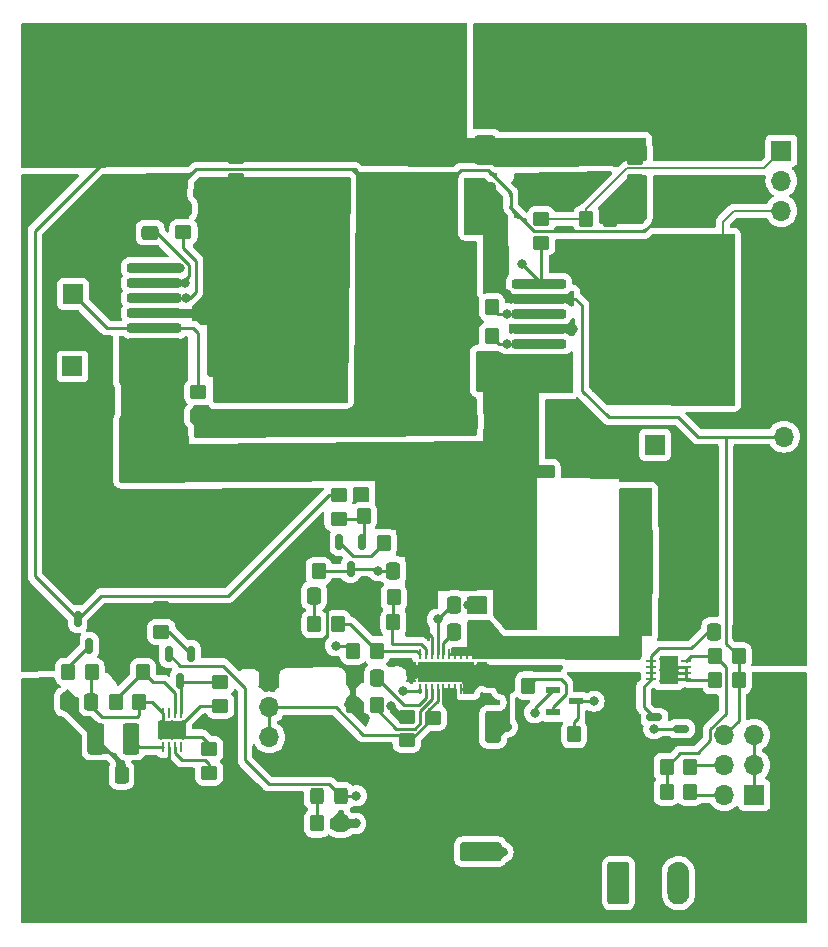
<source format=gbr>
%TF.GenerationSoftware,KiCad,Pcbnew,7.0.9*%
%TF.CreationDate,2024-02-29T12:22:54+05:30*%
%TF.ProjectId,RPS2,52505332-2e6b-4696-9361-645f70636258,rev?*%
%TF.SameCoordinates,Original*%
%TF.FileFunction,Copper,L1,Top*%
%TF.FilePolarity,Positive*%
%FSLAX46Y46*%
G04 Gerber Fmt 4.6, Leading zero omitted, Abs format (unit mm)*
G04 Created by KiCad (PCBNEW 7.0.9) date 2024-02-29 12:22:54*
%MOMM*%
%LPD*%
G01*
G04 APERTURE LIST*
G04 Aperture macros list*
%AMRoundRect*
0 Rectangle with rounded corners*
0 $1 Rounding radius*
0 $2 $3 $4 $5 $6 $7 $8 $9 X,Y pos of 4 corners*
0 Add a 4 corners polygon primitive as box body*
4,1,4,$2,$3,$4,$5,$6,$7,$8,$9,$2,$3,0*
0 Add four circle primitives for the rounded corners*
1,1,$1+$1,$2,$3*
1,1,$1+$1,$4,$5*
1,1,$1+$1,$6,$7*
1,1,$1+$1,$8,$9*
0 Add four rect primitives between the rounded corners*
20,1,$1+$1,$2,$3,$4,$5,0*
20,1,$1+$1,$4,$5,$6,$7,0*
20,1,$1+$1,$6,$7,$8,$9,0*
20,1,$1+$1,$8,$9,$2,$3,0*%
G04 Aperture macros list end*
%TA.AperFunction,SMDPad,CuDef*%
%ADD10RoundRect,0.250000X0.450000X-0.350000X0.450000X0.350000X-0.450000X0.350000X-0.450000X-0.350000X0*%
%TD*%
%TA.AperFunction,SMDPad,CuDef*%
%ADD11RoundRect,0.088500X-0.541500X-0.206500X0.541500X-0.206500X0.541500X0.206500X-0.541500X0.206500X0*%
%TD*%
%TA.AperFunction,SMDPad,CuDef*%
%ADD12RoundRect,0.150000X0.150000X-0.512500X0.150000X0.512500X-0.150000X0.512500X-0.150000X-0.512500X0*%
%TD*%
%TA.AperFunction,SMDPad,CuDef*%
%ADD13RoundRect,0.250000X-0.650000X1.000000X-0.650000X-1.000000X0.650000X-1.000000X0.650000X1.000000X0*%
%TD*%
%TA.AperFunction,SMDPad,CuDef*%
%ADD14RoundRect,0.250000X0.337500X0.475000X-0.337500X0.475000X-0.337500X-0.475000X0.337500X-0.475000X0*%
%TD*%
%TA.AperFunction,SMDPad,CuDef*%
%ADD15RoundRect,0.250000X-0.412500X-1.100000X0.412500X-1.100000X0.412500X1.100000X-0.412500X1.100000X0*%
%TD*%
%TA.AperFunction,SMDPad,CuDef*%
%ADD16RoundRect,0.250000X-1.100000X0.412500X-1.100000X-0.412500X1.100000X-0.412500X1.100000X0.412500X0*%
%TD*%
%TA.AperFunction,ComponentPad*%
%ADD17R,1.700000X1.700000*%
%TD*%
%TA.AperFunction,ComponentPad*%
%ADD18RoundRect,0.250000X0.650000X1.550000X-0.650000X1.550000X-0.650000X-1.550000X0.650000X-1.550000X0*%
%TD*%
%TA.AperFunction,ComponentPad*%
%ADD19O,1.800000X3.600000*%
%TD*%
%TA.AperFunction,SMDPad,CuDef*%
%ADD20RoundRect,0.250000X0.350000X0.450000X-0.350000X0.450000X-0.350000X-0.450000X0.350000X-0.450000X0*%
%TD*%
%TA.AperFunction,ComponentPad*%
%ADD21O,1.700000X1.700000*%
%TD*%
%TA.AperFunction,SMDPad,CuDef*%
%ADD22RoundRect,0.250000X-0.350000X-0.450000X0.350000X-0.450000X0.350000X0.450000X-0.350000X0.450000X0*%
%TD*%
%TA.AperFunction,SMDPad,CuDef*%
%ADD23R,2.900000X5.400000*%
%TD*%
%TA.AperFunction,SMDPad,CuDef*%
%ADD24RoundRect,0.250000X-1.500000X-0.550000X1.500000X-0.550000X1.500000X0.550000X-1.500000X0.550000X0*%
%TD*%
%TA.AperFunction,SMDPad,CuDef*%
%ADD25RoundRect,0.150000X-0.150000X0.512500X-0.150000X-0.512500X0.150000X-0.512500X0.150000X0.512500X0*%
%TD*%
%TA.AperFunction,SMDPad,CuDef*%
%ADD26RoundRect,0.250000X0.412500X1.100000X-0.412500X1.100000X-0.412500X-1.100000X0.412500X-1.100000X0*%
%TD*%
%TA.AperFunction,SMDPad,CuDef*%
%ADD27RoundRect,0.150000X0.512500X0.150000X-0.512500X0.150000X-0.512500X-0.150000X0.512500X-0.150000X0*%
%TD*%
%TA.AperFunction,ComponentPad*%
%ADD28RoundRect,0.250000X-0.650000X-1.550000X0.650000X-1.550000X0.650000X1.550000X-0.650000X1.550000X0*%
%TD*%
%TA.AperFunction,SMDPad,CuDef*%
%ADD29RoundRect,0.250000X-0.475000X0.337500X-0.475000X-0.337500X0.475000X-0.337500X0.475000X0.337500X0*%
%TD*%
%TA.AperFunction,SMDPad,CuDef*%
%ADD30RoundRect,0.250000X-0.450000X0.350000X-0.450000X-0.350000X0.450000X-0.350000X0.450000X0.350000X0*%
%TD*%
%TA.AperFunction,SMDPad,CuDef*%
%ADD31RoundRect,0.200000X-2.100000X-0.200000X2.100000X-0.200000X2.100000X0.200000X-2.100000X0.200000X0*%
%TD*%
%TA.AperFunction,SMDPad,CuDef*%
%ADD32RoundRect,0.250000X-2.025000X-2.375000X2.025000X-2.375000X2.025000X2.375000X-2.025000X2.375000X0*%
%TD*%
%TA.AperFunction,SMDPad,CuDef*%
%ADD33RoundRect,0.250002X-4.449998X-5.149998X4.449998X-5.149998X4.449998X5.149998X-4.449998X5.149998X0*%
%TD*%
%TA.AperFunction,SMDPad,CuDef*%
%ADD34RoundRect,0.250000X-0.400000X-0.625000X0.400000X-0.625000X0.400000X0.625000X-0.400000X0.625000X0*%
%TD*%
%TA.AperFunction,SMDPad,CuDef*%
%ADD35RoundRect,0.250000X-0.337500X-0.475000X0.337500X-0.475000X0.337500X0.475000X-0.337500X0.475000X0*%
%TD*%
%TA.AperFunction,ComponentPad*%
%ADD36C,0.500000*%
%TD*%
%TA.AperFunction,SMDPad,CuDef*%
%ADD37R,1.650000X2.380000*%
%TD*%
%TA.AperFunction,SMDPad,CuDef*%
%ADD38RoundRect,0.062500X0.362500X0.062500X-0.362500X0.062500X-0.362500X-0.062500X0.362500X-0.062500X0*%
%TD*%
%TA.AperFunction,SMDPad,CuDef*%
%ADD39R,2.380000X1.650000*%
%TD*%
%TA.AperFunction,SMDPad,CuDef*%
%ADD40RoundRect,0.062500X0.062500X-0.362500X0.062500X0.362500X-0.062500X0.362500X-0.062500X-0.362500X0*%
%TD*%
%TA.AperFunction,SMDPad,CuDef*%
%ADD41R,4.750000X1.700000*%
%TD*%
%TA.AperFunction,SMDPad,CuDef*%
%ADD42RoundRect,0.062500X0.337500X-0.062500X0.337500X0.062500X-0.337500X0.062500X-0.337500X-0.062500X0*%
%TD*%
%TA.AperFunction,SMDPad,CuDef*%
%ADD43RoundRect,0.062500X0.062500X-0.350000X0.062500X0.350000X-0.062500X0.350000X-0.062500X-0.350000X0*%
%TD*%
%TA.AperFunction,SMDPad,CuDef*%
%ADD44RoundRect,0.250000X-0.325000X-0.450000X0.325000X-0.450000X0.325000X0.450000X-0.325000X0.450000X0*%
%TD*%
%TA.AperFunction,SMDPad,CuDef*%
%ADD45RoundRect,0.250001X0.462499X1.074999X-0.462499X1.074999X-0.462499X-1.074999X0.462499X-1.074999X0*%
%TD*%
%TA.AperFunction,ViaPad*%
%ADD46C,0.800000*%
%TD*%
%TA.AperFunction,ViaPad*%
%ADD47C,0.700000*%
%TD*%
%TA.AperFunction,Conductor*%
%ADD48C,0.250000*%
%TD*%
%TA.AperFunction,Conductor*%
%ADD49C,0.500000*%
%TD*%
%TA.AperFunction,Conductor*%
%ADD50C,0.750000*%
%TD*%
%TA.AperFunction,Conductor*%
%ADD51C,0.200000*%
%TD*%
G04 APERTURE END LIST*
D10*
%TO.P,R4,1*%
%TO.N,Net-(IC1-EN{slash}UV)*%
X95123000Y-101314000D03*
%TO.P,R4,2*%
%TO.N,GND*%
X95123000Y-99314000D03*
%TD*%
D11*
%TO.P,Q2,1,B*%
%TO.N,/INTVCC*%
X107503400Y-97068600D03*
%TO.P,Q2,2,E*%
%TO.N,Net-(Q2-E)*%
X107503400Y-98968600D03*
%TO.P,Q2,3,C*%
%TO.N,Net-(Q2-C)*%
X109463400Y-98018600D03*
%TD*%
D12*
%TO.P,Q5,1,B*%
%TO.N,GND*%
X66334600Y-93314100D03*
%TO.P,Q5,2,E*%
%TO.N,Net-(Q5-E)*%
X68234600Y-93314100D03*
%TO.P,Q5,3,C*%
%TO.N,Net-(D2-K)*%
X67284600Y-91039100D03*
%TD*%
D13*
%TO.P,D2,1,K*%
%TO.N,Net-(D2-K)*%
X101777800Y-51314600D03*
%TO.P,D2,2,A*%
%TO.N,Net-(D2-A)*%
X101777800Y-55314600D03*
%TD*%
D14*
%TO.P,C17,1*%
%TO.N,Net-(U2-EPAD)*%
X68434900Y-98069400D03*
%TO.P,C17,2*%
%TO.N,GND*%
X66359900Y-98069400D03*
%TD*%
D15*
%TO.P,C16,1*%
%TO.N,GND*%
X69748400Y-72567800D03*
%TO.P,C16,2*%
%TO.N,Net-(C8-+)*%
X72873400Y-72567800D03*
%TD*%
D16*
%TO.P,C10,1*%
%TO.N,GND*%
X99813000Y-74319600D03*
%TO.P,C10,2*%
%TO.N,Net-(C8-+)*%
X99813000Y-77444600D03*
%TD*%
D17*
%TO.P,IMON1,1,1*%
%TO.N,/IMON*%
X116154200Y-76301600D03*
%TD*%
D18*
%TO.P,Vout1,1*%
%TO.N,Net-(D2-K)*%
X87960200Y-44018200D03*
D19*
%TO.P,Vout1,2*%
X82880200Y-44018200D03*
%TD*%
D14*
%TO.P,C12,1*%
%TO.N,/Vin*%
X73057700Y-104267000D03*
%TO.P,C12,2*%
%TO.N,GND*%
X70982700Y-104267000D03*
%TD*%
D20*
%TO.P,R25,1*%
%TO.N,/IC1_TEMP*%
X102307500Y-67132200D03*
%TO.P,R25,2*%
%TO.N,GND*%
X100307500Y-67132200D03*
%TD*%
D14*
%TO.P,C26,1*%
%TO.N,GND*%
X101541300Y-44455900D03*
%TO.P,C26,2*%
%TO.N,Net-(D2-K)*%
X99466300Y-44455900D03*
%TD*%
D17*
%TO.P,RV1,1,1*%
%TO.N,GND*%
X127050800Y-80695800D03*
D21*
%TO.P,RV1,2,2*%
X127050800Y-78155800D03*
%TO.P,RV1,3,3*%
%TO.N,Net-(D2-A)*%
X127050800Y-75615800D03*
%TD*%
D14*
%TO.P,C5,1*%
%TO.N,Net-(IC1-TR{slash}SS)*%
X92629900Y-96037400D03*
%TO.P,C5,2*%
%TO.N,GND*%
X90554900Y-96037400D03*
%TD*%
D22*
%TO.P,R21,1*%
%TO.N,GND*%
X70791600Y-95554800D03*
%TO.P,R21,2*%
%TO.N,/U2_VFB*%
X72791600Y-95554800D03*
%TD*%
D10*
%TO.P,R7,1*%
%TO.N,Net-(Q3-B)*%
X74357000Y-92151200D03*
%TO.P,R7,2*%
%TO.N,GND*%
X74357000Y-90151200D03*
%TD*%
D17*
%TO.P,TEMP1,1,1*%
%TO.N,/IC1_TEMP*%
X66827400Y-69672200D03*
%TD*%
D23*
%TO.P,L1,1,1*%
%TO.N,/SW*%
X114576400Y-86207600D03*
%TO.P,L1,2,2*%
%TO.N,Net-(C8-+)*%
X104676400Y-86207600D03*
%TD*%
D10*
%TO.P,R20,1*%
%TO.N,Net-(U2-ISET)*%
X78395600Y-104073200D03*
%TO.P,R20,2*%
%TO.N,Net-(U2-EPAD)*%
X78395600Y-102073200D03*
%TD*%
D24*
%TO.P,C1,1,+*%
%TO.N,/Vin*%
X95979000Y-110769400D03*
%TO.P,C1,2,-*%
%TO.N,GND*%
X101379000Y-110769400D03*
%TD*%
D25*
%TO.P,Q3,1,B*%
%TO.N,Net-(Q3-B)*%
X76866600Y-94005400D03*
%TO.P,Q3,2,E*%
%TO.N,/INTVCC*%
X74966600Y-94005400D03*
%TO.P,Q3,3,C*%
%TO.N,Net-(Q3-C)*%
X75916600Y-96280400D03*
%TD*%
D26*
%TO.P,C22,1*%
%TO.N,GND*%
X92252800Y-64109600D03*
%TO.P,C22,2*%
%TO.N,Net-(C20-Pad2)*%
X89127800Y-64109600D03*
%TD*%
D15*
%TO.P,C15,1*%
%TO.N,GND*%
X99237000Y-70129400D03*
%TO.P,C15,2*%
%TO.N,Net-(C8-+)*%
X102362000Y-70129400D03*
%TD*%
D22*
%TO.P,R22,1*%
%TO.N,/U2_VFB*%
X70486800Y-98044000D03*
%TO.P,R22,2*%
%TO.N,Net-(U2-EPAD)*%
X72486800Y-98044000D03*
%TD*%
D27*
%TO.P,Q1,1*%
%TO.N,Net-(Q2-C)*%
X118367700Y-100338000D03*
%TO.P,Q1,2*%
%TO.N,/Vin*%
X118367700Y-98438000D03*
%TO.P,Q1,3*%
%TO.N,Net-(U1-IN)*%
X116092700Y-99388000D03*
%TD*%
D28*
%TO.P,Vin1,1*%
%TO.N,/Vin*%
X78308200Y-113436400D03*
D19*
%TO.P,Vin1,2*%
X83388200Y-113436400D03*
%TD*%
D26*
%TO.P,C23,1*%
%TO.N,GND*%
X124993400Y-63957200D03*
%TO.P,C23,2*%
%TO.N,/ILIM+*%
X121868400Y-63957200D03*
%TD*%
D29*
%TO.P,C19,1*%
%TO.N,GND*%
X73395800Y-56258500D03*
%TO.P,C19,2*%
%TO.N,Net-(D2-A)*%
X73395800Y-58333500D03*
%TD*%
D20*
%TO.P,R15,1*%
%TO.N,Net-(J1-Pin_4)*%
X119120200Y-103568600D03*
%TO.P,R15,2*%
%TO.N,/U1_SET*%
X117120200Y-103568600D03*
%TD*%
D10*
%TO.P,R19,1*%
%TO.N,Net-(Q4-B)*%
X89357200Y-82575400D03*
%TO.P,R19,2*%
%TO.N,Net-(D2-K)*%
X89357200Y-80575400D03*
%TD*%
D20*
%TO.P,R12,1*%
%TO.N,/IC2_FB*%
X89315800Y-91490800D03*
%TO.P,R12,2*%
%TO.N,Net-(C7-Pad2)*%
X87315800Y-91490800D03*
%TD*%
D17*
%TO.P,RV2,1,1*%
%TO.N,/ILIM-*%
X126847600Y-51409600D03*
D21*
%TO.P,RV2,2,2*%
X126847600Y-53949600D03*
%TO.P,RV2,3,3*%
%TO.N,/ILIM+*%
X126847600Y-56489600D03*
%TD*%
D26*
%TO.P,C21,1*%
%TO.N,GND*%
X124993400Y-71272400D03*
%TO.P,C21,2*%
%TO.N,/ILIM+*%
X121868400Y-71272400D03*
%TD*%
D30*
%TO.P,R28,1*%
%TO.N,/ILIM-*%
X106514500Y-57216800D03*
%TO.P,R28,2*%
%TO.N,Net-(IC2-ILIM)*%
X106514500Y-59216800D03*
%TD*%
D31*
%TO.P,IC2,1,ILIM*%
%TO.N,Net-(IC2-ILIM)*%
X106327500Y-62661800D03*
%TO.P,IC2,2,SET*%
%TO.N,Net-(D2-A)*%
X106327500Y-63931800D03*
%TO.P,IC2,3,IMON*%
%TO.N,/IMON*%
X106327500Y-65201800D03*
%TO.P,IC2,4,OUT*%
%TO.N,/ILIM+*%
X106327500Y-66471800D03*
%TO.P,IC2,5,TEMP*%
%TO.N,/IC1_TEMP*%
X106327500Y-67741800D03*
%TO.P,IC2,6,IN*%
%TO.N,Net-(C8-+)*%
X106327500Y-69011800D03*
%TO.P,IC2,7,IN*%
X106327500Y-70281800D03*
D32*
%TO.P,IC2,TAB,OUT*%
%TO.N,/ILIM+*%
X113052500Y-63696800D03*
X113052500Y-69246800D03*
D33*
X115477500Y-66471800D03*
D32*
X117902500Y-63696800D03*
X117902500Y-69246800D03*
%TD*%
D20*
%TO.P,DNP1,1*%
%TO.N,Net-(C8-+)*%
X96021400Y-89230200D03*
%TO.P,DNP1,2*%
%TO.N,Net-(IC1-PG)*%
X94021400Y-89230200D03*
%TD*%
D16*
%TO.P,C11,1*%
%TO.N,GND*%
X96367600Y-74307300D03*
%TO.P,C11,2*%
%TO.N,Net-(C8-+)*%
X96367600Y-77432300D03*
%TD*%
D30*
%TO.P,R24,1*%
%TO.N,GND*%
X76215200Y-56286600D03*
%TO.P,R24,2*%
%TO.N,/IMON*%
X76215200Y-58286600D03*
%TD*%
D17*
%TO.P,SW1,1,C*%
%TO.N,GND*%
X83489800Y-96001600D03*
D21*
%TO.P,SW1,2,B*%
%TO.N,Net-(IC1-EN{slash}UV)*%
X83489800Y-98541600D03*
%TO.P,SW1,3,A*%
X83489800Y-101081600D03*
%TD*%
D34*
%TO.P,R31,1*%
%TO.N,/ILIM+*%
X121880900Y-60655200D03*
%TO.P,R31,2*%
%TO.N,GND*%
X124980900Y-60655200D03*
%TD*%
D20*
%TO.P,R17,1*%
%TO.N,Net-(J1-Pin_2)*%
X119120200Y-105702200D03*
%TO.P,R17,2*%
%TO.N,/U1_SET*%
X117120200Y-105702200D03*
%TD*%
D16*
%TO.P,C13,1*%
%TO.N,GND*%
X92938600Y-74307300D03*
%TO.P,C13,2*%
%TO.N,Net-(C8-+)*%
X92938600Y-77432300D03*
%TD*%
D35*
%TO.P,C2,1*%
%TO.N,Net-(U1-IN)*%
X121171100Y-92123600D03*
%TO.P,C2,2*%
%TO.N,GND*%
X123246100Y-92123600D03*
%TD*%
D20*
%TO.P,R11,1*%
%TO.N,Net-(C8-+)*%
X96005400Y-91338400D03*
%TO.P,R11,2*%
%TO.N,Net-(IC1-PG)*%
X94005400Y-91338400D03*
%TD*%
D26*
%TO.P,C20,1*%
%TO.N,GND*%
X92303600Y-68376800D03*
%TO.P,C20,2*%
%TO.N,Net-(C20-Pad2)*%
X89178600Y-68376800D03*
%TD*%
D22*
%TO.P,R23,1*%
%TO.N,GND*%
X100332900Y-64668400D03*
%TO.P,R23,2*%
%TO.N,/IMON*%
X102332900Y-64668400D03*
%TD*%
%TO.P,R13,1*%
%TO.N,Net-(Q4-C)*%
X90592400Y-93726000D03*
%TO.P,R13,2*%
%TO.N,/IC2_FB*%
X92592400Y-93726000D03*
%TD*%
D34*
%TO.P,R30,1*%
%TO.N,Net-(C20-Pad2)*%
X89102600Y-71602600D03*
%TO.P,R30,2*%
%TO.N,GND*%
X92202600Y-71602600D03*
%TD*%
D20*
%TO.P,R18,1*%
%TO.N,Net-(C8-+)*%
X93490800Y-82346800D03*
%TO.P,R18,2*%
%TO.N,Net-(Q4-B)*%
X91490800Y-82346800D03*
%TD*%
D14*
%TO.P,C6,1*%
%TO.N,/SW*%
X101240500Y-92125800D03*
%TO.P,C6,2*%
%TO.N,Net-(IC1-BST)*%
X99165500Y-92125800D03*
%TD*%
D36*
%TO.P,U1,9,EPAD*%
%TO.N,Net-(U1-EPAD)*%
X116722200Y-94435000D03*
X116722200Y-95375000D03*
X116722200Y-96315000D03*
D37*
X117297200Y-95375000D03*
D36*
X117872200Y-94435000D03*
X117872200Y-95375000D03*
X117872200Y-96315000D03*
D38*
%TO.P,U1,8,IN*%
%TO.N,Net-(U1-IN)*%
X115847200Y-96125000D03*
%TO.P,U1,7,IN_2*%
X115847200Y-95625000D03*
%TO.P,U1,6,NC*%
X115847200Y-95125000D03*
%TO.P,U1,5,NC_3*%
X115847200Y-94625000D03*
%TO.P,U1,4,SET*%
%TO.N,/U1_SET*%
X118747200Y-94625000D03*
%TO.P,U1,3,NC_2*%
%TO.N,Net-(U1-EPAD)*%
X118747200Y-95125000D03*
%TO.P,U1,2,OUT*%
X118747200Y-95625000D03*
%TO.P,U1,1,OUT_2*%
X118747200Y-96125000D03*
%TD*%
D20*
%TO.P,R27,1*%
%TO.N,/ILIM+*%
X112340500Y-57200800D03*
%TO.P,R27,2*%
%TO.N,/ILIM-*%
X110340500Y-57200800D03*
%TD*%
D36*
%TO.P,U2,9,EPAD*%
%TO.N,Net-(U2-EPAD)*%
X76186000Y-99882000D03*
X75246000Y-99882000D03*
X74306000Y-99882000D03*
D39*
X75246000Y-100457000D03*
D36*
X76186000Y-101032000D03*
X75246000Y-101032000D03*
X74306000Y-101032000D03*
D40*
%TO.P,U2,8,GND*%
X74496000Y-99007000D03*
%TO.P,U2,7,HYST*%
%TO.N,unconnected-(U2-HYST-Pad7)*%
X74996000Y-99007000D03*
%TO.P,U2,6,VFB*%
%TO.N,/U2_VFB*%
X75496000Y-99007000D03*
%TO.P,U2,5,RUN*%
%TO.N,Net-(Q3-C)*%
X75996000Y-99007000D03*
%TO.P,U2,4,SS*%
%TO.N,unconnected-(U2-SS-Pad4)*%
X75996000Y-101907000D03*
%TO.P,U2,3,ISET*%
%TO.N,Net-(U2-ISET)*%
X75496000Y-101907000D03*
%TO.P,U2,2,VIN*%
%TO.N,/Vin*%
X74996000Y-101907000D03*
%TO.P,U2,1,SW*%
%TO.N,Net-(U2-SW)*%
X74496000Y-101907000D03*
%TD*%
D14*
%TO.P,C7,1*%
%TO.N,GND*%
X89349400Y-89077800D03*
%TO.P,C7,2*%
%TO.N,Net-(C7-Pad2)*%
X87274400Y-89077800D03*
%TD*%
D20*
%TO.P,R10,1*%
%TO.N,Net-(D2-A)*%
X123234000Y-94206400D03*
%TO.P,R10,2*%
%TO.N,/U1_SET*%
X121234000Y-94206400D03*
%TD*%
D22*
%TO.P,R5,1*%
%TO.N,Net-(D1-K)*%
X87519000Y-108356400D03*
%TO.P,R5,2*%
%TO.N,GND*%
X89519000Y-108356400D03*
%TD*%
D35*
%TO.P,C4,1*%
%TO.N,/INTVCC*%
X99165500Y-89865200D03*
%TO.P,C4,2*%
%TO.N,GND*%
X101240500Y-89865200D03*
%TD*%
D15*
%TO.P,C3,1*%
%TO.N,/Vin*%
X99300900Y-100177600D03*
%TO.P,C3,2*%
%TO.N,GND*%
X102425900Y-100177600D03*
%TD*%
D26*
%TO.P,C25,1*%
%TO.N,GND*%
X124993400Y-67614800D03*
%TO.P,C25,2*%
%TO.N,/ILIM+*%
X121868400Y-67614800D03*
%TD*%
D31*
%TO.P,IC3,1,ILIM*%
%TO.N,Net-(IC2-ILIM)*%
X73767600Y-61334600D03*
%TO.P,IC3,2,SET*%
%TO.N,Net-(D2-A)*%
X73767600Y-62604600D03*
%TO.P,IC3,3,IMON*%
%TO.N,/IMON*%
X73767600Y-63874600D03*
%TO.P,IC3,4,OUT*%
%TO.N,Net-(C20-Pad2)*%
X73767600Y-65144600D03*
%TO.P,IC3,5,TEMP*%
%TO.N,/IC3_TEMP*%
X73767600Y-66414600D03*
%TO.P,IC3,6,IN*%
%TO.N,Net-(C8-+)*%
X73767600Y-67684600D03*
%TO.P,IC3,7,IN*%
X73767600Y-68954600D03*
D32*
%TO.P,IC3,TAB,OUT*%
%TO.N,Net-(C20-Pad2)*%
X80492600Y-62369600D03*
X80492600Y-67919600D03*
D33*
X82917600Y-65144600D03*
D32*
X85342600Y-62369600D03*
X85342600Y-67919600D03*
%TD*%
D17*
%TO.P,J1,1,Pin_1*%
%TO.N,Net-(D2-A)*%
X124551400Y-105966600D03*
D21*
%TO.P,J1,2,Pin_2*%
%TO.N,Net-(J1-Pin_2)*%
X122011400Y-105966600D03*
%TO.P,J1,3,Pin_3*%
%TO.N,Net-(D2-A)*%
X124551400Y-103426600D03*
%TO.P,J1,4,Pin_4*%
%TO.N,Net-(J1-Pin_4)*%
X122011400Y-103426600D03*
%TO.P,J1,5,Pin_5*%
%TO.N,Net-(D2-A)*%
X124551400Y-100886600D03*
%TO.P,J1,6,Pin_6*%
X122011400Y-100886600D03*
%TD*%
D36*
%TO.P,IC1,29,GND_9*%
%TO.N,GND*%
X99983800Y-95021400D03*
X98983800Y-95021400D03*
X97983800Y-95021400D03*
X96983800Y-95021400D03*
D41*
X98483800Y-95521400D03*
D36*
X99983800Y-96021400D03*
X98983800Y-96021400D03*
X97983800Y-96021400D03*
X96983800Y-96021400D03*
D42*
%TO.P,IC1,28,GND_8*%
X95508800Y-96271400D03*
%TO.P,IC1,27,GND_7*%
X95508800Y-95771400D03*
%TO.P,IC1,26,GND_6*%
X95508800Y-95271400D03*
%TO.P,IC1,25,GND_5*%
X95508800Y-94771400D03*
D43*
%TO.P,IC1,24,FB*%
%TO.N,/IC2_FB*%
X96233800Y-94058900D03*
%TO.P,IC1,23,PG*%
%TO.N,Net-(IC1-PG)*%
X96733800Y-94058900D03*
%TO.P,IC1,22,BIAS*%
%TO.N,Net-(C8-+)*%
X97233800Y-94058900D03*
%TO.P,IC1,21,INTVCC*%
%TO.N,/INTVCC*%
X97733800Y-94058900D03*
%TO.P,IC1,20,BST*%
%TO.N,Net-(IC1-BST)*%
X98233800Y-94058900D03*
%TO.P,IC1,19,SW_5*%
%TO.N,/SW*%
X98733800Y-94058900D03*
%TO.P,IC1,18,SW_4*%
X99233800Y-94058900D03*
%TO.P,IC1,17,SW_3*%
X99733800Y-94058900D03*
%TO.P,IC1,16,SW_2*%
X100233800Y-94058900D03*
%TO.P,IC1,15,SW_1*%
X100733800Y-94058900D03*
D42*
%TO.P,IC1,14,GND_4*%
%TO.N,GND*%
X101458800Y-94771400D03*
%TO.P,IC1,13,GND_3*%
X101458800Y-95271400D03*
%TO.P,IC1,12,GND_2*%
X101458800Y-95771400D03*
%TO.P,IC1,11,GND_1*%
X101458800Y-96271400D03*
D43*
%TO.P,IC1,10,PGND_3*%
X100733800Y-96983900D03*
%TO.P,IC1,9,PGND_2*%
X100233800Y-96983900D03*
%TO.P,IC1,8,PGND_1*%
X99733800Y-96983900D03*
%TO.P,IC1,7,VIN_3*%
%TO.N,/Vin*%
X99233800Y-96983900D03*
%TO.P,IC1,6,VIN_2*%
X98733800Y-96983900D03*
%TO.P,IC1,5,VIN_1*%
X98233800Y-96983900D03*
%TO.P,IC1,4,EN/UV*%
%TO.N,Net-(IC1-EN{slash}UV)*%
X97733800Y-96983900D03*
%TO.P,IC1,3,RT*%
%TO.N,Net-(IC1-RT)*%
X97233800Y-96983900D03*
%TO.P,IC1,2,TR/SS*%
%TO.N,Net-(IC1-TR{slash}SS)*%
X96733800Y-96983900D03*
%TO.P,IC1,1,SYNC*%
%TO.N,/INTVCC*%
X96233800Y-96983900D03*
%TD*%
D20*
%TO.P,R2,1*%
%TO.N,Net-(Q2-E)*%
X105394000Y-96697800D03*
%TO.P,R2,2*%
%TO.N,GND*%
X103394000Y-96697800D03*
%TD*%
%TO.P,R6,1*%
%TO.N,Net-(IC1-RT)*%
X92567000Y-98374200D03*
%TO.P,R6,2*%
%TO.N,GND*%
X90567000Y-98374200D03*
%TD*%
%TO.P,R14,1*%
%TO.N,Net-(Q4-C)*%
X87664800Y-86995000D03*
%TO.P,R14,2*%
%TO.N,GND*%
X85664800Y-86995000D03*
%TD*%
D16*
%TO.P,C14,1*%
%TO.N,GND*%
X89509600Y-74332700D03*
%TO.P,C14,2*%
%TO.N,Net-(C8-+)*%
X89509600Y-77457700D03*
%TD*%
D10*
%TO.P,R3,1*%
%TO.N,/Vin*%
X97332800Y-101431600D03*
%TO.P,R3,2*%
%TO.N,Net-(IC1-EN{slash}UV)*%
X97332800Y-99431600D03*
%TD*%
D30*
%TO.P,R26,1*%
%TO.N,/IC3_TEMP*%
X77494000Y-71843800D03*
%TO.P,R26,2*%
%TO.N,GND*%
X77494000Y-73843800D03*
%TD*%
D35*
%TO.P,C18,1*%
%TO.N,GND*%
X100320800Y-62331600D03*
%TO.P,C18,2*%
%TO.N,Net-(D2-A)*%
X102395800Y-62331600D03*
%TD*%
D20*
%TO.P,R9,1*%
%TO.N,Net-(D2-A)*%
X123234000Y-96238400D03*
%TO.P,R9,2*%
%TO.N,Net-(U1-EPAD)*%
X121234000Y-96238400D03*
%TD*%
D24*
%TO.P,C8,1,+*%
%TO.N,Net-(C8-+)*%
X103497400Y-75768200D03*
%TO.P,C8,2,-*%
%TO.N,GND*%
X108897400Y-75768200D03*
%TD*%
D17*
%TO.P,GND2,1,1*%
%TO.N,GND*%
X123850400Y-44323000D03*
%TD*%
D22*
%TO.P,R29,1*%
%TO.N,Net-(Q5-E)*%
X66437000Y-95529400D03*
%TO.P,R29,2*%
%TO.N,Net-(U2-EPAD)*%
X68437000Y-95529400D03*
%TD*%
D44*
%TO.P,D1,1,K*%
%TO.N,Net-(D1-K)*%
X87519400Y-106045000D03*
%TO.P,D1,2,A*%
%TO.N,/INTVCC*%
X89569400Y-106045000D03*
%TD*%
D17*
%TO.P,TEMP2,1,1*%
%TO.N,/IC3_TEMP*%
X66878200Y-63550800D03*
%TD*%
D28*
%TO.P,GND1,1*%
%TO.N,GND*%
X113047500Y-113416900D03*
D19*
%TO.P,GND1,2*%
X118127500Y-113416900D03*
%TD*%
D14*
%TO.P,C9,1*%
%TO.N,Net-(C8-+)*%
X96058900Y-86969600D03*
%TO.P,C9,2*%
%TO.N,Net-(Q4-C)*%
X93983900Y-86969600D03*
%TD*%
D45*
%TO.P,L2,1,1*%
%TO.N,Net-(U2-SW)*%
X71780500Y-101193600D03*
%TO.P,L2,2,2*%
%TO.N,GND*%
X68805500Y-101193600D03*
%TD*%
D25*
%TO.P,Q4,3,C*%
%TO.N,Net-(Q4-C)*%
X90373200Y-86811700D03*
%TO.P,Q4,2,E*%
%TO.N,Net-(Q4-E)*%
X89423200Y-84536700D03*
%TO.P,Q4,1,B*%
%TO.N,Net-(Q4-B)*%
X91323200Y-84536700D03*
%TD*%
D30*
%TO.P,R8,1*%
%TO.N,Net-(Q3-C)*%
X79335400Y-96409000D03*
%TO.P,R8,2*%
%TO.N,Net-(U2-EPAD)*%
X79335400Y-98409000D03*
%TD*%
D20*
%TO.P,R16,1*%
%TO.N,Net-(C8-+)*%
X95183200Y-84632800D03*
%TO.P,R16,2*%
%TO.N,Net-(Q4-E)*%
X93183200Y-84632800D03*
%TD*%
D30*
%TO.P,R33,1*%
%TO.N,Net-(D2-K)*%
X114427000Y-51984400D03*
%TO.P,R33,2*%
%TO.N,/ILIM+*%
X114427000Y-53984400D03*
%TD*%
D26*
%TO.P,C24,1*%
%TO.N,GND*%
X92252800Y-59893200D03*
%TO.P,C24,2*%
%TO.N,Net-(C20-Pad2)*%
X89127800Y-59893200D03*
%TD*%
D22*
%TO.P,R1,1*%
%TO.N,/Vin*%
X107305600Y-100812600D03*
%TO.P,R1,2*%
%TO.N,Net-(Q2-C)*%
X109305600Y-100812600D03*
%TD*%
D30*
%TO.P,R32,1*%
%TO.N,Net-(D2-K)*%
X80643600Y-51920800D03*
%TO.P,R32,2*%
%TO.N,Net-(C20-Pad2)*%
X80643600Y-53920800D03*
%TD*%
D18*
%TO.P,GND3,1*%
%TO.N,GND*%
X116873300Y-44088500D03*
D19*
%TO.P,GND3,2*%
X111793300Y-44088500D03*
%TD*%
D46*
%TO.N,/Vin*%
X106070400Y-100838000D03*
D47*
%TO.N,GND*%
X120908600Y-90369950D03*
X107408600Y-48969950D03*
X120908600Y-56169950D03*
X110108600Y-78669950D03*
X115508600Y-78669950D03*
X117308600Y-86769950D03*
X69608600Y-54369950D03*
X68708600Y-75069950D03*
X92108600Y-55269950D03*
X82208600Y-90369950D03*
X67808600Y-66969950D03*
X120908600Y-55269950D03*
X76808600Y-81369950D03*
X126308600Y-92169950D03*
X65108600Y-66969950D03*
X102908600Y-41769950D03*
X127208600Y-86769950D03*
X117308600Y-91269950D03*
X120008600Y-83169950D03*
X83108600Y-91269950D03*
X87608600Y-84069950D03*
X120008600Y-56169950D03*
X66908600Y-67869950D03*
X69608600Y-67869950D03*
X67808600Y-59769950D03*
X118208600Y-57069950D03*
X83108600Y-82269950D03*
X64208600Y-55269950D03*
X105608600Y-48969950D03*
X104708600Y-41769950D03*
X84008600Y-92169950D03*
X113708600Y-48069950D03*
X84008600Y-93069950D03*
X70508600Y-63369950D03*
X119108600Y-85869950D03*
X106508600Y-46269950D03*
X104708600Y-48969950D03*
X116408600Y-48969950D03*
X104708600Y-43569950D03*
X66008600Y-75069950D03*
X123608600Y-84069950D03*
X126308600Y-93969950D03*
X96608600Y-54369950D03*
X96608600Y-62469950D03*
X118208600Y-85869950D03*
X127208600Y-63369950D03*
X119108600Y-78669950D03*
X75908600Y-84969950D03*
X85808600Y-90369950D03*
X83108600Y-88569950D03*
X120008600Y-76869950D03*
X75008600Y-84069950D03*
X127208600Y-83169950D03*
X65108600Y-93969950D03*
X120908600Y-54369950D03*
X104708600Y-42669950D03*
X75908600Y-91269950D03*
X123608600Y-85869950D03*
X122708600Y-74169950D03*
X66008600Y-80469950D03*
X102908600Y-46269950D03*
X85808600Y-80469950D03*
X69608600Y-55269950D03*
X95708600Y-66969950D03*
X75908600Y-86769950D03*
X126308600Y-87669950D03*
X118208600Y-80469950D03*
X106508600Y-43569950D03*
X111908600Y-48069950D03*
X70508600Y-92169950D03*
X120008600Y-45369950D03*
X111908600Y-77769950D03*
X66008600Y-79569950D03*
X70508600Y-86769950D03*
X65108600Y-63369950D03*
X119108600Y-56169950D03*
X120908600Y-43569950D03*
X115508600Y-48069950D03*
X110108600Y-46269950D03*
X120008600Y-47169950D03*
X84008600Y-75069950D03*
X66908600Y-75969950D03*
X119108600Y-89469950D03*
X95708600Y-58869950D03*
X119108600Y-84969950D03*
X84008600Y-89469950D03*
X93908600Y-58869950D03*
X75908600Y-81369950D03*
X85808600Y-74169950D03*
X72308600Y-90369950D03*
X127208600Y-91269950D03*
X67808600Y-76869950D03*
X75008600Y-83169950D03*
X123608600Y-88569950D03*
X113708600Y-77769950D03*
X98408600Y-54369950D03*
X126308600Y-84069950D03*
X74108600Y-83169950D03*
X70508600Y-54369950D03*
X123608600Y-48069950D03*
X71408600Y-90369950D03*
X67808600Y-71469950D03*
X68708600Y-59769950D03*
X120908600Y-82269950D03*
X66008600Y-85869950D03*
X84908600Y-81369950D03*
X68708600Y-82269950D03*
X102008600Y-41769950D03*
X65108600Y-59769950D03*
X67808600Y-80469950D03*
X93908600Y-59769950D03*
X71408600Y-56169950D03*
X73208600Y-87669950D03*
X122708600Y-50769950D03*
D46*
X100352500Y-89890600D03*
D47*
X67808600Y-56169950D03*
X119108600Y-83169950D03*
X102008600Y-48969950D03*
X79508600Y-74169950D03*
X126308600Y-48969950D03*
X102908600Y-48069950D03*
X68708600Y-86769950D03*
X69608600Y-85869950D03*
X127208600Y-68769950D03*
X64208600Y-93969950D03*
X67808600Y-61569950D03*
X75908600Y-83169950D03*
X65108600Y-91269950D03*
X67808600Y-83169950D03*
X127208600Y-72369950D03*
X72308600Y-84069950D03*
X98408600Y-58869950D03*
X82208600Y-80469950D03*
X80408600Y-81369950D03*
X65108600Y-80469950D03*
X118208600Y-83169950D03*
X123608600Y-76869950D03*
X83108600Y-75069950D03*
X64208600Y-54369950D03*
X67808600Y-81369950D03*
X79508600Y-84969950D03*
X123608600Y-74169950D03*
X122708600Y-49869950D03*
X76808600Y-80469950D03*
X75008600Y-54369950D03*
X68708600Y-63369950D03*
X108308600Y-43569950D03*
X71408600Y-86769950D03*
X119108600Y-50769950D03*
X93908600Y-57969950D03*
X71408600Y-80469950D03*
X120008600Y-42669950D03*
X122708600Y-54369950D03*
X70508600Y-87669950D03*
X68708600Y-76869950D03*
X120908600Y-76869950D03*
X73208600Y-83169950D03*
X116408600Y-50769950D03*
X68708600Y-57069950D03*
X68708600Y-84069950D03*
X69608600Y-58869950D03*
X75008600Y-87669950D03*
X70508600Y-62469950D03*
X69608600Y-93969950D03*
X98408600Y-55269950D03*
X70508600Y-59769950D03*
X117308600Y-85869950D03*
X101108600Y-42669950D03*
X124508600Y-76869950D03*
X74108600Y-84969950D03*
X70508600Y-90369950D03*
X97508600Y-66969950D03*
X94808600Y-72369950D03*
X117308600Y-49869950D03*
X78608600Y-83169950D03*
X116408600Y-48069950D03*
X79508600Y-75069950D03*
X117308600Y-54369950D03*
X113708600Y-47169950D03*
X118208600Y-48969950D03*
X66908600Y-74169950D03*
X94808600Y-57069950D03*
X119108600Y-86769950D03*
X111908600Y-48969950D03*
X68708600Y-60669950D03*
X120008600Y-84969950D03*
X120008600Y-41769950D03*
X119108600Y-79569950D03*
X94808600Y-71469950D03*
X127208600Y-93969950D03*
X126308600Y-90369950D03*
X66908600Y-88569950D03*
X126308600Y-83169950D03*
X120908600Y-49869950D03*
X68708600Y-58869950D03*
X70508600Y-64269950D03*
X120008600Y-82269950D03*
X93908600Y-72369950D03*
X114608600Y-45369950D03*
X78608600Y-91269950D03*
X127208600Y-71469950D03*
X110108600Y-77769950D03*
X120008600Y-88569950D03*
X124508600Y-48969950D03*
X69608600Y-62469950D03*
X72308600Y-86769950D03*
X120908600Y-85869950D03*
X68708600Y-80469950D03*
X118208600Y-88569950D03*
X66908600Y-57969950D03*
X125408600Y-57969950D03*
X82208600Y-82269950D03*
X79508600Y-90369950D03*
X105608600Y-48069950D03*
X66008600Y-84969950D03*
X69608600Y-60669950D03*
X118208600Y-49869950D03*
X107408600Y-45369950D03*
X104708600Y-47169950D03*
X124508600Y-58869950D03*
X105608600Y-47169950D03*
X118208600Y-55269950D03*
X121808600Y-47169950D03*
X68708600Y-61569950D03*
X72308600Y-81369950D03*
X110108600Y-41769950D03*
X66008600Y-84069950D03*
X77708600Y-92169950D03*
X124508600Y-57969950D03*
X83108600Y-90369950D03*
X84908600Y-93969950D03*
X126308600Y-43569950D03*
X79508600Y-84069950D03*
X71408600Y-84969950D03*
X81308600Y-84069950D03*
X69608600Y-87669950D03*
X120008600Y-89469950D03*
X121808600Y-55269950D03*
X126308600Y-89469950D03*
X103808600Y-45369950D03*
X121808600Y-46269950D03*
X119108600Y-43569950D03*
X126308600Y-45369950D03*
X127208600Y-48069950D03*
X108308600Y-47169950D03*
X119108600Y-55269950D03*
X68708600Y-81369950D03*
X118208600Y-51669950D03*
X113708600Y-43569950D03*
X66908600Y-78669950D03*
X119108600Y-76869950D03*
X117308600Y-79569950D03*
X70508600Y-82269950D03*
X118208600Y-91269950D03*
X121808600Y-44469950D03*
X114608600Y-47169950D03*
X71408600Y-84069950D03*
X111908600Y-76869950D03*
X71408600Y-85869950D03*
X119108600Y-48969950D03*
X65108600Y-72369950D03*
X70508600Y-61569950D03*
X103808600Y-48969950D03*
X68708600Y-55269950D03*
X113708600Y-78669950D03*
X66008600Y-75969950D03*
X79508600Y-92169950D03*
X120008600Y-77769950D03*
X77708600Y-91269950D03*
X64208600Y-92169950D03*
X111008600Y-48969950D03*
X126308600Y-88569950D03*
X84008600Y-74169950D03*
X123608600Y-41769950D03*
X82208600Y-91269950D03*
X94808600Y-59769950D03*
X73208600Y-84069950D03*
X111008600Y-47169950D03*
X66008600Y-78669950D03*
X80408600Y-75069950D03*
X118208600Y-76869950D03*
X68708600Y-87669950D03*
X120008600Y-84069950D03*
X74108600Y-86769950D03*
X80408600Y-85869950D03*
X119108600Y-87669950D03*
X83108600Y-93969950D03*
X93008600Y-56169950D03*
X109208600Y-45369950D03*
X91208600Y-56169950D03*
X84008600Y-88569950D03*
X67808600Y-85869950D03*
X109208600Y-41769950D03*
X123608600Y-50769950D03*
X84908600Y-74169950D03*
X118208600Y-86769950D03*
X112808600Y-48069950D03*
X97508600Y-57069950D03*
X105608600Y-42669950D03*
X127208600Y-73269950D03*
X78608600Y-81369950D03*
X95708600Y-55269950D03*
X80408600Y-83169950D03*
D46*
X103276400Y-110769400D03*
D47*
X108308600Y-41769950D03*
X64208600Y-90369950D03*
X69608600Y-64269950D03*
X92108600Y-56169950D03*
X83108600Y-81369950D03*
X72308600Y-91269950D03*
X124508600Y-90369950D03*
X93908600Y-66969950D03*
X119108600Y-49869950D03*
X65108600Y-64269950D03*
X81308600Y-80469950D03*
X102008600Y-46269950D03*
X118208600Y-78669950D03*
X80408600Y-92169950D03*
X114608600Y-78669950D03*
X69608600Y-75969950D03*
X68708600Y-78669950D03*
X68708600Y-56169950D03*
X120908600Y-45369950D03*
X122708600Y-51669950D03*
X117308600Y-48969950D03*
X84908600Y-89469950D03*
X81308600Y-84969950D03*
X66008600Y-81369950D03*
X123608600Y-77769950D03*
X71408600Y-59769950D03*
X123608600Y-79569950D03*
X108308600Y-48069950D03*
X72308600Y-87669950D03*
X80408600Y-80469950D03*
X101108600Y-48969950D03*
X120908600Y-83169950D03*
X112808600Y-47169950D03*
X80408600Y-90369950D03*
X117308600Y-80469950D03*
X109208600Y-42669950D03*
X120008600Y-48969950D03*
X120008600Y-54369950D03*
X83108600Y-74169950D03*
X111008600Y-78669950D03*
X124508600Y-80469950D03*
X98408600Y-59769950D03*
D46*
X90805000Y-108356400D03*
D47*
X75008600Y-84969950D03*
X120908600Y-84069950D03*
X121808600Y-50769950D03*
X123608600Y-48969950D03*
X111008600Y-77769950D03*
X65108600Y-54369950D03*
X105608600Y-41769950D03*
X76808600Y-90369950D03*
X114608600Y-42669950D03*
X105608600Y-43569950D03*
X65108600Y-60669950D03*
X119108600Y-80469950D03*
X99308600Y-72369950D03*
X103808600Y-44469950D03*
X127208600Y-60669950D03*
X69608600Y-63369950D03*
X66908600Y-83169950D03*
X110108600Y-48069950D03*
X80408600Y-82269950D03*
X119108600Y-41769950D03*
X102908600Y-48969950D03*
X75008600Y-81369950D03*
X80408600Y-84969950D03*
X66008600Y-77769950D03*
X117308600Y-90369950D03*
X120908600Y-41769950D03*
X98408600Y-62469950D03*
X120908600Y-78669950D03*
X84008600Y-82269950D03*
X117308600Y-55269950D03*
X65108600Y-74169950D03*
X82208600Y-75069950D03*
X71408600Y-81369950D03*
X70508600Y-83169950D03*
X123608600Y-87669950D03*
X113708600Y-42669950D03*
X97508600Y-58869950D03*
X117308600Y-57069950D03*
X84008600Y-91269950D03*
X127208600Y-90369950D03*
X121808600Y-51669950D03*
X120008600Y-87669950D03*
X65108600Y-84069950D03*
X77708600Y-86769950D03*
X127208600Y-64269950D03*
X81308600Y-90369950D03*
X117308600Y-47169950D03*
X65108600Y-82269950D03*
X82208600Y-84069950D03*
X97508600Y-62469950D03*
X91208600Y-80469950D03*
X73208600Y-86769950D03*
X120008600Y-57069950D03*
X82208600Y-89469950D03*
X119108600Y-48069950D03*
X70508600Y-57969950D03*
X66908600Y-61569950D03*
X77708600Y-80469950D03*
X84908600Y-75069950D03*
X120008600Y-51669950D03*
X122708600Y-55269950D03*
X70508600Y-65169950D03*
X120908600Y-51669950D03*
X123608600Y-89469950D03*
X112808600Y-78669950D03*
X126308600Y-44469950D03*
X121808600Y-74169950D03*
X69608600Y-83169950D03*
X105608600Y-44469950D03*
X77708600Y-82269950D03*
X70508600Y-60669950D03*
X66008600Y-58869950D03*
X120908600Y-44469950D03*
X127208600Y-84069950D03*
X95708600Y-56169950D03*
X117308600Y-87669950D03*
X121808600Y-48969950D03*
X125408600Y-92169950D03*
X108308600Y-45369950D03*
X66908600Y-60669950D03*
X97508600Y-55269950D03*
X102008600Y-47169950D03*
X70508600Y-55269950D03*
X112808600Y-48969950D03*
X123608600Y-55269950D03*
X65108600Y-83169950D03*
X76808600Y-84969950D03*
X79508600Y-91269950D03*
X116408600Y-56169950D03*
X69608600Y-81369950D03*
X67808600Y-74169950D03*
X85808600Y-75069950D03*
X93008600Y-54369950D03*
X70508600Y-56169950D03*
X84908600Y-92169950D03*
X97508600Y-56169950D03*
X127208600Y-47169950D03*
X106508600Y-44469950D03*
X124508600Y-84069950D03*
X69608600Y-59769950D03*
X101108600Y-41769950D03*
X121808600Y-49869950D03*
X65108600Y-93069950D03*
X126308600Y-84969950D03*
X83108600Y-83169950D03*
X65108600Y-66069950D03*
X118208600Y-84969950D03*
X127208600Y-70569950D03*
X120908600Y-50769950D03*
X118208600Y-77769950D03*
X125408600Y-93069950D03*
X79508600Y-82269950D03*
X123608600Y-46269950D03*
X120908600Y-81369950D03*
X69608600Y-82269950D03*
X118208600Y-87669950D03*
X103808600Y-42669950D03*
X119108600Y-90369950D03*
X78608600Y-84069950D03*
X119108600Y-57069950D03*
X127208600Y-58869950D03*
X93908600Y-54369950D03*
X66008600Y-83169950D03*
X111908600Y-47169950D03*
X66908600Y-82269950D03*
X65108600Y-75069950D03*
X65108600Y-61569950D03*
X109208600Y-48069950D03*
X120008600Y-79569950D03*
X84908600Y-93069950D03*
X84908600Y-91269950D03*
X70508600Y-81369950D03*
X119108600Y-91269950D03*
X102008600Y-48069950D03*
X77708600Y-84969950D03*
X74108600Y-87669950D03*
X120008600Y-50769950D03*
X117308600Y-78669950D03*
X102908600Y-42669950D03*
X64208600Y-93069950D03*
X107408600Y-73269950D03*
X119108600Y-47169950D03*
X65108600Y-76869950D03*
X106508600Y-42669950D03*
X105608600Y-45369950D03*
X127208600Y-67869950D03*
X86708600Y-84969950D03*
X66908600Y-79569950D03*
X124508600Y-89469950D03*
X70508600Y-84969950D03*
X117308600Y-88569950D03*
X67808600Y-67869950D03*
X67808600Y-75969950D03*
X77708600Y-87669950D03*
X67808600Y-58869950D03*
X81308600Y-74169950D03*
X79508600Y-85869950D03*
X122708600Y-47169950D03*
X67808600Y-75069950D03*
X94808600Y-57969950D03*
X92108600Y-57069950D03*
X114608600Y-48069950D03*
X101108600Y-48069950D03*
X65108600Y-68769950D03*
X69608600Y-84969950D03*
X127208600Y-65169950D03*
X94808600Y-54369950D03*
X72308600Y-80469950D03*
X118208600Y-92169950D03*
X105608600Y-46269950D03*
X113708600Y-46269950D03*
X69608600Y-57069950D03*
X108308600Y-73269950D03*
X78608600Y-87669950D03*
X84008600Y-87669950D03*
X108308600Y-42669950D03*
X69608600Y-78669950D03*
X74108600Y-82269950D03*
X65108600Y-75969950D03*
X94808600Y-58869950D03*
X66908600Y-73269950D03*
X96608600Y-58869950D03*
X123608600Y-83169950D03*
X120908600Y-86769950D03*
X98408600Y-56169950D03*
X120908600Y-88569950D03*
X85808600Y-88569950D03*
X97508600Y-54369950D03*
X85808600Y-93069950D03*
X92108600Y-54369950D03*
X65108600Y-70569950D03*
X77708600Y-83169950D03*
X66008600Y-71469950D03*
X113708600Y-41769950D03*
X127208600Y-84969950D03*
X116408600Y-54369950D03*
X70508600Y-84069950D03*
X94808600Y-55269950D03*
X115508600Y-48969950D03*
X127208600Y-61569950D03*
X75008600Y-82269950D03*
X75908600Y-54369950D03*
X125408600Y-85869950D03*
X98408600Y-57069950D03*
X123608600Y-90369950D03*
X79508600Y-80469950D03*
X124508600Y-50769950D03*
X108308600Y-44469950D03*
X125408600Y-84969950D03*
X66908600Y-59769950D03*
X113708600Y-44469950D03*
X81308600Y-83169950D03*
X125408600Y-47169950D03*
X79508600Y-83169950D03*
X95708600Y-59769950D03*
X68708600Y-62469950D03*
X64208600Y-91269950D03*
X65108600Y-65169950D03*
X114608600Y-44469950D03*
X96608600Y-56169950D03*
X66908600Y-86769950D03*
X121808600Y-48069950D03*
X122708600Y-48969950D03*
X117308600Y-84969950D03*
X66908600Y-71469950D03*
X97508600Y-71469950D03*
X85808600Y-92169950D03*
X73208600Y-80469950D03*
X124508600Y-85869950D03*
X75008600Y-86769950D03*
X123608600Y-47169950D03*
X93908600Y-55269950D03*
X71408600Y-83169950D03*
X70508600Y-80469950D03*
X124508600Y-77769950D03*
X121808600Y-41769950D03*
X67808600Y-72369950D03*
X66008600Y-76869950D03*
X66008600Y-74169950D03*
X123608600Y-80469950D03*
X72308600Y-92169950D03*
X97508600Y-67869950D03*
X71408600Y-87669950D03*
X66908600Y-66969950D03*
X72308600Y-84969950D03*
X123608600Y-82269950D03*
X65108600Y-73269950D03*
X66008600Y-59769950D03*
X124508600Y-79569950D03*
X72308600Y-83169950D03*
X122708600Y-46269950D03*
X72308600Y-54369950D03*
X66908600Y-84069950D03*
X124508600Y-55269950D03*
X120908600Y-89469950D03*
X98408600Y-67869950D03*
X126308600Y-91269950D03*
X119108600Y-42669950D03*
X113708600Y-48969950D03*
X81308600Y-91269950D03*
X124508600Y-83169950D03*
X117308600Y-83169950D03*
X65108600Y-79569950D03*
X124508600Y-81369950D03*
X67808600Y-79569950D03*
X107408600Y-48069950D03*
X67808600Y-84069950D03*
X102008600Y-42669950D03*
X124508600Y-84969950D03*
X70508600Y-58869950D03*
X71408600Y-92169950D03*
X126308600Y-47169950D03*
X125408600Y-87669950D03*
X120908600Y-74169950D03*
X126308600Y-85869950D03*
X72308600Y-85869950D03*
X69608600Y-79569950D03*
X70508600Y-57069950D03*
X75908600Y-85869950D03*
X69608600Y-75069950D03*
X66008600Y-61569950D03*
X114608600Y-48969950D03*
X86708600Y-93969950D03*
X77708600Y-81369950D03*
X123608600Y-81369950D03*
X120908600Y-47169950D03*
X120908600Y-87669950D03*
X71408600Y-93069950D03*
X72308600Y-93069950D03*
X98408600Y-72369950D03*
X102908600Y-47169950D03*
X65108600Y-67869950D03*
X84008600Y-93969950D03*
X75008600Y-80469950D03*
X75908600Y-84069950D03*
X124508600Y-82269950D03*
X127208600Y-85869950D03*
X109208600Y-48969950D03*
X70508600Y-85869950D03*
X68708600Y-84969950D03*
X124508600Y-74169950D03*
X124508600Y-88569950D03*
X85808600Y-93969950D03*
X116408600Y-78669950D03*
X75908600Y-80469950D03*
D46*
X93766500Y-98399600D03*
D47*
X76808600Y-82269950D03*
X126308600Y-46269950D03*
X125408600Y-41769950D03*
X117308600Y-89469950D03*
X119108600Y-81369950D03*
X84908600Y-88569950D03*
X118208600Y-84069950D03*
X125408600Y-90369950D03*
X94808600Y-56169950D03*
X117308600Y-50769950D03*
X95708600Y-57969950D03*
X71408600Y-57969950D03*
X127208600Y-92169950D03*
X77708600Y-90369950D03*
X125408600Y-48069950D03*
X119108600Y-45369950D03*
X70508600Y-93969950D03*
X64208600Y-94869950D03*
X116408600Y-51669950D03*
X67808600Y-73269950D03*
X124508600Y-86769950D03*
X84008600Y-80469950D03*
X125408600Y-83169950D03*
X81308600Y-93069950D03*
X69608600Y-76869950D03*
D46*
X103632000Y-100203000D03*
D47*
X112808600Y-77769950D03*
X111008600Y-48069950D03*
X65108600Y-62469950D03*
X80408600Y-93069950D03*
X83108600Y-92169950D03*
X127208600Y-62469950D03*
X81308600Y-75069950D03*
X103808600Y-41769950D03*
X116408600Y-49869950D03*
X100208600Y-59769950D03*
X118208600Y-54369950D03*
X67808600Y-86769950D03*
X66008600Y-73269950D03*
X84908600Y-80469950D03*
X117308600Y-81369950D03*
X91208600Y-88569950D03*
X109208600Y-77769950D03*
X118208600Y-56169950D03*
X86708600Y-93069950D03*
X120908600Y-57069950D03*
X123608600Y-51669950D03*
X120908600Y-77769950D03*
X119108600Y-84069950D03*
X94808600Y-66969950D03*
X120008600Y-49869950D03*
X83108600Y-93069950D03*
X66008600Y-72369950D03*
X84008600Y-81369950D03*
X124508600Y-41769950D03*
X120908600Y-79569950D03*
X107408600Y-46269950D03*
X76808600Y-92169950D03*
X120008600Y-86769950D03*
X69608600Y-86769950D03*
X78608600Y-84969950D03*
X120008600Y-44469950D03*
X69608600Y-92169950D03*
X83108600Y-80469950D03*
X74108600Y-80469950D03*
X120008600Y-81369950D03*
X125408600Y-89469950D03*
X81308600Y-93969950D03*
X127208600Y-93069950D03*
X114608600Y-46269950D03*
X93908600Y-56169950D03*
X119108600Y-88569950D03*
X110108600Y-48969950D03*
X119108600Y-44469950D03*
X106508600Y-48069950D03*
X125408600Y-76869950D03*
X104708600Y-48069950D03*
X69608600Y-84069950D03*
X119108600Y-77769950D03*
X67808600Y-87669950D03*
X65108600Y-92169950D03*
X71408600Y-58869950D03*
X117308600Y-56169950D03*
X73208600Y-81369950D03*
X73208600Y-93969950D03*
X119108600Y-54369950D03*
X114608600Y-41769950D03*
X95708600Y-72369950D03*
X101108600Y-47169950D03*
X120008600Y-46269950D03*
X87608600Y-84969950D03*
X109208600Y-47169950D03*
X82208600Y-74169950D03*
X66908600Y-57069950D03*
X124508600Y-54369950D03*
X120008600Y-85869950D03*
X120908600Y-84969950D03*
X66008600Y-87669950D03*
X94808600Y-67869950D03*
X75908600Y-90369950D03*
X81308600Y-92169950D03*
X95708600Y-71469950D03*
X120008600Y-43569950D03*
X69608600Y-57969950D03*
X106508600Y-41769950D03*
X97508600Y-57969950D03*
X121808600Y-45369950D03*
X70508600Y-93069950D03*
X124508600Y-78669950D03*
X66908600Y-75069950D03*
X126308600Y-42669950D03*
X76808600Y-86769950D03*
X65108600Y-86769950D03*
X67808600Y-57069950D03*
X117308600Y-51669950D03*
X67808600Y-82269950D03*
X75008600Y-85869950D03*
X96608600Y-66969950D03*
X76808600Y-87669950D03*
X127208600Y-66069950D03*
X127208600Y-46269950D03*
X125408600Y-88569950D03*
X96608600Y-59769950D03*
X66908600Y-85869950D03*
X120908600Y-42669950D03*
X107408600Y-41769950D03*
X82208600Y-81369950D03*
X103808600Y-48069950D03*
X127208600Y-59769950D03*
X99308600Y-59769950D03*
X103808600Y-46269950D03*
X79508600Y-81369950D03*
X66908600Y-77769950D03*
X66908600Y-66069950D03*
X96608600Y-57969950D03*
X72308600Y-82269950D03*
X117308600Y-82269950D03*
X103808600Y-47169950D03*
X123608600Y-54369950D03*
X120908600Y-46269950D03*
X68708600Y-79569950D03*
X109208600Y-78669950D03*
X67808600Y-77769950D03*
X71408600Y-55269950D03*
X71408600Y-93969950D03*
X107408600Y-47169950D03*
X93908600Y-66069950D03*
X108308600Y-46269950D03*
X126308600Y-58869950D03*
X78608600Y-80469950D03*
X69608600Y-93069950D03*
X78608600Y-90369950D03*
X82208600Y-83169950D03*
X75908600Y-87669950D03*
X97508600Y-59769950D03*
X126308600Y-93069950D03*
X74108600Y-81369950D03*
X127208600Y-69669950D03*
X66908600Y-58869950D03*
X67808600Y-60669950D03*
X66008600Y-60669950D03*
X93908600Y-67869950D03*
X69608600Y-77769950D03*
X96608600Y-71469950D03*
X68708600Y-67869950D03*
X81308600Y-82269950D03*
X80408600Y-91269950D03*
X96608600Y-57069950D03*
X66008600Y-67869950D03*
X120008600Y-80469950D03*
X66008600Y-57969950D03*
X127208600Y-43569950D03*
X84008600Y-90369950D03*
X122708600Y-41769950D03*
X106508600Y-45369950D03*
X120008600Y-55269950D03*
X73208600Y-54369950D03*
X82208600Y-93069950D03*
X93908600Y-71469950D03*
X118208600Y-47169950D03*
X65108600Y-84969950D03*
X125408600Y-91269950D03*
X78608600Y-82269950D03*
X117308600Y-84069950D03*
X125408600Y-93969950D03*
X85808600Y-91269950D03*
X84908600Y-90369950D03*
X124508600Y-87669950D03*
X66008600Y-86769950D03*
X109208600Y-46269950D03*
X127208600Y-89469950D03*
X125408600Y-58869950D03*
X74108600Y-54369950D03*
X66908600Y-76869950D03*
X107408600Y-42669950D03*
X77708600Y-85869950D03*
X119108600Y-46269950D03*
X78608600Y-86769950D03*
X96608600Y-67869950D03*
X68708600Y-83169950D03*
X71408600Y-91269950D03*
X73208600Y-84969950D03*
X116408600Y-55269950D03*
X111908600Y-78669950D03*
X124508600Y-51669950D03*
X86708600Y-75069950D03*
X103808600Y-43569950D03*
X65108600Y-81369950D03*
X71408600Y-57069950D03*
X106508600Y-47169950D03*
X81308600Y-81369950D03*
X68708600Y-77769950D03*
X78608600Y-92169950D03*
X65108600Y-58869950D03*
X75908600Y-82269950D03*
X71408600Y-54369950D03*
X95708600Y-57069950D03*
X107408600Y-44469950D03*
X76808600Y-85869950D03*
X101108600Y-46269950D03*
X80408600Y-84069950D03*
X124508600Y-47169950D03*
X74108600Y-84069950D03*
X114608600Y-43569950D03*
X68708600Y-57969950D03*
X120908600Y-48969950D03*
X119108600Y-82269950D03*
X77708600Y-84069950D03*
X116408600Y-47169950D03*
X126308600Y-86769950D03*
X79508600Y-86769950D03*
X116408600Y-57069950D03*
X66908600Y-87669950D03*
X113708600Y-45369950D03*
X118208600Y-90369950D03*
X85808600Y-89469950D03*
X69608600Y-91269950D03*
X72308600Y-93969950D03*
X91208600Y-57069950D03*
X96608600Y-55269950D03*
X121808600Y-54369950D03*
X115508600Y-47169950D03*
X126308600Y-41769950D03*
X78608600Y-85869950D03*
X65108600Y-69669950D03*
X67808600Y-78669950D03*
X120908600Y-48069950D03*
X118208600Y-48069950D03*
X82208600Y-93969950D03*
X95708600Y-67869950D03*
X110108600Y-47169950D03*
X93008600Y-55269950D03*
X66908600Y-81369950D03*
X98408600Y-57969950D03*
X66008600Y-66069950D03*
X65108600Y-78669950D03*
X66008600Y-66969950D03*
X97508600Y-72369950D03*
X120008600Y-90369950D03*
X104708600Y-44469950D03*
X109208600Y-43569950D03*
X121808600Y-42669950D03*
X86708600Y-74169950D03*
X123608600Y-78669950D03*
X125408600Y-84069950D03*
X65108600Y-77769950D03*
X127208600Y-45369950D03*
X95708600Y-54369950D03*
X70508600Y-91269950D03*
X69608600Y-61569950D03*
X67808600Y-57969950D03*
X118208600Y-81369950D03*
X66908600Y-80469950D03*
X127208600Y-48969950D03*
X118208600Y-82269950D03*
X120908600Y-80469950D03*
X120008600Y-48069950D03*
X117308600Y-92169950D03*
D46*
X91635088Y-99449480D03*
D47*
X98408600Y-66969950D03*
X82208600Y-92169950D03*
X74108600Y-85869950D03*
X124508600Y-48069950D03*
X123608600Y-84969950D03*
X123608600Y-86769950D03*
X76808600Y-83169950D03*
X93908600Y-57069950D03*
X123608600Y-49869950D03*
X93008600Y-57069950D03*
X66908600Y-72369950D03*
X65108600Y-71469950D03*
X76808600Y-91269950D03*
X69608600Y-80469950D03*
X127208600Y-87669950D03*
X125408600Y-48969950D03*
X126308600Y-48069950D03*
X104708600Y-46269950D03*
X127208600Y-88569950D03*
X65108600Y-85869950D03*
X118208600Y-79569950D03*
X73208600Y-85869950D03*
X68708600Y-85869950D03*
X71408600Y-82269950D03*
X66908600Y-84969950D03*
X120008600Y-78669950D03*
X127208600Y-44469950D03*
X96608600Y-72369950D03*
X69608600Y-56169950D03*
X127208600Y-66969950D03*
X67808600Y-84969950D03*
X108308600Y-48969950D03*
X125408600Y-86769950D03*
X107408600Y-43569950D03*
X66008600Y-82269950D03*
X124508600Y-49869950D03*
X127208600Y-42669950D03*
X68708600Y-75969950D03*
X73208600Y-82269950D03*
X119108600Y-51669950D03*
X117308600Y-48069950D03*
X127208600Y-41769950D03*
X83108600Y-89469950D03*
X76808600Y-84069950D03*
X125408600Y-74169950D03*
X122708600Y-48069950D03*
X104708600Y-45369950D03*
X80408600Y-74169950D03*
X106508600Y-48969950D03*
X118208600Y-89469950D03*
X121808600Y-43569950D03*
X118208600Y-50769950D03*
X109208600Y-44469950D03*
D46*
%TO.N,/INTVCC*%
X105968800Y-98983800D03*
X97733800Y-91084400D03*
X94787026Y-97169927D03*
X90855800Y-106019600D03*
D47*
%TO.N,/SW*%
X113708600Y-80469950D03*
X110108600Y-93969950D03*
X113708600Y-90369950D03*
X112808600Y-93969950D03*
D46*
X101498400Y-93522800D03*
D47*
X113708600Y-93069950D03*
X111008600Y-93969950D03*
X104708600Y-93969950D03*
X108308600Y-93069950D03*
X114608600Y-91269950D03*
X105608600Y-93969950D03*
X110108600Y-93069950D03*
X102908600Y-93069950D03*
X111908600Y-93069950D03*
X114608600Y-87669950D03*
X114608600Y-82269950D03*
X107408600Y-93069950D03*
X103808600Y-93969950D03*
X113708600Y-92169950D03*
X114608600Y-92169950D03*
X113708600Y-81369950D03*
X114608600Y-81369950D03*
X107408600Y-93969950D03*
X105608600Y-93069950D03*
X109208600Y-93069950D03*
X114608600Y-80469950D03*
X111908600Y-93969950D03*
X113708600Y-91269950D03*
X111008600Y-93069950D03*
X106508600Y-93969950D03*
X114608600Y-90369950D03*
X104708600Y-93069950D03*
X113708600Y-82269950D03*
D46*
X102844600Y-93980000D03*
D47*
X108308600Y-93969950D03*
X106508600Y-93069950D03*
X109208600Y-93969950D03*
X112808600Y-93069950D03*
X103808600Y-93069950D03*
D46*
X102362000Y-92176600D03*
D47*
X113708600Y-93969950D03*
X114608600Y-84969950D03*
%TO.N,Net-(C8-+)*%
X102908600Y-72369950D03*
X71408600Y-76869950D03*
X100208600Y-86769950D03*
X72308600Y-78669950D03*
X94808600Y-80469950D03*
X72308600Y-75969950D03*
X72308600Y-75069950D03*
X75908600Y-78669950D03*
X75908600Y-74169950D03*
X105608600Y-80469950D03*
X79508600Y-78669950D03*
X93908600Y-80469950D03*
X102008600Y-87669950D03*
X75008600Y-73269950D03*
X101108600Y-85869950D03*
X105608600Y-78669950D03*
X97508600Y-80469950D03*
D46*
X92633800Y-78816200D03*
D47*
X85808600Y-77769950D03*
X102908600Y-77769950D03*
X95708600Y-80469950D03*
X80408600Y-76869950D03*
X82208600Y-78669950D03*
X104708600Y-79569950D03*
X96608600Y-83169950D03*
X72308600Y-77769950D03*
X78608600Y-76869950D03*
X102908600Y-73269950D03*
X102008600Y-84069950D03*
X77708600Y-78669950D03*
X99308600Y-87669950D03*
X99308600Y-81369950D03*
X95708600Y-81369950D03*
D46*
X91643200Y-78917800D03*
D47*
X102908600Y-79569950D03*
X76808600Y-76869950D03*
X75008600Y-71469950D03*
X100208600Y-82269950D03*
X96608600Y-81369950D03*
X99308600Y-84969950D03*
X104708600Y-81369950D03*
X104708600Y-78669950D03*
X84908600Y-78669950D03*
X75008600Y-72369950D03*
X73208600Y-78669950D03*
X103808600Y-82269950D03*
X95708600Y-79569950D03*
X75008600Y-74169950D03*
X86708600Y-76869950D03*
X100208600Y-79569950D03*
X84008600Y-78669950D03*
X75908600Y-75969950D03*
X104708600Y-84969950D03*
D46*
X90652600Y-78943200D03*
D47*
X102008600Y-82269950D03*
X78608600Y-78669950D03*
D46*
X89636600Y-78917800D03*
D47*
X105608600Y-73269950D03*
X99308600Y-79569950D03*
X97508600Y-84069950D03*
X93008600Y-80469950D03*
X97508600Y-81369950D03*
X98408600Y-80469950D03*
X105608600Y-82269950D03*
X97508600Y-84969950D03*
X102908600Y-81369950D03*
X103808600Y-73269950D03*
X99308600Y-84069950D03*
X81308600Y-78669950D03*
X100208600Y-84969950D03*
X99308600Y-85869950D03*
X97508600Y-83169950D03*
X83108600Y-76869950D03*
X75008600Y-75969950D03*
X79508600Y-76869950D03*
X101108600Y-83169950D03*
X80408600Y-78669950D03*
X85808600Y-78669950D03*
X74108600Y-75969950D03*
X71408600Y-78669950D03*
X100208600Y-85869950D03*
X100208600Y-83169950D03*
X82208600Y-77769950D03*
X85808600Y-76869950D03*
X97508600Y-85869950D03*
X103808600Y-72369950D03*
X101108600Y-81369950D03*
X102008600Y-84969950D03*
X102008600Y-85869950D03*
X102908600Y-80469950D03*
X103808600Y-81369950D03*
X98408600Y-84069950D03*
X102008600Y-83169950D03*
X77708600Y-76869950D03*
X98408600Y-84969950D03*
X98408600Y-81369950D03*
X104708600Y-72369950D03*
X80408600Y-77769950D03*
X96608600Y-80469950D03*
X98408600Y-83169950D03*
X103808600Y-79569950D03*
X105608600Y-79569950D03*
X75008600Y-75069950D03*
X71408600Y-75969950D03*
X82208600Y-76869950D03*
X86708600Y-77769950D03*
X73208600Y-77769950D03*
X74108600Y-75069950D03*
X99308600Y-86769950D03*
X104708600Y-77769950D03*
X77708600Y-77769950D03*
X96608600Y-79569950D03*
X103808600Y-77769950D03*
X104708600Y-80469950D03*
X81308600Y-76869950D03*
X74108600Y-78669950D03*
X73208600Y-76869950D03*
X101108600Y-84069950D03*
X97508600Y-79569950D03*
X105608600Y-77769950D03*
X79508600Y-77769950D03*
X102908600Y-78669950D03*
X84008600Y-76869950D03*
X103808600Y-78669950D03*
X97508600Y-82269950D03*
X101108600Y-82269950D03*
X105608600Y-81369950D03*
X94808600Y-79569950D03*
X75908600Y-75069950D03*
X106508600Y-78669950D03*
D46*
X88671400Y-78917800D03*
D47*
X84008600Y-77769950D03*
X101108600Y-87669950D03*
X78608600Y-77769950D03*
X101108600Y-86769950D03*
X83108600Y-77769950D03*
X75908600Y-77769950D03*
X75008600Y-76869950D03*
X86708600Y-78669950D03*
X98408600Y-87669950D03*
X74108600Y-76869950D03*
X99308600Y-80469950D03*
X84908600Y-77769950D03*
X72308600Y-76869950D03*
X98408600Y-79569950D03*
X101108600Y-84969950D03*
X102908600Y-82269950D03*
X73208600Y-75069950D03*
X81308600Y-77769950D03*
X100208600Y-84069950D03*
X98408600Y-85869950D03*
X102008600Y-79569950D03*
X104708600Y-73269950D03*
X75908600Y-72369950D03*
X83108600Y-78669950D03*
X71408600Y-75069950D03*
X93008600Y-79569950D03*
X95708600Y-82269950D03*
X101108600Y-80469950D03*
X75008600Y-77769950D03*
X76808600Y-78669950D03*
X75908600Y-73269950D03*
X102008600Y-86769950D03*
X84908600Y-76869950D03*
X73208600Y-75969950D03*
X105608600Y-72369950D03*
X75908600Y-76869950D03*
X71408600Y-77769950D03*
X98408600Y-86769950D03*
X99308600Y-82269950D03*
X100208600Y-87669950D03*
X75908600Y-71469950D03*
X75008600Y-78669950D03*
X103808600Y-80469950D03*
X104708600Y-87669950D03*
X104708600Y-82269950D03*
X98408600Y-82269950D03*
X100208600Y-81369950D03*
X102008600Y-81369950D03*
X99308600Y-83169950D03*
X101108600Y-79569950D03*
X74108600Y-77769950D03*
X100208600Y-80469950D03*
X96608600Y-82269950D03*
D46*
X87655400Y-78867000D03*
D47*
X102008600Y-80469950D03*
X93908600Y-79569950D03*
X76808600Y-77769950D03*
D46*
%TO.N,Net-(Q4-C)*%
X92710000Y-86969600D03*
X89115300Y-93319600D03*
%TO.N,Net-(D2-A)*%
X76327000Y-62604600D03*
X103598100Y-63533900D03*
D47*
%TO.N,Net-(C20-Pad2)*%
X82208600Y-71469950D03*
X78608600Y-57069950D03*
X84008600Y-55269950D03*
X83108600Y-55269950D03*
X82208600Y-57069950D03*
X79508600Y-57069950D03*
X89408600Y-56169950D03*
X82208600Y-54369950D03*
X80408600Y-57969950D03*
X85808600Y-58869950D03*
X83108600Y-57969950D03*
X86708600Y-55269950D03*
X83108600Y-71469950D03*
X81308600Y-57069950D03*
X87608600Y-55269950D03*
X80408600Y-71469950D03*
X79508600Y-57969950D03*
X84008600Y-56169950D03*
X81308600Y-71469950D03*
X86708600Y-57969950D03*
X85808600Y-55269950D03*
X85808600Y-66969950D03*
X78608600Y-56169950D03*
X78608600Y-54369950D03*
X83108600Y-58869950D03*
X89408600Y-55269950D03*
X84908600Y-67869950D03*
X79508600Y-66969950D03*
X81308600Y-57969950D03*
X84008600Y-54369950D03*
X88508600Y-57069950D03*
X84008600Y-66969950D03*
X83108600Y-56169950D03*
X82208600Y-58869950D03*
X86708600Y-56169950D03*
X87608600Y-56169950D03*
X87608600Y-54369950D03*
X86708600Y-58869950D03*
X79508600Y-58869950D03*
X84908600Y-66969950D03*
X78608600Y-55269950D03*
X80408600Y-56169950D03*
X87608600Y-57069950D03*
X78608600Y-57969950D03*
X89408600Y-54369950D03*
X82208600Y-57969950D03*
X85808600Y-57969950D03*
X85808600Y-71469950D03*
X88508600Y-55269950D03*
X79508600Y-71469950D03*
X79508600Y-56169950D03*
X81308600Y-56169950D03*
X85808600Y-57069950D03*
X89408600Y-57069950D03*
X87608600Y-57969950D03*
X84908600Y-57969950D03*
X88508600Y-56169950D03*
X85808600Y-67869950D03*
X82208600Y-55269950D03*
X79508600Y-67869950D03*
X84008600Y-57969950D03*
X84908600Y-54369950D03*
X84008600Y-71469950D03*
X86708600Y-66969950D03*
X84008600Y-67869950D03*
X86708600Y-57069950D03*
X80408600Y-57069950D03*
X85808600Y-56169950D03*
X80408600Y-58869950D03*
X82208600Y-56169950D03*
X85808600Y-54369950D03*
X81308600Y-58869950D03*
X84908600Y-71469950D03*
X86708600Y-54369950D03*
X84908600Y-56169950D03*
X83108600Y-54369950D03*
X84908600Y-58869950D03*
X83108600Y-57069950D03*
X84008600Y-58869950D03*
X88508600Y-54369950D03*
X84908600Y-57069950D03*
X84008600Y-57069950D03*
X78608600Y-58869950D03*
X86708600Y-71469950D03*
X86708600Y-67869950D03*
X84908600Y-55269950D03*
X87608600Y-58869950D03*
%TO.N,/ILIM+*%
X111008600Y-59769950D03*
X117308600Y-62469950D03*
X119108600Y-62469950D03*
X111908600Y-59769950D03*
X119108600Y-70569950D03*
X113708600Y-70569950D03*
X111908600Y-69669950D03*
X112808600Y-67869950D03*
X113708600Y-59769950D03*
X113708600Y-67869950D03*
X117308600Y-64269950D03*
X109208600Y-54369950D03*
X115508600Y-59769950D03*
X118208600Y-62469950D03*
X105608600Y-55269950D03*
X106508600Y-55269950D03*
X108308600Y-54369950D03*
X112808600Y-59769950D03*
X119108600Y-59769950D03*
X117308600Y-65169950D03*
X110108600Y-54369950D03*
X112808600Y-68769950D03*
X108308600Y-56169950D03*
X118208600Y-64269950D03*
D46*
X109194600Y-66471800D03*
D47*
X118208600Y-70569950D03*
X117308600Y-63369950D03*
X114608600Y-59769950D03*
X109208600Y-59769950D03*
X118208600Y-65169950D03*
X109208600Y-55269950D03*
X117308600Y-59769950D03*
X119108600Y-68769950D03*
X110108600Y-59769950D03*
X119108600Y-69669950D03*
X118208600Y-63369950D03*
X105608600Y-54369950D03*
X108308600Y-59769950D03*
X119108600Y-63369950D03*
X120008600Y-59769950D03*
X119108600Y-64269950D03*
X116408600Y-59769950D03*
X112808600Y-70569950D03*
X111908600Y-67869950D03*
X108308600Y-60669950D03*
X107408600Y-55269950D03*
X114608600Y-56169950D03*
X107408600Y-54369950D03*
X111908600Y-70569950D03*
X118208600Y-59769950D03*
X109208600Y-60669950D03*
X113708600Y-68769950D03*
X117308600Y-70569950D03*
X112808600Y-69669950D03*
X111908600Y-68769950D03*
X108308600Y-55269950D03*
X119108600Y-65169950D03*
X119108600Y-67869950D03*
X106508600Y-54369950D03*
X113708600Y-69669950D03*
X111908600Y-65169950D03*
%TO.N,Net-(D2-K)*%
X75008600Y-45369950D03*
X85808600Y-45369950D03*
X75908600Y-49869950D03*
X93008600Y-45369950D03*
X90308600Y-48969950D03*
X74108600Y-48969950D03*
X76808600Y-49869950D03*
X112808600Y-51669950D03*
X90308600Y-48069950D03*
X95708600Y-42669950D03*
X68708600Y-48969950D03*
X104708600Y-51669950D03*
X77708600Y-43569950D03*
X95708600Y-48969950D03*
X99308600Y-47169950D03*
X99308600Y-48969950D03*
X67808600Y-43569950D03*
X86708600Y-49869950D03*
X76808600Y-46269950D03*
X91208600Y-51669950D03*
X83108600Y-49869950D03*
X64208600Y-47169950D03*
X84008600Y-51669950D03*
X86708600Y-51669950D03*
X87608600Y-48969950D03*
X89408600Y-50769950D03*
X90308600Y-42669950D03*
X92108600Y-47169950D03*
X93908600Y-49869950D03*
X71408600Y-45369950D03*
X94808600Y-42669950D03*
X69608600Y-50769950D03*
X84908600Y-51669950D03*
X93008600Y-51669950D03*
X66908600Y-47169950D03*
X70508600Y-44469950D03*
X91208600Y-50769950D03*
X79508600Y-42669950D03*
X65108600Y-46269950D03*
X78608600Y-44469950D03*
X97508600Y-48069950D03*
X68708600Y-45369950D03*
X78608600Y-41769950D03*
X73208600Y-46269950D03*
X70508600Y-46269950D03*
X89408600Y-47169950D03*
X90308600Y-50769950D03*
X70508600Y-50769950D03*
X80408600Y-46269950D03*
X84908600Y-49869950D03*
X75008600Y-49869950D03*
X96608600Y-50769950D03*
X66908600Y-43569950D03*
X64208600Y-42669950D03*
X89408600Y-51669950D03*
X71408600Y-48969950D03*
X66008600Y-48069950D03*
X75908600Y-47169950D03*
X78608600Y-49869950D03*
X78608600Y-50769950D03*
X65108600Y-45369950D03*
X91208600Y-42669950D03*
X69608600Y-47169950D03*
X111008600Y-51669950D03*
X76808600Y-41769950D03*
X84908600Y-50769950D03*
X64208600Y-46269950D03*
X94808600Y-47169950D03*
X82208600Y-48069950D03*
X65108600Y-43569950D03*
X97508600Y-50769950D03*
X70508600Y-49869950D03*
X75908600Y-48969950D03*
X79508600Y-48969950D03*
X69608600Y-41769950D03*
X96608600Y-51669950D03*
X75908600Y-45369950D03*
X75008600Y-47169950D03*
X86708600Y-48969950D03*
X69608600Y-48969950D03*
X85808600Y-50769950D03*
X92108600Y-44469950D03*
X67808600Y-49869950D03*
X64208600Y-44469950D03*
X88508600Y-49869950D03*
X94808600Y-43569950D03*
X70508600Y-45369950D03*
X92108600Y-48969950D03*
X96608600Y-47169950D03*
X64208600Y-41769950D03*
X94808600Y-46269950D03*
X71408600Y-49869950D03*
X65108600Y-47169950D03*
X91208600Y-44469950D03*
X81308600Y-48069950D03*
X77708600Y-41769950D03*
X97508600Y-41769950D03*
X73208600Y-41769950D03*
X82208600Y-49869950D03*
X87608600Y-49869950D03*
X85808600Y-46269950D03*
X74108600Y-50769950D03*
X67808600Y-41769950D03*
X99308600Y-41769950D03*
X91208600Y-47169950D03*
X95708600Y-45369950D03*
X103808600Y-51669950D03*
X83108600Y-48969950D03*
X93008600Y-42669950D03*
X85808600Y-44469950D03*
X75008600Y-48969950D03*
X83108600Y-50769950D03*
X90308600Y-47169950D03*
X76808600Y-47169950D03*
X91208600Y-49869950D03*
X89408600Y-48969950D03*
X82208600Y-51669950D03*
X71408600Y-48069950D03*
X71408600Y-46269950D03*
X99308600Y-48069950D03*
X95708600Y-51669950D03*
X98408600Y-49869950D03*
X72308600Y-48069950D03*
X73208600Y-43569950D03*
X98408600Y-42669950D03*
X66908600Y-44469950D03*
X64208600Y-49869950D03*
X96608600Y-41769950D03*
X77708600Y-47169950D03*
X78608600Y-48069950D03*
X78608600Y-45369950D03*
X84008600Y-50769950D03*
X87608600Y-50769950D03*
X76808600Y-44469950D03*
X70508600Y-48069950D03*
X81308600Y-48969950D03*
X96608600Y-44469950D03*
X72308600Y-50769950D03*
X79508600Y-41769950D03*
X67808600Y-51669950D03*
X95708600Y-50769950D03*
X91208600Y-41769950D03*
X86708600Y-50769950D03*
X84908600Y-48969950D03*
X74108600Y-43569950D03*
X68708600Y-41769950D03*
X68708600Y-42669950D03*
X68708600Y-46269950D03*
X93908600Y-48069950D03*
X97508600Y-43569950D03*
X77708600Y-46269950D03*
X65108600Y-51669950D03*
X98408600Y-41769950D03*
X87608600Y-47169950D03*
X94808600Y-50769950D03*
X77708600Y-49869950D03*
X81308600Y-47169950D03*
X69608600Y-45369950D03*
X93008600Y-48969950D03*
X66908600Y-50769950D03*
X70508600Y-43569950D03*
X75908600Y-42669950D03*
X98408600Y-46269950D03*
X98408600Y-48969950D03*
X91208600Y-48969950D03*
X76808600Y-48969950D03*
X71408600Y-50769950D03*
X69608600Y-48069950D03*
X95708600Y-41769950D03*
X80408600Y-49869950D03*
X65108600Y-49869950D03*
X66908600Y-45369950D03*
X66008600Y-44469950D03*
X66908600Y-48969950D03*
X87608600Y-48069950D03*
X79508600Y-47169950D03*
X75908600Y-43569950D03*
X77708600Y-44469950D03*
X92108600Y-50769950D03*
X93008600Y-50769950D03*
X65108600Y-42669950D03*
X94808600Y-49869950D03*
X85808600Y-43569950D03*
X93908600Y-44469950D03*
X85808600Y-41769950D03*
X70508600Y-41769950D03*
X87608600Y-51669950D03*
X99308600Y-51669950D03*
X67808600Y-46269950D03*
X68708600Y-49869950D03*
X109208600Y-51669950D03*
X94808600Y-45369950D03*
X66008600Y-51669950D03*
X75008600Y-44469950D03*
X79508600Y-44469950D03*
X91208600Y-43569950D03*
X67808600Y-50769950D03*
X93008600Y-41769950D03*
X96608600Y-48069950D03*
X84908600Y-43569950D03*
X92108600Y-48069950D03*
X74108600Y-46269950D03*
X74108600Y-42669950D03*
X91208600Y-45369950D03*
X75008600Y-46269950D03*
X76808600Y-48069950D03*
X92108600Y-51669950D03*
X65108600Y-50769950D03*
X74108600Y-49869950D03*
X78608600Y-46269950D03*
X92108600Y-42669950D03*
X73208600Y-48069950D03*
X96608600Y-49869950D03*
X99308600Y-46269950D03*
X84008600Y-49869950D03*
X90308600Y-45369950D03*
X72308600Y-44469950D03*
X68708600Y-48069950D03*
X74108600Y-48069950D03*
X77708600Y-48969950D03*
X72308600Y-48969950D03*
X72308600Y-49869950D03*
X97508600Y-46269950D03*
X93008600Y-48069950D03*
X90308600Y-43569950D03*
X70508600Y-47169950D03*
X65108600Y-48969950D03*
X75008600Y-42669950D03*
X67808600Y-44469950D03*
X80408600Y-45369950D03*
X90308600Y-46269950D03*
X95708600Y-43569950D03*
X73208600Y-49869950D03*
X93908600Y-47169950D03*
X73208600Y-45369950D03*
X84008600Y-47169950D03*
X98408600Y-47169950D03*
X99308600Y-42669950D03*
X64208600Y-48069950D03*
X80408600Y-43569950D03*
X92108600Y-46269950D03*
X106508600Y-51669950D03*
X88508600Y-51669950D03*
X97508600Y-45369950D03*
X99308600Y-49869950D03*
X71408600Y-43569950D03*
X111908600Y-51669950D03*
X85808600Y-47169950D03*
X107408600Y-51669950D03*
X71408600Y-41769950D03*
X73208600Y-47169950D03*
X76808600Y-45369950D03*
X74108600Y-44469950D03*
X76808600Y-50769950D03*
X108308600Y-51669950D03*
X79508600Y-46269950D03*
X97508600Y-48969950D03*
X84908600Y-42669950D03*
X66008600Y-41769950D03*
X96608600Y-45369950D03*
X78608600Y-43569950D03*
X67808600Y-48069950D03*
X93908600Y-48969950D03*
X80408600Y-48969950D03*
X75008600Y-48069950D03*
X78608600Y-42669950D03*
X66008600Y-46269950D03*
X66008600Y-48969950D03*
X72308600Y-45369950D03*
X84908600Y-45369950D03*
X83108600Y-48069950D03*
X75908600Y-41769950D03*
X99308600Y-50769950D03*
X64208600Y-43569950D03*
X82208600Y-48969950D03*
X72308600Y-46269950D03*
X68708600Y-47169950D03*
X66908600Y-41769950D03*
X68708600Y-44469950D03*
X96608600Y-48969950D03*
X90308600Y-51669950D03*
X89408600Y-48069950D03*
X67808600Y-48969950D03*
X93008600Y-49869950D03*
X84908600Y-46269950D03*
X110108600Y-51669950D03*
X64208600Y-48969950D03*
X80408600Y-41769950D03*
X97508600Y-49869950D03*
X73208600Y-44469950D03*
X84908600Y-41769950D03*
X92108600Y-43569950D03*
X64208600Y-45369950D03*
X97508600Y-51669950D03*
X92108600Y-41769950D03*
X93908600Y-51669950D03*
X85808600Y-49869950D03*
X97508600Y-47169950D03*
X80408600Y-48069950D03*
X96608600Y-43569950D03*
X80408600Y-47169950D03*
X93008600Y-44469950D03*
X88508600Y-50769950D03*
X69608600Y-42669950D03*
X66908600Y-46269950D03*
X77708600Y-50769950D03*
X105608600Y-51669950D03*
X85808600Y-48969950D03*
X82208600Y-50769950D03*
X83108600Y-47169950D03*
X98408600Y-50769950D03*
X68708600Y-50769950D03*
X72308600Y-41769950D03*
X70508600Y-48969950D03*
X88508600Y-48969950D03*
X85808600Y-51669950D03*
X93908600Y-42669950D03*
X93908600Y-41769950D03*
X78608600Y-48969950D03*
X72308600Y-42669950D03*
X74108600Y-47169950D03*
X94808600Y-48069950D03*
X77708600Y-45369950D03*
X66008600Y-42669950D03*
X90308600Y-44469950D03*
X71408600Y-47169950D03*
X84908600Y-47169950D03*
X94808600Y-51669950D03*
X84008600Y-48069950D03*
X64208600Y-51669950D03*
X98408600Y-51669950D03*
X93008600Y-47169950D03*
X69608600Y-44469950D03*
X78608600Y-47169950D03*
X77708600Y-48069950D03*
X75008600Y-41769950D03*
X65108600Y-48069950D03*
X93908600Y-46269950D03*
X92108600Y-45369950D03*
X70508600Y-42669950D03*
X96608600Y-46269950D03*
X94808600Y-48969950D03*
X65108600Y-41769950D03*
X79508600Y-48069950D03*
X97508600Y-42669950D03*
X85808600Y-42669950D03*
X89408600Y-49869950D03*
X93908600Y-45369950D03*
X81308600Y-49869950D03*
X66908600Y-48069950D03*
X72308600Y-43569950D03*
X97508600Y-44469950D03*
X94808600Y-41769950D03*
X76808600Y-43569950D03*
X90308600Y-49869950D03*
X80408600Y-42669950D03*
X66908600Y-51669950D03*
X90308600Y-41769950D03*
X73208600Y-50769950D03*
X75008600Y-43569950D03*
X66008600Y-43569950D03*
X75908600Y-50769950D03*
X74108600Y-41769950D03*
X84908600Y-48069950D03*
X67808600Y-45369950D03*
X66908600Y-49869950D03*
X77708600Y-42669950D03*
X98408600Y-48069950D03*
X94808600Y-44469950D03*
X91208600Y-46269950D03*
X66008600Y-49869950D03*
X86708600Y-47169950D03*
X71408600Y-42669950D03*
X93908600Y-50769950D03*
X73208600Y-42669950D03*
X95708600Y-46269950D03*
X85808600Y-48069950D03*
X83108600Y-51669950D03*
X95708600Y-44469950D03*
X95708600Y-48069950D03*
X75908600Y-44469950D03*
X66008600Y-47169950D03*
X79508600Y-45369950D03*
X80408600Y-44469950D03*
X75008600Y-50769950D03*
X96608600Y-42669950D03*
X93008600Y-43569950D03*
X91208600Y-48069950D03*
X75908600Y-46269950D03*
X92108600Y-49869950D03*
X88508600Y-48069950D03*
X69608600Y-49869950D03*
X66908600Y-42669950D03*
X67808600Y-42669950D03*
X79508600Y-49869950D03*
X73208600Y-48969950D03*
X66008600Y-50769950D03*
X95708600Y-47169950D03*
X69608600Y-43569950D03*
X68708600Y-43569950D03*
X71408600Y-44469950D03*
X69608600Y-46269950D03*
X64208600Y-50769950D03*
X67808600Y-47169950D03*
X74108600Y-45369950D03*
X84908600Y-44469950D03*
X93908600Y-43569950D03*
X65108600Y-44469950D03*
X79508600Y-43569950D03*
X76808600Y-42669950D03*
X86708600Y-48069950D03*
X75908600Y-48069950D03*
X93008600Y-46269950D03*
X88508600Y-47169950D03*
X95708600Y-49869950D03*
X66008600Y-45369950D03*
X82208600Y-47169950D03*
X84008600Y-48969950D03*
X72308600Y-47169950D03*
D46*
%TO.N,Net-(IC2-ILIM)*%
X75965201Y-61372599D03*
X104851200Y-60960000D03*
%TO.N,/IMON*%
X103606600Y-65201800D03*
X76403200Y-63874600D03*
%TO.N,/IC1_TEMP*%
X103606600Y-67741800D03*
%TO.N,Net-(Q2-C)*%
X110972600Y-98018600D03*
X116052600Y-100355400D03*
%TD*%
D48*
%TO.N,Net-(IC1-RT)*%
X97233800Y-97858438D02*
X97233800Y-96983900D01*
X92567000Y-98663000D02*
X94234000Y-100330000D01*
X94234000Y-100330000D02*
X95798004Y-100330000D01*
X95798004Y-100330000D02*
X96266000Y-99862004D01*
X96266000Y-99862004D02*
X96266000Y-98826238D01*
X92567000Y-98374200D02*
X92567000Y-98663000D01*
X96266000Y-98826238D02*
X97233800Y-97858438D01*
%TO.N,Net-(Q2-C)*%
X109620900Y-98018600D02*
X109620900Y-99446500D01*
X109620900Y-99446500D02*
X109305600Y-99761800D01*
X110972600Y-98018600D02*
X109620900Y-98018600D01*
X109305600Y-99761800D02*
X109305600Y-100812600D01*
%TO.N,Net-(Q2-E)*%
X108585000Y-96520000D02*
X108204000Y-96139000D01*
X108204000Y-96139000D02*
X105952800Y-96139000D01*
X108585000Y-97409000D02*
X108585000Y-96520000D01*
X107503400Y-98490600D02*
X108585000Y-97409000D01*
X107503400Y-98968600D02*
X107503400Y-98490600D01*
X105952800Y-96139000D02*
X105394000Y-96697800D01*
%TO.N,/INTVCC*%
X105968800Y-98603200D02*
X107503400Y-97068600D01*
X105968800Y-98983800D02*
X105968800Y-98603200D01*
%TO.N,Net-(Q3-B)*%
X75012400Y-92151200D02*
X74357000Y-92151200D01*
X76866600Y-94005400D02*
X75012400Y-92151200D01*
%TO.N,/INTVCC*%
X74966600Y-94005400D02*
X75954100Y-94992900D01*
X79712750Y-95166250D02*
X81432400Y-96885900D01*
X75954100Y-94992900D02*
X79539400Y-94992900D01*
X79539400Y-94992900D02*
X79712750Y-95166250D01*
%TO.N,Net-(Q4-B)*%
X91490800Y-84369100D02*
X91323200Y-84536700D01*
X91490800Y-82346800D02*
X91490800Y-84369100D01*
%TO.N,Net-(Q4-E)*%
X92091000Y-85725000D02*
X93183200Y-84632800D01*
X89423200Y-84536700D02*
X90611500Y-85725000D01*
X90611500Y-85725000D02*
X92091000Y-85725000D01*
%TO.N,Net-(Q5-E)*%
X66437000Y-95111700D02*
X68234600Y-93314100D01*
X66437000Y-95529400D02*
X66437000Y-95111700D01*
%TO.N,/Vin*%
X98894500Y-99224700D02*
X98882200Y-99212400D01*
X106095800Y-100812600D02*
X107305600Y-100812600D01*
X99233800Y-96983900D02*
X99233800Y-98352800D01*
X98882200Y-99212400D02*
X98882200Y-98450400D01*
X99136200Y-98450400D02*
X98882200Y-98450400D01*
X99233800Y-98352800D02*
X99136200Y-98450400D01*
X97332800Y-101152200D02*
X97374200Y-101193600D01*
X98958400Y-96983900D02*
X98733800Y-96983900D01*
X74996000Y-102916200D02*
X73645200Y-104267000D01*
X99300900Y-100177600D02*
X98933000Y-100177600D01*
X98233800Y-98259200D02*
X98425000Y-98450400D01*
X98882200Y-98450400D02*
X98733800Y-98302000D01*
X98933000Y-100177600D02*
X98882200Y-100126800D01*
X98733800Y-98302000D02*
X98733800Y-96983900D01*
X73645200Y-104267000D02*
X73057700Y-104267000D01*
X106070400Y-100838000D02*
X106095800Y-100812600D01*
X98425000Y-98450400D02*
X98882200Y-98450400D01*
X97374200Y-101193600D02*
X98882200Y-101193600D01*
X74996000Y-101907000D02*
X74996000Y-102916200D01*
X98233800Y-96983900D02*
X98733800Y-96983900D01*
X98233800Y-96983900D02*
X98233800Y-98259200D01*
X98882200Y-100126800D02*
X98882200Y-99212400D01*
X99233800Y-96983900D02*
X98958400Y-96983900D01*
X98882200Y-101193600D02*
X98882200Y-100126800D01*
%TO.N,GND*%
X95508800Y-96271400D02*
X95508800Y-95771400D01*
X117551200Y-44323000D02*
X116865400Y-43637200D01*
X89519000Y-108356400D02*
X90805000Y-108356400D01*
X68805500Y-101193600D02*
X66359900Y-98748000D01*
X66359900Y-98069400D02*
X66359900Y-97344400D01*
X76187100Y-56258500D02*
X76215200Y-56286600D01*
X101885200Y-96697800D02*
X101458800Y-96271400D01*
X96258800Y-95521400D02*
X98483800Y-95521400D01*
X111425900Y-44455900D02*
X111793300Y-44088500D01*
X101379000Y-110769400D02*
X103276400Y-110769400D01*
X95123000Y-99304600D02*
X94671500Y-99304600D01*
X96379900Y-74319600D02*
X96367600Y-74307300D01*
X95508800Y-95771400D02*
X95508800Y-95271400D01*
X92913200Y-74332700D02*
X92938600Y-74307300D01*
X92252800Y-68326000D02*
X92303600Y-68376800D01*
X103682800Y-96986600D02*
X103394000Y-96697800D01*
X98729800Y-95275400D02*
X98483800Y-95521400D01*
X101458800Y-96271400D02*
X101458800Y-95771400D01*
X100377900Y-89865200D02*
X100352500Y-89890600D01*
X77282750Y-52995800D02*
X90734450Y-52995800D01*
X88390800Y-90036400D02*
X88390800Y-92508000D01*
X101454800Y-95275400D02*
X98729800Y-95275400D01*
X100733800Y-96983900D02*
X100746300Y-96983900D01*
X103632000Y-100203000D02*
X103470200Y-100203000D01*
X117107800Y-44323000D02*
X116873300Y-44088500D01*
X70982700Y-104267000D02*
X70982700Y-103370800D01*
X94671500Y-99304600D02*
X93766500Y-98399600D01*
X103936800Y-55003500D02*
X103936800Y-56259200D01*
X99717950Y-53060600D02*
X101993900Y-53060600D01*
X90567000Y-96049500D02*
X90554900Y-96037400D01*
X99733800Y-96983900D02*
X100233800Y-96983900D01*
X103343200Y-100177600D02*
X103394000Y-100126800D01*
X101100300Y-96629900D02*
X101458800Y-96271400D01*
X103394000Y-100126800D02*
X103682800Y-99838000D01*
X95508800Y-95271400D02*
X95508800Y-94771400D01*
X75908600Y-54369950D02*
X77282750Y-52995800D01*
X103394000Y-96697800D02*
X101885200Y-96697800D01*
X112623600Y-113182400D02*
X112953800Y-112852200D01*
X101458800Y-95271400D02*
X101454800Y-95275400D01*
X90734450Y-52995800D02*
X92108600Y-54369950D01*
X89349400Y-89077800D02*
X88390800Y-90036400D01*
X101458800Y-95271400D02*
X101458800Y-94771400D01*
X100233800Y-96983900D02*
X100733800Y-96983900D01*
X90567000Y-98374200D02*
X90567000Y-96049500D01*
X70789800Y-95554800D02*
X70791600Y-95554800D01*
X101458800Y-95771400D02*
X101458800Y-95271400D01*
X91635088Y-99449480D02*
X91635088Y-99442288D01*
X100307500Y-64693800D02*
X100332900Y-64668400D01*
X124980900Y-63944700D02*
X124993400Y-63957200D01*
X101240500Y-89865200D02*
X100377900Y-89865200D01*
X95503400Y-96266000D02*
X95508800Y-96271400D01*
X98408600Y-54369950D02*
X99717950Y-53060600D01*
X99813000Y-70705400D02*
X99237000Y-70129400D01*
X103470200Y-100203000D02*
X103394000Y-100126800D01*
X105919800Y-58242200D02*
X115236350Y-58242200D01*
X115236350Y-58242200D02*
X116408600Y-57069950D01*
X102425900Y-100177600D02*
X103343200Y-100177600D01*
X66359900Y-98748000D02*
X66359900Y-98069400D01*
X85664800Y-86995000D02*
X85521800Y-86995000D01*
X100332900Y-62343700D02*
X100320800Y-62331600D01*
X100746300Y-96983900D02*
X101100300Y-96629900D01*
X99986700Y-61997500D02*
X100320800Y-62331600D01*
X92202600Y-71602600D02*
X92189500Y-71589500D01*
X103936800Y-56259200D02*
X105919800Y-58242200D01*
X91635088Y-99442288D02*
X90567000Y-98374200D01*
X103682800Y-99838000D02*
X103682800Y-96986600D01*
X98906800Y-70459600D02*
X99237000Y-70129400D01*
X88390800Y-92508000D02*
X87934800Y-92964000D01*
X101993900Y-53060600D02*
X103936800Y-55003500D01*
X92189500Y-68490900D02*
X92303600Y-68376800D01*
X70982700Y-103370800D02*
X68805500Y-101193600D01*
X118256500Y-113416900D02*
X118127500Y-113416900D01*
%TO.N,Net-(U1-IN)*%
X115847200Y-94160000D02*
X115847200Y-94625000D01*
X119227600Y-93522800D02*
X116484400Y-93522800D01*
X121171100Y-92123600D02*
X120626800Y-92123600D01*
X116484400Y-93522800D02*
X115847200Y-94160000D01*
X120626800Y-92123600D02*
X119227600Y-93522800D01*
X115172800Y-98468100D02*
X115172800Y-96799400D01*
X115172800Y-96799400D02*
X115847200Y-96125000D01*
X115847200Y-96125000D02*
X115847200Y-95625000D01*
X116092700Y-99388000D02*
X115172800Y-98468100D01*
X115847200Y-95625000D02*
X115847200Y-95125000D01*
X115847200Y-95125000D02*
X115847200Y-94625000D01*
%TO.N,/INTVCC*%
X81432400Y-103022400D02*
X83430000Y-105020000D01*
X97733800Y-91084400D02*
X97733800Y-94058900D01*
X98953000Y-89865200D02*
X97733800Y-91084400D01*
X99165500Y-89865200D02*
X98953000Y-89865200D01*
X105984000Y-98968600D02*
X105968800Y-98983800D01*
X81432400Y-96885900D02*
X81432400Y-103022400D01*
X96233800Y-96983900D02*
X96233800Y-97221495D01*
X94787026Y-97169927D02*
X96047773Y-97169927D01*
X90830400Y-106045000D02*
X90855800Y-106019600D01*
X88544400Y-105020000D02*
X89569400Y-106045000D01*
X89569400Y-106045000D02*
X90830400Y-106045000D01*
X83430000Y-105020000D02*
X88544400Y-105020000D01*
X96047773Y-97169927D02*
X96233800Y-96983900D01*
%TO.N,Net-(IC1-TR{slash}SS)*%
X96147321Y-98308521D02*
X96733800Y-97722042D01*
X92629900Y-96037400D02*
X94901021Y-98308521D01*
X94901021Y-98308521D02*
X96147321Y-98308521D01*
X96733800Y-97722042D02*
X96733800Y-96983900D01*
%TO.N,/SW*%
X102285800Y-94259400D02*
X100934300Y-94259400D01*
X99233800Y-94058900D02*
X98733800Y-94058900D01*
X100934300Y-94259400D02*
X100733800Y-94058900D01*
X100233800Y-94058900D02*
X99733800Y-94058900D01*
X99733800Y-94058900D02*
X99233800Y-94058900D01*
X100733800Y-94058900D02*
X100233800Y-94058900D01*
X114576400Y-86207600D02*
X114909600Y-86540800D01*
%TO.N,Net-(IC1-BST)*%
X99165500Y-92125800D02*
X98233800Y-93057500D01*
X98233800Y-93057500D02*
X98233800Y-94058900D01*
%TO.N,Net-(C7-Pad2)*%
X87315800Y-91490800D02*
X87315800Y-89119200D01*
X87315800Y-89119200D02*
X87274400Y-89077800D01*
%TO.N,Net-(C8-+)*%
X96058900Y-85508500D02*
X95183200Y-84632800D01*
X95183200Y-84632800D02*
X95183200Y-84039200D01*
X104676400Y-86207600D02*
X104775000Y-86207600D01*
X96005400Y-91338400D02*
X97233800Y-92566800D01*
X96005400Y-89246200D02*
X96021400Y-89230200D01*
X72873400Y-72567800D02*
X73075800Y-72567800D01*
X106327500Y-70281800D02*
X106327500Y-69011800D01*
X104499509Y-86030709D02*
X104499509Y-86030708D01*
X95183200Y-84039200D02*
X93490800Y-82346800D01*
X96058900Y-86969600D02*
X96545400Y-86969600D01*
X73767600Y-68954600D02*
X73767600Y-67684600D01*
X104676400Y-86207600D02*
X104499509Y-86030709D01*
X72873400Y-71917000D02*
X72873400Y-72567800D01*
X96021400Y-89230200D02*
X96021400Y-87007100D01*
X97233800Y-92566800D02*
X97233800Y-94058900D01*
X96005400Y-91338400D02*
X96005400Y-89246200D01*
X96021400Y-87007100D02*
X96058900Y-86969600D01*
X106175100Y-70129400D02*
X106327500Y-70281800D01*
X93490800Y-82099400D02*
X93490800Y-82346800D01*
X96058900Y-86969600D02*
X96058900Y-85508500D01*
X104676400Y-86664800D02*
X104676400Y-86207600D01*
%TO.N,Net-(Q4-C)*%
X89115300Y-93319600D02*
X90186000Y-93319600D01*
X92552100Y-86811700D02*
X92710000Y-86969600D01*
X90373200Y-86811700D02*
X92552100Y-86811700D01*
X87664800Y-86995000D02*
X90189900Y-86995000D01*
X93983900Y-86969600D02*
X92710000Y-86969600D01*
X90186000Y-93319600D02*
X90592400Y-93726000D01*
X90189900Y-86995000D02*
X90373200Y-86811700D01*
%TO.N,Net-(U2-EPAD)*%
X78395600Y-101600000D02*
X77827600Y-101032000D01*
X77827600Y-101032000D02*
X76186000Y-101032000D01*
X72486800Y-99152200D02*
X72486800Y-98044000D01*
X73533000Y-98044000D02*
X74496000Y-99007000D01*
X68434900Y-98069400D02*
X68434900Y-98395700D01*
X72486800Y-98044000D02*
X73533000Y-98044000D01*
X79335400Y-98409000D02*
X77659000Y-98409000D01*
X68434900Y-95531500D02*
X68437000Y-95529400D01*
X77659000Y-98409000D02*
X76186000Y-99882000D01*
X72325000Y-99314000D02*
X72486800Y-99152200D01*
X74496000Y-99707000D02*
X74496000Y-99007000D01*
X68434900Y-98069400D02*
X68434900Y-95531500D01*
X75246000Y-100457000D02*
X74496000Y-99707000D01*
X68434900Y-98395700D02*
X69353200Y-99314000D01*
X78395600Y-102073200D02*
X78395600Y-101600000D01*
X69353200Y-99314000D02*
X72325000Y-99314000D01*
%TO.N,Net-(D2-A)*%
X123234000Y-94206400D02*
X122159000Y-93131400D01*
X109956600Y-64490600D02*
X109956600Y-71708904D01*
X118135400Y-73990200D02*
X119761000Y-75615800D01*
X73950700Y-58333500D02*
X73395800Y-58333500D01*
X103996000Y-63931800D02*
X109397800Y-63931800D01*
X76697800Y-61080600D02*
X73950700Y-58333500D01*
X109397800Y-63931800D02*
X109956600Y-64490600D01*
X112237896Y-73990200D02*
X118135400Y-73990200D01*
X119761000Y-75615800D02*
X122224800Y-75615800D01*
X123234000Y-99664000D02*
X122011400Y-100886600D01*
X104046800Y-63982600D02*
X103598100Y-63533900D01*
X101777800Y-55314600D02*
X101777800Y-57404000D01*
X124551400Y-105966600D02*
X124551400Y-103426600D01*
X122159000Y-93131400D02*
X122159000Y-75681600D01*
X124551400Y-100886600D02*
X124551400Y-103426600D01*
X76697800Y-61974400D02*
X76697800Y-61080600D01*
X76327000Y-62604600D02*
X76327000Y-62345200D01*
X76327000Y-62345200D02*
X76697800Y-61974400D01*
X123234000Y-96238400D02*
X123234000Y-99664000D01*
X103598100Y-63533900D02*
X103996000Y-63931800D01*
X122159000Y-75681600D02*
X122224800Y-75615800D01*
X108329500Y-63931800D02*
X103996000Y-63931800D01*
X127050800Y-75615800D02*
X122224800Y-75615800D01*
X106276700Y-63982600D02*
X104046800Y-63982600D01*
X101777800Y-57404000D02*
X102395800Y-58022000D01*
X123234000Y-96238400D02*
X123148400Y-96324000D01*
D49*
X102395800Y-62331600D02*
X103996000Y-63931800D01*
D48*
X123234000Y-94206400D02*
X123234000Y-96238400D01*
X109956600Y-71708904D02*
X112237896Y-73990200D01*
X102395800Y-58022000D02*
X102395800Y-62331600D01*
X76327000Y-62604600D02*
X73767600Y-62604600D01*
%TO.N,Net-(C20-Pad2)*%
X80492600Y-67919600D02*
X80492600Y-65294600D01*
X71989596Y-65144600D02*
X73767600Y-65144600D01*
X85342600Y-62369600D02*
X87387800Y-62369600D01*
X89089500Y-68465900D02*
X89178600Y-68376800D01*
X80643600Y-62218600D02*
X80492600Y-62369600D01*
X89102600Y-71602600D02*
X89089500Y-71589500D01*
D50*
X73767600Y-65144600D02*
X82917600Y-65144600D01*
D48*
X73691400Y-65068400D02*
X73767600Y-65144600D01*
X89127800Y-68326000D02*
X89178600Y-68376800D01*
X80492600Y-65294600D02*
X80342600Y-65144600D01*
D51*
%TO.N,/ILIM+*%
X117902500Y-68896800D02*
X115477500Y-66471800D01*
X117902500Y-69246800D02*
X117902500Y-68896800D01*
X112340500Y-63334800D02*
X115477500Y-66471800D01*
X122809000Y-56489600D02*
X126847600Y-56489600D01*
X115477500Y-67779000D02*
X115477500Y-66471800D01*
X121880900Y-57417700D02*
X122809000Y-56489600D01*
X121880900Y-63944700D02*
X121868400Y-63957200D01*
X114452400Y-62296900D02*
X113052500Y-63696800D01*
X114427000Y-53984400D02*
X114452400Y-54009800D01*
X121880900Y-60655200D02*
X121880900Y-57417700D01*
D48*
%TO.N,Net-(D2-K)*%
X69245900Y-89077800D02*
X67284600Y-91039100D01*
X63652400Y-58166000D02*
X63652400Y-87426800D01*
X67264700Y-91039100D02*
X67284600Y-91039100D01*
X88397900Y-44455900D02*
X87960200Y-44018200D01*
X69897600Y-51920800D02*
X63652400Y-58166000D01*
X89357200Y-80575400D02*
X88512400Y-80575400D01*
X89738200Y-80194400D02*
X89357200Y-80575400D01*
X63652400Y-87426800D02*
X67264700Y-91039100D01*
X114427000Y-51984400D02*
X114417600Y-51993800D01*
X80010000Y-89077800D02*
X69245900Y-89077800D01*
X88512400Y-80575400D02*
X80010000Y-89077800D01*
X80643600Y-51920800D02*
X69897600Y-51920800D01*
%TO.N,Net-(D1-K)*%
X87519000Y-106045400D02*
X87519400Y-106045000D01*
X87519000Y-108356400D02*
X87519000Y-106045400D01*
%TO.N,Net-(IC1-PG)*%
X96733800Y-93596660D02*
X96733800Y-94058900D01*
X93903800Y-93192600D02*
X96329740Y-93192600D01*
X94005400Y-91338400D02*
X93903800Y-91440000D01*
X94005400Y-89246200D02*
X94021400Y-89230200D01*
X94005400Y-91338400D02*
X94005400Y-89246200D01*
X96329740Y-93192600D02*
X96733800Y-93596660D01*
X93903800Y-91440000D02*
X93903800Y-93192600D01*
%TO.N,Net-(IC1-EN{slash}UV)*%
X94681800Y-100863400D02*
X91436100Y-100863400D01*
X89114300Y-98541600D02*
X83489800Y-98541600D01*
X95123000Y-101152200D02*
X95612200Y-101152200D01*
X95612200Y-101152200D02*
X97332800Y-99431600D01*
X83489800Y-98541600D02*
X83489800Y-101081600D01*
X91436100Y-100863400D02*
X89114300Y-98541600D01*
X97332800Y-99431600D02*
X96951800Y-99050600D01*
X95123000Y-101304600D02*
X94681800Y-100863400D01*
X97733800Y-97994834D02*
X97733800Y-96983900D01*
X96951800Y-99050600D02*
X96951800Y-98776834D01*
X96951800Y-98776834D02*
X97733800Y-97994834D01*
%TO.N,/IC2_FB*%
X89315800Y-91490800D02*
X90357200Y-91490800D01*
X95900900Y-93726000D02*
X92592400Y-93726000D01*
X96233800Y-94058900D02*
X95900900Y-93726000D01*
X90357200Y-91490800D02*
X92592400Y-93726000D01*
%TO.N,Net-(IC2-ILIM)*%
X106514500Y-62474800D02*
X106327500Y-62661800D01*
X106327500Y-62436300D02*
X104851200Y-60960000D01*
X106514500Y-59216800D02*
X106514500Y-62474800D01*
X106327500Y-62661800D02*
X106327500Y-62436300D01*
%TO.N,/IMON*%
X76403200Y-63874600D02*
X76748600Y-63874600D01*
X77282000Y-60725000D02*
X76215200Y-59658200D01*
X76215200Y-59658200D02*
X76215200Y-58286600D01*
X76748600Y-63874600D02*
X77282000Y-63341200D01*
X103606600Y-65201800D02*
X102866300Y-65201800D01*
X77282000Y-63341200D02*
X77282000Y-60725000D01*
X102866300Y-65201800D02*
X102332900Y-64668400D01*
X103606600Y-65201800D02*
X106327500Y-65201800D01*
X76403200Y-63874600D02*
X73767600Y-63874600D01*
%TO.N,/IC1_TEMP*%
X103606600Y-67741800D02*
X102917100Y-67741800D01*
X102917100Y-67741800D02*
X102307500Y-67132200D01*
X103606600Y-67741800D02*
X106327500Y-67741800D01*
%TO.N,/IC3_TEMP*%
X66878200Y-63550800D02*
X69742000Y-66414600D01*
X77494000Y-71843800D02*
X77494000Y-66851400D01*
X77494000Y-66851400D02*
X77057200Y-66414600D01*
X77057200Y-66414600D02*
X73767600Y-66414600D01*
X69742000Y-66414600D02*
X73767600Y-66414600D01*
%TO.N,Net-(J1-Pin_2)*%
X122011400Y-105966600D02*
X119384600Y-105966600D01*
X119384600Y-105966600D02*
X119120200Y-105702200D01*
%TO.N,Net-(J1-Pin_4)*%
X122011400Y-103426600D02*
X119262200Y-103426600D01*
X119262200Y-103426600D02*
X119120200Y-103568600D01*
%TO.N,Net-(U2-SW)*%
X71780500Y-101193600D02*
X72493900Y-101907000D01*
X72493900Y-101907000D02*
X74496000Y-101907000D01*
%TO.N,Net-(Q2-C)*%
X116052600Y-100355400D02*
X118350300Y-100355400D01*
X118350300Y-100355400D02*
X118367700Y-100338000D01*
%TO.N,Net-(Q3-C)*%
X76045200Y-96409000D02*
X75916600Y-96280400D01*
X75996000Y-96359800D02*
X75916600Y-96280400D01*
X79335400Y-96409000D02*
X76045200Y-96409000D01*
X75996000Y-99007000D02*
X75996000Y-96359800D01*
%TO.N,Net-(Q4-E)*%
X93087100Y-84536700D02*
X93183200Y-84632800D01*
%TO.N,Net-(Q4-B)*%
X89357200Y-82575400D02*
X91262200Y-82575400D01*
X89423200Y-82641400D02*
X89357200Y-82575400D01*
X91262200Y-82575400D02*
X91490800Y-82346800D01*
%TO.N,GND*%
X66437000Y-93416500D02*
X66334600Y-93314100D01*
%TO.N,Net-(U1-EPAD)*%
X121234000Y-96238400D02*
X118860600Y-96238400D01*
X118747200Y-95125000D02*
X118122200Y-95125000D01*
X118747200Y-96125000D02*
X118062200Y-96125000D01*
X118747200Y-95625000D02*
X118122200Y-95625000D01*
X118122200Y-95125000D02*
X117872200Y-95375000D01*
X118122200Y-95625000D02*
X117872200Y-95375000D01*
X118062200Y-96125000D02*
X117872200Y-96315000D01*
X118747200Y-95625000D02*
X118747200Y-95125000D01*
X118747200Y-96125000D02*
X118747200Y-95625000D01*
X118860600Y-96238400D02*
X118747200Y-96125000D01*
%TO.N,/U1_SET*%
X117120200Y-103568600D02*
X118276000Y-102412800D01*
X120836400Y-101337400D02*
X120836400Y-100399899D01*
X117120200Y-105702200D02*
X117120200Y-103568600D01*
X122159000Y-99077299D02*
X122159000Y-95131400D01*
X122159000Y-95131400D02*
X121234000Y-94206400D01*
X121234000Y-94206400D02*
X119165800Y-94206400D01*
X118276000Y-102412800D02*
X119761000Y-102412800D01*
X119761000Y-102412800D02*
X120836400Y-101337400D01*
X120836400Y-100399899D02*
X122159000Y-99077299D01*
X119165800Y-94206400D02*
X118747200Y-94625000D01*
%TO.N,Net-(U2-ISET)*%
X75496000Y-102381740D02*
X75496000Y-101907000D01*
X78395600Y-103313000D02*
X78080800Y-102998200D01*
X78080800Y-102998200D02*
X76112460Y-102998200D01*
X78395600Y-104073200D02*
X78395600Y-103313000D01*
X76112460Y-102998200D02*
X75496000Y-102381740D01*
%TO.N,/U2_VFB*%
X70486800Y-98044000D02*
X70486800Y-97859600D01*
X70486800Y-97859600D02*
X72791600Y-95554800D01*
X75496000Y-97354200D02*
X75496000Y-99007000D01*
X74560200Y-96418400D02*
X75496000Y-97354200D01*
X72791600Y-95554800D02*
X73655200Y-96418400D01*
X73655200Y-96418400D02*
X74560200Y-96418400D01*
D51*
%TO.N,/ILIM-*%
X110340500Y-56359700D02*
X113815800Y-52884400D01*
X125372800Y-52884400D02*
X126847600Y-51409600D01*
X110340500Y-57200800D02*
X110340500Y-56359700D01*
X106514500Y-57216800D02*
X110324500Y-57216800D01*
X110324500Y-57216800D02*
X110340500Y-57200800D01*
X113815800Y-52884400D02*
X125372800Y-52884400D01*
%TD*%
%TA.AperFunction,Conductor*%
%TO.N,/Vin*%
G36*
X114797838Y-95539251D02*
G01*
X114864854Y-95559009D01*
X114910551Y-95611863D01*
X114921700Y-95663249D01*
X114921700Y-95724402D01*
X114936189Y-95834468D01*
X114938294Y-95842322D01*
X114935014Y-95843200D01*
X114940781Y-95897073D01*
X114937717Y-95907522D01*
X114938295Y-95907677D01*
X114936190Y-95915529D01*
X114921701Y-96025589D01*
X114921700Y-96025605D01*
X114921700Y-96114546D01*
X114902015Y-96181585D01*
X114885385Y-96202222D01*
X114835239Y-96252369D01*
X114789008Y-96298600D01*
X114776751Y-96308420D01*
X114776934Y-96308641D01*
X114770923Y-96313613D01*
X114723572Y-96364036D01*
X114702689Y-96384919D01*
X114702677Y-96384932D01*
X114698421Y-96390417D01*
X114694637Y-96394847D01*
X114662737Y-96428818D01*
X114662736Y-96428820D01*
X114653084Y-96446376D01*
X114642410Y-96462626D01*
X114630129Y-96478461D01*
X114630124Y-96478468D01*
X114611615Y-96521238D01*
X114609045Y-96526484D01*
X114586603Y-96567306D01*
X114581622Y-96586707D01*
X114575321Y-96605110D01*
X114567362Y-96623502D01*
X114567361Y-96623505D01*
X114560071Y-96669527D01*
X114558887Y-96675246D01*
X114547301Y-96720372D01*
X114547300Y-96720382D01*
X114547300Y-96740416D01*
X114545773Y-96759815D01*
X114542640Y-96779594D01*
X114542640Y-96779595D01*
X114547025Y-96825983D01*
X114547300Y-96831821D01*
X114547300Y-98385355D01*
X114545575Y-98400972D01*
X114545861Y-98400999D01*
X114545126Y-98408765D01*
X114547300Y-98477914D01*
X114547300Y-98507443D01*
X114547301Y-98507460D01*
X114548168Y-98514331D01*
X114548626Y-98520150D01*
X114550090Y-98566724D01*
X114550091Y-98566727D01*
X114555680Y-98585967D01*
X114559624Y-98605011D01*
X114562136Y-98624892D01*
X114579290Y-98668219D01*
X114581182Y-98673747D01*
X114587995Y-98697197D01*
X114594182Y-98718490D01*
X114595029Y-98719923D01*
X114604380Y-98735734D01*
X114612936Y-98753200D01*
X114620314Y-98771832D01*
X114647324Y-98809009D01*
X114647698Y-98809523D01*
X114650906Y-98814407D01*
X114674627Y-98854516D01*
X114674633Y-98854524D01*
X114688790Y-98868680D01*
X114701427Y-98883475D01*
X114713206Y-98899687D01*
X114743566Y-98924803D01*
X114749109Y-98929388D01*
X114753420Y-98933310D01*
X114825373Y-99005263D01*
X114893853Y-99073743D01*
X114927338Y-99135066D01*
X114929792Y-99171124D01*
X114929701Y-99172290D01*
X114929700Y-99172304D01*
X114929700Y-99603696D01*
X114932601Y-99640567D01*
X114932602Y-99640573D01*
X114978454Y-99798393D01*
X114978455Y-99798396D01*
X114978456Y-99798398D01*
X114989909Y-99817764D01*
X115058156Y-99933165D01*
X115062119Y-99939865D01*
X115143230Y-100020976D01*
X115176714Y-100082297D01*
X115173480Y-100146970D01*
X115166928Y-100167136D01*
X115166926Y-100167143D01*
X115166856Y-100167807D01*
X115147140Y-100355400D01*
X115166926Y-100543656D01*
X115166927Y-100543659D01*
X115225418Y-100723677D01*
X115225421Y-100723684D01*
X115320067Y-100887616D01*
X115421785Y-101000585D01*
X115446729Y-101028288D01*
X115599865Y-101139548D01*
X115599870Y-101139551D01*
X115772792Y-101216542D01*
X115772797Y-101216544D01*
X115957954Y-101255900D01*
X115957955Y-101255900D01*
X116147244Y-101255900D01*
X116147246Y-101255900D01*
X116332403Y-101216544D01*
X116505330Y-101139551D01*
X116658471Y-101028288D01*
X116661388Y-101025047D01*
X116664200Y-101021926D01*
X116723687Y-100985279D01*
X116756348Y-100980900D01*
X117378417Y-100980900D01*
X117445456Y-101000585D01*
X117452688Y-101005699D01*
X117526167Y-101049153D01*
X117594802Y-101089744D01*
X117609403Y-101093986D01*
X117752626Y-101135597D01*
X117752629Y-101135597D01*
X117752631Y-101135598D01*
X117764922Y-101136565D01*
X117789504Y-101138500D01*
X117789506Y-101138500D01*
X118945896Y-101138500D01*
X118964331Y-101137049D01*
X118982769Y-101135598D01*
X118982771Y-101135597D01*
X118982773Y-101135597D01*
X119054679Y-101114706D01*
X119140598Y-101089744D01*
X119282065Y-101006081D01*
X119398281Y-100889865D01*
X119481944Y-100748398D01*
X119527798Y-100590569D01*
X119530391Y-100557625D01*
X119530700Y-100553696D01*
X119530700Y-100122304D01*
X119527798Y-100085432D01*
X119527797Y-100085426D01*
X119483918Y-99934397D01*
X119481944Y-99927602D01*
X119398281Y-99786135D01*
X119398279Y-99786133D01*
X119398276Y-99786129D01*
X119282070Y-99669923D01*
X119282062Y-99669917D01*
X119176643Y-99607573D01*
X119140598Y-99586256D01*
X119140597Y-99586255D01*
X119140596Y-99586255D01*
X119140593Y-99586254D01*
X118982773Y-99540402D01*
X118982767Y-99540401D01*
X118945896Y-99537500D01*
X118945894Y-99537500D01*
X117789506Y-99537500D01*
X117789504Y-99537500D01*
X117752632Y-99540401D01*
X117752626Y-99540402D01*
X117594806Y-99586254D01*
X117594803Y-99586255D01*
X117446620Y-99673890D01*
X117445545Y-99672073D01*
X117390648Y-99693620D01*
X117322132Y-99679931D01*
X117271894Y-99631373D01*
X117255700Y-99570104D01*
X117255700Y-99172304D01*
X117252798Y-99135432D01*
X117252797Y-99135426D01*
X117214980Y-99005263D01*
X117206944Y-98977602D01*
X117123281Y-98836135D01*
X117123279Y-98836133D01*
X117123276Y-98836129D01*
X117007070Y-98719923D01*
X117007062Y-98719917D01*
X116865596Y-98636255D01*
X116865593Y-98636254D01*
X116707773Y-98590402D01*
X116707767Y-98590401D01*
X116670896Y-98587500D01*
X116670894Y-98587500D01*
X116228152Y-98587500D01*
X116161113Y-98567815D01*
X116140471Y-98551181D01*
X115834619Y-98245328D01*
X115801134Y-98184005D01*
X115798300Y-98157647D01*
X115798300Y-97109851D01*
X115817985Y-97042812D01*
X115834615Y-97022174D01*
X115936767Y-96920021D01*
X115998090Y-96886537D01*
X116067782Y-96891521D01*
X116112124Y-96920017D01*
X116114652Y-96922545D01*
X116229864Y-97008793D01*
X116229871Y-97008797D01*
X116270199Y-97023838D01*
X116364717Y-97059091D01*
X116424327Y-97065500D01*
X116676564Y-97065499D01*
X116683508Y-97065888D01*
X116722200Y-97070249D01*
X116760890Y-97065888D01*
X116767834Y-97065499D01*
X117826561Y-97065499D01*
X117833501Y-97065888D01*
X117864088Y-97069335D01*
X117872199Y-97070249D01*
X117872200Y-97070249D01*
X117872201Y-97070249D01*
X117880173Y-97069350D01*
X117910897Y-97065888D01*
X117917838Y-97065499D01*
X118170071Y-97065499D01*
X118170072Y-97065499D01*
X118229683Y-97059091D01*
X118364531Y-97008796D01*
X118479746Y-96922546D01*
X118515504Y-96874779D01*
X118571435Y-96832909D01*
X118641126Y-96827925D01*
X118645604Y-96828986D01*
X118647906Y-96829577D01*
X118666319Y-96835881D01*
X118684704Y-96843838D01*
X118730757Y-96851132D01*
X118736426Y-96852306D01*
X118781581Y-96863900D01*
X118801616Y-96863900D01*
X118821013Y-96865426D01*
X118840796Y-96868560D01*
X118887184Y-96864175D01*
X118893022Y-96863900D01*
X120061983Y-96863900D01*
X120129022Y-96883585D01*
X120174777Y-96936389D01*
X120179686Y-96948889D01*
X120198446Y-97005501D01*
X120199186Y-97007733D01*
X120199187Y-97007736D01*
X120227290Y-97053298D01*
X120291288Y-97157056D01*
X120415344Y-97281112D01*
X120564666Y-97373214D01*
X120731203Y-97428399D01*
X120833991Y-97438900D01*
X121409500Y-97438899D01*
X121476539Y-97458583D01*
X121522294Y-97511387D01*
X121533500Y-97562899D01*
X121533500Y-98766845D01*
X121513815Y-98833884D01*
X121497181Y-98854526D01*
X120452608Y-99899098D01*
X120440351Y-99908919D01*
X120440534Y-99909140D01*
X120434523Y-99914112D01*
X120387172Y-99964535D01*
X120366289Y-99985418D01*
X120366277Y-99985431D01*
X120362021Y-99990916D01*
X120358237Y-99995346D01*
X120326337Y-100029317D01*
X120326336Y-100029319D01*
X120316684Y-100046875D01*
X120306010Y-100063125D01*
X120293729Y-100078960D01*
X120293724Y-100078967D01*
X120275215Y-100121737D01*
X120272645Y-100126983D01*
X120250203Y-100167805D01*
X120245222Y-100187206D01*
X120238921Y-100205609D01*
X120230962Y-100224001D01*
X120230961Y-100224004D01*
X120223671Y-100270026D01*
X120222487Y-100275745D01*
X120210901Y-100320871D01*
X120210900Y-100320881D01*
X120210900Y-100340915D01*
X120209373Y-100360314D01*
X120206240Y-100380093D01*
X120206240Y-100380094D01*
X120210625Y-100426482D01*
X120210900Y-100432320D01*
X120210900Y-101026947D01*
X120191215Y-101093986D01*
X120174581Y-101114628D01*
X119538228Y-101750981D01*
X119476905Y-101784466D01*
X119450547Y-101787300D01*
X118358743Y-101787300D01*
X118343122Y-101785575D01*
X118343096Y-101785861D01*
X118335334Y-101785127D01*
X118335333Y-101785127D01*
X118266186Y-101787300D01*
X118236649Y-101787300D01*
X118229766Y-101788169D01*
X118223949Y-101788626D01*
X118177373Y-101790090D01*
X118158129Y-101795681D01*
X118139079Y-101799625D01*
X118119211Y-101802134D01*
X118075884Y-101819288D01*
X118070358Y-101821179D01*
X118025614Y-101834179D01*
X118025610Y-101834181D01*
X118008366Y-101844379D01*
X117990905Y-101852933D01*
X117972274Y-101860310D01*
X117972262Y-101860317D01*
X117934570Y-101887702D01*
X117929687Y-101890909D01*
X117889580Y-101914629D01*
X117875414Y-101928795D01*
X117860624Y-101941427D01*
X117844414Y-101953204D01*
X117844411Y-101953207D01*
X117814710Y-101989109D01*
X117810777Y-101993431D01*
X117472427Y-102331781D01*
X117411104Y-102365266D01*
X117384746Y-102368100D01*
X116720198Y-102368100D01*
X116720180Y-102368101D01*
X116617403Y-102378600D01*
X116617400Y-102378601D01*
X116450868Y-102433785D01*
X116450863Y-102433787D01*
X116301542Y-102525889D01*
X116177489Y-102649942D01*
X116085387Y-102799263D01*
X116085385Y-102799268D01*
X116074373Y-102832500D01*
X116030201Y-102965803D01*
X116030201Y-102965804D01*
X116030200Y-102965804D01*
X116019700Y-103068583D01*
X116019700Y-104068601D01*
X116019701Y-104068619D01*
X116030200Y-104171396D01*
X116030201Y-104171399D01*
X116072152Y-104297996D01*
X116085386Y-104337934D01*
X116168823Y-104473208D01*
X116177489Y-104487257D01*
X116237951Y-104547719D01*
X116271436Y-104609042D01*
X116266452Y-104678734D01*
X116237951Y-104723081D01*
X116177489Y-104783542D01*
X116085387Y-104932863D01*
X116085386Y-104932866D01*
X116030201Y-105099403D01*
X116030201Y-105099404D01*
X116030200Y-105099404D01*
X116019700Y-105202183D01*
X116019700Y-106202201D01*
X116019701Y-106202219D01*
X116030200Y-106304996D01*
X116030201Y-106304999D01*
X116057667Y-106387884D01*
X116085386Y-106471534D01*
X116177488Y-106620856D01*
X116301544Y-106744912D01*
X116450866Y-106837014D01*
X116617403Y-106892199D01*
X116720191Y-106902700D01*
X117520208Y-106902699D01*
X117520216Y-106902698D01*
X117520219Y-106902698D01*
X117580511Y-106896539D01*
X117622997Y-106892199D01*
X117789534Y-106837014D01*
X117938856Y-106744912D01*
X118032519Y-106651249D01*
X118093842Y-106617764D01*
X118163534Y-106622748D01*
X118207881Y-106651249D01*
X118301544Y-106744912D01*
X118450866Y-106837014D01*
X118617403Y-106892199D01*
X118720191Y-106902700D01*
X119520208Y-106902699D01*
X119520216Y-106902698D01*
X119520219Y-106902698D01*
X119580511Y-106896539D01*
X119622997Y-106892199D01*
X119789534Y-106837014D01*
X119938856Y-106744912D01*
X120055349Y-106628419D01*
X120116672Y-106594934D01*
X120143030Y-106592100D01*
X120736173Y-106592100D01*
X120803212Y-106611785D01*
X120837748Y-106644977D01*
X120972213Y-106837014D01*
X120972905Y-106838001D01*
X121139999Y-107005095D01*
X121236784Y-107072865D01*
X121333565Y-107140632D01*
X121333567Y-107140633D01*
X121333570Y-107140635D01*
X121547737Y-107240503D01*
X121547743Y-107240504D01*
X121547744Y-107240505D01*
X121602685Y-107255226D01*
X121775992Y-107301663D01*
X121952434Y-107317100D01*
X122011399Y-107322259D01*
X122011400Y-107322259D01*
X122011401Y-107322259D01*
X122070366Y-107317100D01*
X122246808Y-107301663D01*
X122475063Y-107240503D01*
X122689230Y-107140635D01*
X122882801Y-107005095D01*
X123004729Y-106883166D01*
X123066048Y-106849684D01*
X123135740Y-106854668D01*
X123191674Y-106896539D01*
X123208589Y-106927517D01*
X123257602Y-107058928D01*
X123257606Y-107058935D01*
X123343852Y-107174144D01*
X123343855Y-107174147D01*
X123459064Y-107260393D01*
X123459071Y-107260397D01*
X123593917Y-107310691D01*
X123593916Y-107310691D01*
X123600844Y-107311435D01*
X123653527Y-107317100D01*
X125449272Y-107317099D01*
X125508883Y-107310691D01*
X125643731Y-107260396D01*
X125758946Y-107174146D01*
X125845196Y-107058931D01*
X125895491Y-106924083D01*
X125901900Y-106864473D01*
X125901899Y-105068728D01*
X125895491Y-105009117D01*
X125894210Y-105005683D01*
X125845197Y-104874271D01*
X125845193Y-104874264D01*
X125758947Y-104759055D01*
X125758944Y-104759052D01*
X125643735Y-104672806D01*
X125643728Y-104672802D01*
X125512317Y-104623789D01*
X125456383Y-104581918D01*
X125431966Y-104516453D01*
X125446818Y-104448180D01*
X125467963Y-104419932D01*
X125589895Y-104298001D01*
X125725435Y-104104430D01*
X125825303Y-103890263D01*
X125886463Y-103662008D01*
X125907059Y-103426600D01*
X125904738Y-103400077D01*
X125893602Y-103272788D01*
X125886463Y-103191192D01*
X125825303Y-102962937D01*
X125725435Y-102748771D01*
X125725052Y-102748223D01*
X125589894Y-102555197D01*
X125422802Y-102388106D01*
X125422801Y-102388105D01*
X125394231Y-102368100D01*
X125237239Y-102258173D01*
X125193616Y-102203597D01*
X125186423Y-102134098D01*
X125217945Y-102071744D01*
X125237231Y-102055032D01*
X125422801Y-101925095D01*
X125589895Y-101758001D01*
X125725435Y-101564430D01*
X125825303Y-101350263D01*
X125886463Y-101122008D01*
X125907059Y-100886600D01*
X125886463Y-100651192D01*
X125837444Y-100468248D01*
X125825305Y-100422944D01*
X125825304Y-100422943D01*
X125825303Y-100422937D01*
X125725435Y-100208771D01*
X125721395Y-100203000D01*
X125589894Y-100015197D01*
X125422802Y-99848106D01*
X125422795Y-99848101D01*
X125418286Y-99844944D01*
X125353052Y-99799266D01*
X125229234Y-99712567D01*
X125229230Y-99712565D01*
X125172842Y-99686271D01*
X125015063Y-99612697D01*
X125015059Y-99612696D01*
X125015055Y-99612694D01*
X124786813Y-99551538D01*
X124786803Y-99551536D01*
X124551401Y-99530941D01*
X124551399Y-99530941D01*
X124315996Y-99551536D01*
X124315986Y-99551538D01*
X124087744Y-99612694D01*
X124087737Y-99612696D01*
X124087737Y-99612697D01*
X124047687Y-99631373D01*
X124035905Y-99636867D01*
X123966828Y-99647359D01*
X123903044Y-99618839D01*
X123864804Y-99560363D01*
X123859500Y-99524485D01*
X123859500Y-97469457D01*
X123879185Y-97402418D01*
X123918401Y-97363920D01*
X124052656Y-97281112D01*
X124176712Y-97157056D01*
X124268814Y-97007734D01*
X124323999Y-96841197D01*
X124334500Y-96738409D01*
X124334499Y-95738392D01*
X124329189Y-95686415D01*
X124341958Y-95617725D01*
X124389838Y-95566840D01*
X124452676Y-95549816D01*
X128882239Y-95554663D01*
X128949254Y-95574421D01*
X128994951Y-95627275D01*
X129006100Y-95678663D01*
X129006100Y-116690100D01*
X128986415Y-116757139D01*
X128933611Y-116802894D01*
X128882100Y-116814100D01*
X62583100Y-116814100D01*
X62516061Y-116794415D01*
X62470306Y-116741611D01*
X62459100Y-116690100D01*
X62459100Y-116610100D01*
X62462995Y-115016901D01*
X111647000Y-115016901D01*
X111647001Y-115016918D01*
X111657500Y-115119696D01*
X111657501Y-115119699D01*
X111712685Y-115286231D01*
X111712686Y-115286234D01*
X111804788Y-115435556D01*
X111928844Y-115559612D01*
X112078166Y-115651714D01*
X112244703Y-115706899D01*
X112347491Y-115717400D01*
X113747508Y-115717399D01*
X113850297Y-115706899D01*
X114016834Y-115651714D01*
X114166156Y-115559612D01*
X114290212Y-115435556D01*
X114382314Y-115286234D01*
X114437499Y-115119697D01*
X114448000Y-115016909D01*
X114448000Y-114376402D01*
X116727000Y-114376402D01*
X116742152Y-114554436D01*
X116802224Y-114785148D01*
X116900419Y-115002380D01*
X116900424Y-115002388D01*
X117033913Y-115199893D01*
X117033918Y-115199898D01*
X117033921Y-115199903D01*
X117198879Y-115372018D01*
X117390553Y-115513779D01*
X117603426Y-115621107D01*
X117831377Y-115690916D01*
X118067846Y-115721198D01*
X118306032Y-115711080D01*
X118539081Y-115660854D01*
X118760290Y-115571964D01*
X118963295Y-115446969D01*
X119142255Y-115289464D01*
X119292023Y-115103980D01*
X119408290Y-114895854D01*
X119487711Y-114671071D01*
X119507710Y-114554436D01*
X119527999Y-114436109D01*
X119528000Y-114436098D01*
X119528000Y-112457398D01*
X119512847Y-112279363D01*
X119452775Y-112048651D01*
X119354580Y-111831419D01*
X119354575Y-111831411D01*
X119221086Y-111633906D01*
X119221082Y-111633901D01*
X119221079Y-111633897D01*
X119056121Y-111461782D01*
X119029763Y-111442288D01*
X118970209Y-111398242D01*
X118864447Y-111320021D01*
X118651574Y-111212693D01*
X118521783Y-111172945D01*
X118423621Y-111142883D01*
X118187147Y-111112601D01*
X117948971Y-111122719D01*
X117948967Y-111122719D01*
X117715919Y-111172945D01*
X117494711Y-111261835D01*
X117291703Y-111386832D01*
X117112745Y-111544335D01*
X117105304Y-111553551D01*
X116962977Y-111729820D01*
X116962976Y-111729822D01*
X116846710Y-111937944D01*
X116767288Y-112162729D01*
X116727000Y-112397690D01*
X116727000Y-114376402D01*
X114448000Y-114376402D01*
X114447999Y-111816892D01*
X114445053Y-111788057D01*
X114437499Y-111714103D01*
X114437498Y-111714100D01*
X114418038Y-111655374D01*
X114382314Y-111547566D01*
X114290212Y-111398244D01*
X114166156Y-111274188D01*
X114016834Y-111182086D01*
X113850297Y-111126901D01*
X113850295Y-111126900D01*
X113747510Y-111116400D01*
X112347498Y-111116400D01*
X112347481Y-111116401D01*
X112244703Y-111126900D01*
X112244700Y-111126901D01*
X112078168Y-111182085D01*
X112078163Y-111182087D01*
X111928842Y-111274189D01*
X111804789Y-111398242D01*
X111712687Y-111547563D01*
X111712685Y-111547568D01*
X111692445Y-111608649D01*
X111657501Y-111714103D01*
X111657501Y-111714104D01*
X111657500Y-111714104D01*
X111647000Y-111816883D01*
X111647000Y-115016901D01*
X62462995Y-115016901D01*
X62469399Y-112397690D01*
X62471913Y-111369401D01*
X99128500Y-111369401D01*
X99128501Y-111369418D01*
X99139000Y-111472196D01*
X99139001Y-111472199D01*
X99194185Y-111638731D01*
X99194187Y-111638736D01*
X99229069Y-111695288D01*
X99286288Y-111788056D01*
X99410344Y-111912112D01*
X99559666Y-112004214D01*
X99726203Y-112059399D01*
X99828991Y-112069900D01*
X102929008Y-112069899D01*
X103031797Y-112059399D01*
X103198334Y-112004214D01*
X103347656Y-111912112D01*
X103471712Y-111788056D01*
X103553550Y-111655373D01*
X103605498Y-111608649D01*
X103608601Y-111607214D01*
X103729130Y-111553551D01*
X103882271Y-111442288D01*
X104008933Y-111301616D01*
X104103579Y-111137684D01*
X104162074Y-110957656D01*
X104181860Y-110769400D01*
X104162074Y-110581144D01*
X104103579Y-110401116D01*
X104008933Y-110237184D01*
X103882271Y-110096512D01*
X103882270Y-110096511D01*
X103729134Y-109985251D01*
X103729129Y-109985248D01*
X103608653Y-109931608D01*
X103555416Y-109886358D01*
X103553550Y-109883426D01*
X103471712Y-109750744D01*
X103347656Y-109626688D01*
X103217486Y-109546399D01*
X103198336Y-109534587D01*
X103198331Y-109534585D01*
X103196862Y-109534098D01*
X103031797Y-109479401D01*
X103031795Y-109479400D01*
X102929010Y-109468900D01*
X99828998Y-109468900D01*
X99828981Y-109468901D01*
X99726203Y-109479400D01*
X99726200Y-109479401D01*
X99559668Y-109534585D01*
X99559663Y-109534587D01*
X99410342Y-109626689D01*
X99286289Y-109750742D01*
X99194187Y-109900063D01*
X99194186Y-109900066D01*
X99139001Y-110066603D01*
X99139001Y-110066604D01*
X99139000Y-110066604D01*
X99128500Y-110169383D01*
X99128500Y-111369401D01*
X62471913Y-111369401D01*
X62509101Y-96159332D01*
X62528950Y-96092344D01*
X62581865Y-96046718D01*
X62631322Y-96035651D01*
X65219592Y-95998526D01*
X65286902Y-96017246D01*
X65333410Y-96069388D01*
X65344724Y-96109909D01*
X65347001Y-96132197D01*
X65347001Y-96132199D01*
X65402185Y-96298731D01*
X65402187Y-96298736D01*
X65413549Y-96317157D01*
X65494288Y-96448056D01*
X65618344Y-96572112D01*
X65767666Y-96664214D01*
X65767667Y-96664214D01*
X65773813Y-96668005D01*
X65772813Y-96669624D01*
X65817985Y-96709383D01*
X65837149Y-96776573D01*
X65816946Y-96843458D01*
X65763789Y-96888802D01*
X65752159Y-96893317D01*
X65703072Y-96909583D01*
X65703063Y-96909587D01*
X65553742Y-97001689D01*
X65429689Y-97125742D01*
X65337587Y-97275063D01*
X65337585Y-97275068D01*
X65314176Y-97345712D01*
X65282401Y-97441603D01*
X65282401Y-97441604D01*
X65282400Y-97441604D01*
X65271900Y-97544383D01*
X65271900Y-98594401D01*
X65271901Y-98594419D01*
X65282400Y-98697196D01*
X65282401Y-98697199D01*
X65337585Y-98863731D01*
X65337587Y-98863736D01*
X65344895Y-98875584D01*
X65429688Y-99013056D01*
X65553744Y-99137112D01*
X65703066Y-99229214D01*
X65869603Y-99284399D01*
X65972391Y-99294900D01*
X65972404Y-99294899D01*
X65975540Y-99295060D01*
X65975531Y-99295220D01*
X65975533Y-99295221D01*
X65975530Y-99295244D01*
X65975477Y-99296278D01*
X66037822Y-99314542D01*
X66058528Y-99331218D01*
X67556181Y-100828871D01*
X67589666Y-100890194D01*
X67592500Y-100916552D01*
X67592500Y-102318615D01*
X67603000Y-102421395D01*
X67603001Y-102421397D01*
X67607107Y-102433787D01*
X67658186Y-102587935D01*
X67658187Y-102587937D01*
X67750286Y-102737251D01*
X67750289Y-102737255D01*
X67874344Y-102861310D01*
X67874348Y-102861313D01*
X68023662Y-102953412D01*
X68023664Y-102953413D01*
X68023666Y-102953414D01*
X68190203Y-103008599D01*
X68292992Y-103019100D01*
X68292997Y-103019100D01*
X69318003Y-103019100D01*
X69318008Y-103019100D01*
X69420797Y-103008599D01*
X69584880Y-102954226D01*
X69654705Y-102951825D01*
X69711562Y-102984252D01*
X69982459Y-103255149D01*
X70015944Y-103316472D01*
X70010960Y-103386164D01*
X70000317Y-103407926D01*
X69960390Y-103472659D01*
X69960385Y-103472668D01*
X69937785Y-103540872D01*
X69905201Y-103639203D01*
X69905201Y-103639204D01*
X69905200Y-103639204D01*
X69894700Y-103741983D01*
X69894700Y-104792001D01*
X69894701Y-104792019D01*
X69905200Y-104894796D01*
X69905201Y-104894799D01*
X69960385Y-105061331D01*
X69960387Y-105061336D01*
X69975620Y-105086033D01*
X70052488Y-105210656D01*
X70176544Y-105334712D01*
X70325866Y-105426814D01*
X70492403Y-105481999D01*
X70595191Y-105492500D01*
X71370208Y-105492499D01*
X71370216Y-105492498D01*
X71370219Y-105492498D01*
X71426502Y-105486748D01*
X71472997Y-105481999D01*
X71639534Y-105426814D01*
X71788856Y-105334712D01*
X71912912Y-105210656D01*
X72005014Y-105061334D01*
X72060199Y-104894797D01*
X72070700Y-104792009D01*
X72070699Y-103741992D01*
X72060199Y-103639203D01*
X72005014Y-103472666D01*
X71912912Y-103323344D01*
X71820349Y-103230781D01*
X71786864Y-103169458D01*
X71791848Y-103099766D01*
X71833720Y-103043833D01*
X71899184Y-103019416D01*
X71908030Y-103019100D01*
X72293003Y-103019100D01*
X72293008Y-103019100D01*
X72395797Y-103008599D01*
X72562334Y-102953414D01*
X72711655Y-102861311D01*
X72835711Y-102737255D01*
X72883700Y-102659453D01*
X72925675Y-102591403D01*
X72977623Y-102544678D01*
X73031213Y-102532500D01*
X73864512Y-102532500D01*
X73931551Y-102552185D01*
X73962887Y-102581013D01*
X73974308Y-102595897D01*
X74015779Y-102649944D01*
X74031964Y-102671036D01*
X74149571Y-102761279D01*
X74286528Y-102818009D01*
X74396599Y-102832500D01*
X74595400Y-102832499D01*
X74595403Y-102832499D01*
X74705463Y-102818011D01*
X74705467Y-102818009D01*
X74705472Y-102818009D01*
X74842429Y-102761279D01*
X74842432Y-102761276D01*
X74849464Y-102757217D01*
X74850500Y-102759011D01*
X74905351Y-102737802D01*
X74973797Y-102751835D01*
X75003354Y-102773685D01*
X75011987Y-102782317D01*
X75024627Y-102797115D01*
X75036406Y-102813327D01*
X75059582Y-102832500D01*
X75072309Y-102843028D01*
X75076620Y-102846950D01*
X75484211Y-103254542D01*
X75611657Y-103381988D01*
X75621482Y-103394251D01*
X75621703Y-103394069D01*
X75626674Y-103400078D01*
X75651063Y-103422980D01*
X75677095Y-103447426D01*
X75697989Y-103468320D01*
X75703471Y-103472573D01*
X75707903Y-103476357D01*
X75741878Y-103508262D01*
X75759436Y-103517914D01*
X75775695Y-103528595D01*
X75791524Y-103540873D01*
X75834298Y-103559382D01*
X75839516Y-103561938D01*
X75880368Y-103584397D01*
X75899776Y-103589380D01*
X75918177Y-103595680D01*
X75936564Y-103603637D01*
X75979948Y-103610508D01*
X75982579Y-103610925D01*
X75988299Y-103612109D01*
X76033441Y-103623700D01*
X76053476Y-103623700D01*
X76072874Y-103625226D01*
X76092654Y-103628359D01*
X76092655Y-103628360D01*
X76092655Y-103628359D01*
X76092656Y-103628360D01*
X76139044Y-103623975D01*
X76144882Y-103623700D01*
X77071100Y-103623700D01*
X77138139Y-103643385D01*
X77183894Y-103696189D01*
X77195100Y-103747700D01*
X77195100Y-104473201D01*
X77195101Y-104473219D01*
X77205600Y-104575996D01*
X77205601Y-104575999D01*
X77260785Y-104742531D01*
X77260787Y-104742536D01*
X77286080Y-104783542D01*
X77352888Y-104891856D01*
X77476944Y-105015912D01*
X77626266Y-105108014D01*
X77792803Y-105163199D01*
X77895591Y-105173700D01*
X78895608Y-105173699D01*
X78895616Y-105173698D01*
X78895619Y-105173698D01*
X78951902Y-105167948D01*
X78998397Y-105163199D01*
X79164934Y-105108014D01*
X79314256Y-105015912D01*
X79438312Y-104891856D01*
X79530414Y-104742534D01*
X79585599Y-104575997D01*
X79596100Y-104473209D01*
X79596099Y-103673192D01*
X79591071Y-103623975D01*
X79585599Y-103570403D01*
X79585598Y-103570400D01*
X79575813Y-103540872D01*
X79530414Y-103403866D01*
X79438312Y-103254544D01*
X79344649Y-103160881D01*
X79311164Y-103099558D01*
X79316148Y-103029866D01*
X79344649Y-102985519D01*
X79390513Y-102939655D01*
X79438312Y-102891856D01*
X79530414Y-102742534D01*
X79585599Y-102575997D01*
X79596100Y-102473209D01*
X79596099Y-101673192D01*
X79595982Y-101672051D01*
X79585599Y-101570403D01*
X79585598Y-101570400D01*
X79569435Y-101521623D01*
X79530414Y-101403866D01*
X79438312Y-101254544D01*
X79314256Y-101130488D01*
X79164934Y-101038386D01*
X78998397Y-100983201D01*
X78998395Y-100983200D01*
X78895616Y-100972700D01*
X78895609Y-100972700D01*
X78704253Y-100972700D01*
X78637214Y-100953015D01*
X78616572Y-100936381D01*
X78328403Y-100648212D01*
X78318580Y-100635950D01*
X78318359Y-100636134D01*
X78313386Y-100630123D01*
X78300407Y-100617935D01*
X78262964Y-100582773D01*
X78248609Y-100568418D01*
X78242075Y-100561883D01*
X78236586Y-100557625D01*
X78232161Y-100553847D01*
X78198182Y-100521938D01*
X78198180Y-100521936D01*
X78198177Y-100521935D01*
X78180629Y-100512288D01*
X78164363Y-100501604D01*
X78148533Y-100489325D01*
X78105768Y-100470818D01*
X78100522Y-100468248D01*
X78059693Y-100445803D01*
X78059692Y-100445802D01*
X78040293Y-100440822D01*
X78021881Y-100434518D01*
X78003498Y-100426562D01*
X78003492Y-100426560D01*
X77957474Y-100419272D01*
X77951752Y-100418087D01*
X77906621Y-100406500D01*
X77906619Y-100406500D01*
X77886584Y-100406500D01*
X77867186Y-100404973D01*
X77859577Y-100403768D01*
X77847405Y-100401840D01*
X77847404Y-100401840D01*
X77801016Y-100406225D01*
X77795178Y-100406500D01*
X77060499Y-100406500D01*
X76993460Y-100386815D01*
X76947705Y-100334011D01*
X76936499Y-100282500D01*
X76936499Y-100067452D01*
X76956184Y-100000413D01*
X76972818Y-99979771D01*
X77881771Y-99070819D01*
X77943094Y-99037334D01*
X77969452Y-99034500D01*
X78104342Y-99034500D01*
X78171381Y-99054185D01*
X78209879Y-99093401D01*
X78292688Y-99227656D01*
X78416744Y-99351712D01*
X78566066Y-99443814D01*
X78732603Y-99498999D01*
X78835391Y-99509500D01*
X79835408Y-99509499D01*
X79835416Y-99509498D01*
X79835419Y-99509498D01*
X79891702Y-99503748D01*
X79938197Y-99498999D01*
X80104734Y-99443814D01*
X80254056Y-99351712D01*
X80378112Y-99227656D01*
X80470214Y-99078334D01*
X80525399Y-98911797D01*
X80535900Y-98809009D01*
X80535899Y-98008992D01*
X80525399Y-97906203D01*
X80470214Y-97739666D01*
X80378112Y-97590344D01*
X80284449Y-97496681D01*
X80250964Y-97435358D01*
X80255948Y-97365666D01*
X80284449Y-97321319D01*
X80331105Y-97274663D01*
X80378112Y-97227656D01*
X80470214Y-97078334D01*
X80474187Y-97066342D01*
X80513957Y-97008898D01*
X80578472Y-96982073D01*
X80647248Y-96994386D01*
X80679574Y-97017664D01*
X80770581Y-97108671D01*
X80804066Y-97169994D01*
X80806900Y-97196352D01*
X80806900Y-102939655D01*
X80805175Y-102955272D01*
X80805461Y-102955299D01*
X80804726Y-102963065D01*
X80806900Y-103032214D01*
X80806900Y-103061743D01*
X80806901Y-103061760D01*
X80807768Y-103068631D01*
X80808226Y-103074450D01*
X80809690Y-103121024D01*
X80809691Y-103121027D01*
X80815280Y-103140267D01*
X80819224Y-103159311D01*
X80821736Y-103179192D01*
X80838890Y-103222519D01*
X80840782Y-103228047D01*
X80853781Y-103272788D01*
X80863980Y-103290034D01*
X80872538Y-103307503D01*
X80879914Y-103326132D01*
X80907298Y-103363823D01*
X80910506Y-103368707D01*
X80934227Y-103408816D01*
X80934233Y-103408824D01*
X80948390Y-103422980D01*
X80961028Y-103437776D01*
X80972805Y-103453986D01*
X80972806Y-103453987D01*
X81008709Y-103483688D01*
X81013020Y-103487610D01*
X82453510Y-104928101D01*
X82929197Y-105403788D01*
X82939022Y-105416051D01*
X82939243Y-105415869D01*
X82944214Y-105421878D01*
X82970217Y-105446295D01*
X82994635Y-105469226D01*
X83015529Y-105490120D01*
X83021011Y-105494373D01*
X83025443Y-105498157D01*
X83059418Y-105530062D01*
X83076976Y-105539714D01*
X83093233Y-105550393D01*
X83109064Y-105562673D01*
X83128737Y-105571186D01*
X83151833Y-105581182D01*
X83157077Y-105583750D01*
X83197908Y-105606197D01*
X83210523Y-105609435D01*
X83217305Y-105611177D01*
X83235719Y-105617481D01*
X83254104Y-105625438D01*
X83300157Y-105632732D01*
X83305826Y-105633906D01*
X83350981Y-105645500D01*
X83371016Y-105645500D01*
X83390413Y-105647026D01*
X83410196Y-105650160D01*
X83456584Y-105645775D01*
X83462422Y-105645500D01*
X86319900Y-105645500D01*
X86386939Y-105665185D01*
X86432694Y-105717989D01*
X86443900Y-105769500D01*
X86443900Y-106545001D01*
X86443901Y-106545019D01*
X86454400Y-106647796D01*
X86454401Y-106647799D01*
X86469210Y-106692488D01*
X86509586Y-106814334D01*
X86579397Y-106927517D01*
X86601689Y-106963657D01*
X86725743Y-107087711D01*
X86731411Y-107092193D01*
X86730515Y-107093325D01*
X86771844Y-107139272D01*
X86783068Y-107208234D01*
X86755227Y-107272317D01*
X86725123Y-107298403D01*
X86700347Y-107313685D01*
X86700343Y-107313688D01*
X86576289Y-107437742D01*
X86484187Y-107587063D01*
X86484186Y-107587066D01*
X86429001Y-107753603D01*
X86429001Y-107753604D01*
X86429000Y-107753604D01*
X86418500Y-107856383D01*
X86418500Y-108856401D01*
X86418501Y-108856419D01*
X86429000Y-108959196D01*
X86429001Y-108959199D01*
X86452227Y-109029288D01*
X86484186Y-109125734D01*
X86576288Y-109275056D01*
X86700344Y-109399112D01*
X86849666Y-109491214D01*
X87016203Y-109546399D01*
X87118991Y-109556900D01*
X87919008Y-109556899D01*
X87919016Y-109556898D01*
X87919019Y-109556898D01*
X87975302Y-109551148D01*
X88021797Y-109546399D01*
X88188334Y-109491214D01*
X88337656Y-109399112D01*
X88431319Y-109305449D01*
X88492642Y-109271964D01*
X88562334Y-109276948D01*
X88606681Y-109305449D01*
X88700344Y-109399112D01*
X88849666Y-109491214D01*
X89016203Y-109546399D01*
X89118991Y-109556900D01*
X89919008Y-109556899D01*
X89919016Y-109556898D01*
X89919019Y-109556898D01*
X89975302Y-109551148D01*
X90021797Y-109546399D01*
X90188334Y-109491214D01*
X90337656Y-109399112D01*
X90461712Y-109275056D01*
X90461716Y-109275047D01*
X90462031Y-109274652D01*
X90462322Y-109274445D01*
X90466819Y-109269949D01*
X90467587Y-109270717D01*
X90519052Y-109234275D01*
X90585078Y-109230272D01*
X90710354Y-109256900D01*
X90710355Y-109256900D01*
X90899644Y-109256900D01*
X90899646Y-109256900D01*
X91084803Y-109217544D01*
X91257730Y-109140551D01*
X91410871Y-109029288D01*
X91537533Y-108888616D01*
X91632179Y-108724684D01*
X91690674Y-108544656D01*
X91710460Y-108356400D01*
X91690674Y-108168144D01*
X91632179Y-107988116D01*
X91537533Y-107824184D01*
X91410871Y-107683512D01*
X91410870Y-107683511D01*
X91257734Y-107572251D01*
X91257729Y-107572248D01*
X91084807Y-107495257D01*
X91084802Y-107495255D01*
X90939001Y-107464265D01*
X90899646Y-107455900D01*
X90710354Y-107455900D01*
X90610971Y-107477024D01*
X90585077Y-107482528D01*
X90515410Y-107477211D01*
X90467511Y-107442158D01*
X90466819Y-107442851D01*
X90462344Y-107438376D01*
X90462028Y-107438145D01*
X90461716Y-107437751D01*
X90461712Y-107437744D01*
X90337656Y-107313688D01*
X90331989Y-107309207D01*
X90332884Y-107308075D01*
X90291553Y-107262122D01*
X90280332Y-107193159D01*
X90308176Y-107129077D01*
X90338276Y-107102996D01*
X90363056Y-107087712D01*
X90487112Y-106963656D01*
X90496762Y-106948009D01*
X90548709Y-106901285D01*
X90617671Y-106890061D01*
X90628080Y-106891814D01*
X90761154Y-106920100D01*
X90761155Y-106920100D01*
X90950444Y-106920100D01*
X90950446Y-106920100D01*
X91135603Y-106880744D01*
X91308530Y-106803751D01*
X91461671Y-106692488D01*
X91588333Y-106551816D01*
X91682979Y-106387884D01*
X91741474Y-106207856D01*
X91761260Y-106019600D01*
X91741474Y-105831344D01*
X91682979Y-105651316D01*
X91588333Y-105487384D01*
X91461671Y-105346712D01*
X91453947Y-105341100D01*
X91308534Y-105235451D01*
X91308529Y-105235448D01*
X91135607Y-105158457D01*
X91135602Y-105158455D01*
X90989801Y-105127465D01*
X90950446Y-105119100D01*
X90761154Y-105119100D01*
X90681881Y-105135949D01*
X90595031Y-105154410D01*
X90525363Y-105149094D01*
X90481569Y-105120801D01*
X90363057Y-105002289D01*
X90363056Y-105002288D01*
X90250504Y-104932866D01*
X90213736Y-104910187D01*
X90213731Y-104910185D01*
X90167287Y-104894795D01*
X90047197Y-104855001D01*
X90047195Y-104855000D01*
X89944416Y-104844500D01*
X89944409Y-104844500D01*
X89304853Y-104844500D01*
X89237814Y-104824815D01*
X89217172Y-104808181D01*
X89045203Y-104636212D01*
X89035380Y-104623950D01*
X89035159Y-104624134D01*
X89030186Y-104618123D01*
X89002438Y-104592066D01*
X88979764Y-104570773D01*
X88969319Y-104560328D01*
X88958875Y-104549883D01*
X88953386Y-104545625D01*
X88948961Y-104541847D01*
X88914982Y-104509938D01*
X88914980Y-104509936D01*
X88914977Y-104509935D01*
X88897429Y-104500288D01*
X88881163Y-104489604D01*
X88865336Y-104477327D01*
X88865335Y-104477326D01*
X88865333Y-104477325D01*
X88822568Y-104458818D01*
X88817322Y-104456248D01*
X88776493Y-104433803D01*
X88776492Y-104433802D01*
X88757093Y-104428822D01*
X88738681Y-104422518D01*
X88720298Y-104414562D01*
X88720292Y-104414560D01*
X88674274Y-104407272D01*
X88668552Y-104406087D01*
X88623421Y-104394500D01*
X88623419Y-104394500D01*
X88603384Y-104394500D01*
X88583986Y-104392973D01*
X88576562Y-104391797D01*
X88564205Y-104389840D01*
X88564204Y-104389840D01*
X88517816Y-104394225D01*
X88511978Y-104394500D01*
X83740452Y-104394500D01*
X83673413Y-104374815D01*
X83652771Y-104358181D01*
X82094219Y-102799628D01*
X82060734Y-102738305D01*
X82057900Y-102711947D01*
X82057900Y-101765764D01*
X82077585Y-101698725D01*
X82130389Y-101652970D01*
X82199547Y-101643026D01*
X82263103Y-101672051D01*
X82294281Y-101713357D01*
X82302560Y-101731111D01*
X82315765Y-101759430D01*
X82315767Y-101759434D01*
X82424081Y-101914121D01*
X82451305Y-101953001D01*
X82618399Y-102120095D01*
X82702667Y-102179100D01*
X82811965Y-102255632D01*
X82811967Y-102255633D01*
X82811970Y-102255635D01*
X83026137Y-102355503D01*
X83254392Y-102416663D01*
X83442718Y-102433139D01*
X83489799Y-102437259D01*
X83489800Y-102437259D01*
X83489801Y-102437259D01*
X83529507Y-102433785D01*
X83725208Y-102416663D01*
X83953463Y-102355503D01*
X84167630Y-102255635D01*
X84361201Y-102120095D01*
X84528295Y-101953001D01*
X84663835Y-101759430D01*
X84763703Y-101545263D01*
X84824863Y-101317008D01*
X84845459Y-101081600D01*
X84824863Y-100846192D01*
X84763703Y-100617937D01*
X84663835Y-100403771D01*
X84651963Y-100386815D01*
X84528294Y-100210197D01*
X84361202Y-100043106D01*
X84361201Y-100043105D01*
X84302323Y-100001878D01*
X84175639Y-99913173D01*
X84132016Y-99858597D01*
X84124823Y-99789098D01*
X84156345Y-99726744D01*
X84175631Y-99710032D01*
X84361201Y-99580095D01*
X84528295Y-99413001D01*
X84663452Y-99219977D01*
X84718029Y-99176352D01*
X84765027Y-99167100D01*
X88803848Y-99167100D01*
X88870887Y-99186785D01*
X88891528Y-99203418D01*
X89921740Y-100233631D01*
X90935297Y-101247188D01*
X90945122Y-101259451D01*
X90945343Y-101259269D01*
X90950314Y-101265278D01*
X90975757Y-101289170D01*
X91000735Y-101312626D01*
X91021629Y-101333520D01*
X91027111Y-101337773D01*
X91031543Y-101341557D01*
X91065518Y-101373462D01*
X91083076Y-101383114D01*
X91099333Y-101393793D01*
X91115164Y-101406073D01*
X91134837Y-101414586D01*
X91157933Y-101424582D01*
X91163177Y-101427150D01*
X91204008Y-101449597D01*
X91216623Y-101452835D01*
X91223405Y-101454577D01*
X91241819Y-101460881D01*
X91260204Y-101468838D01*
X91306257Y-101476132D01*
X91311926Y-101477306D01*
X91357081Y-101488900D01*
X91377116Y-101488900D01*
X91396513Y-101490426D01*
X91416296Y-101493560D01*
X91462684Y-101489175D01*
X91468522Y-101488900D01*
X93798501Y-101488900D01*
X93865540Y-101508585D01*
X93911295Y-101561389D01*
X93922501Y-101612900D01*
X93922501Y-101714018D01*
X93933000Y-101816796D01*
X93933001Y-101816799D01*
X93988185Y-101983331D01*
X93988187Y-101983336D01*
X93994414Y-101993431D01*
X94080288Y-102132656D01*
X94204344Y-102256712D01*
X94353666Y-102348814D01*
X94520203Y-102403999D01*
X94622991Y-102414500D01*
X95623008Y-102414499D01*
X95623016Y-102414498D01*
X95623019Y-102414498D01*
X95679302Y-102408748D01*
X95725797Y-102403999D01*
X95892334Y-102348814D01*
X96041656Y-102256712D01*
X96165712Y-102132656D01*
X96257814Y-101983334D01*
X96312999Y-101816797D01*
X96323500Y-101714009D01*
X96323499Y-101376850D01*
X96343183Y-101309812D01*
X96359813Y-101289175D01*
X97080571Y-100568418D01*
X97141894Y-100534933D01*
X97168252Y-100532099D01*
X97832802Y-100532099D01*
X97832808Y-100532099D01*
X97935597Y-100521599D01*
X98102134Y-100466414D01*
X98251456Y-100374312D01*
X98375512Y-100250256D01*
X98467614Y-100100934D01*
X98522799Y-99934397D01*
X98533300Y-99831609D01*
X98533299Y-99031592D01*
X98532890Y-99027591D01*
X98522799Y-98928803D01*
X98522798Y-98928800D01*
X98513151Y-98899687D01*
X98467614Y-98762266D01*
X98375512Y-98612944D01*
X98268588Y-98506020D01*
X98235103Y-98444697D01*
X98240087Y-98375005D01*
X98247602Y-98358612D01*
X98253515Y-98347855D01*
X98264189Y-98331604D01*
X98276473Y-98315770D01*
X98294980Y-98273001D01*
X98297549Y-98267758D01*
X98316865Y-98232623D01*
X98319997Y-98226926D01*
X98324977Y-98207525D01*
X98331278Y-98189122D01*
X98339238Y-98170730D01*
X98346530Y-98124683D01*
X98347711Y-98118986D01*
X98349485Y-98112078D01*
X98359300Y-98073853D01*
X98359300Y-98053817D01*
X98360827Y-98034416D01*
X98363960Y-98014638D01*
X98359575Y-97968249D01*
X98359300Y-97962411D01*
X98359300Y-96995899D01*
X98378985Y-96928860D01*
X98431789Y-96883105D01*
X98483300Y-96871899D01*
X98983573Y-96871899D01*
X99050612Y-96891584D01*
X99096367Y-96944388D01*
X99107328Y-96988110D01*
X99108178Y-97001635D01*
X99108300Y-97005501D01*
X99108300Y-97370803D01*
X99122788Y-97480863D01*
X99122791Y-97480872D01*
X99178952Y-97616457D01*
X99179521Y-97617829D01*
X99269764Y-97735436D01*
X99387371Y-97825679D01*
X99524328Y-97882409D01*
X99634399Y-97896900D01*
X99833200Y-97896899D01*
X99833201Y-97896899D01*
X99849887Y-97894702D01*
X99943272Y-97882409D01*
X99943275Y-97882407D01*
X99951126Y-97880305D01*
X99952010Y-97883607D01*
X100005725Y-97877792D01*
X100016314Y-97880901D01*
X100016474Y-97880305D01*
X100024324Y-97882408D01*
X100024326Y-97882408D01*
X100024328Y-97882409D01*
X100134399Y-97896900D01*
X100333200Y-97896899D01*
X100333201Y-97896899D01*
X100349887Y-97894702D01*
X100443272Y-97882409D01*
X100443275Y-97882407D01*
X100451126Y-97880305D01*
X100452010Y-97883607D01*
X100505725Y-97877792D01*
X100516314Y-97880901D01*
X100516474Y-97880305D01*
X100524324Y-97882408D01*
X100524326Y-97882408D01*
X100524328Y-97882409D01*
X100634399Y-97896900D01*
X100833200Y-97896899D01*
X100833203Y-97896899D01*
X100943263Y-97882411D01*
X100943267Y-97882409D01*
X100943272Y-97882409D01*
X101080229Y-97825679D01*
X101197836Y-97735436D01*
X101288079Y-97617829D01*
X101344809Y-97480872D01*
X101359300Y-97370801D01*
X101359299Y-97334602D01*
X101378982Y-97267565D01*
X101431785Y-97221809D01*
X101500943Y-97211864D01*
X101559301Y-97236624D01*
X101564264Y-97240474D01*
X101586215Y-97249972D01*
X101607037Y-97258983D01*
X101612281Y-97261552D01*
X101653108Y-97283997D01*
X101672512Y-97288979D01*
X101690910Y-97295278D01*
X101709305Y-97303238D01*
X101755329Y-97310526D01*
X101761032Y-97311707D01*
X101806181Y-97323300D01*
X101826216Y-97323300D01*
X101845613Y-97324826D01*
X101865396Y-97327960D01*
X101911784Y-97323575D01*
X101917622Y-97323300D01*
X102221983Y-97323300D01*
X102289022Y-97342985D01*
X102334777Y-97395789D01*
X102339686Y-97408289D01*
X102356370Y-97458636D01*
X102359186Y-97467133D01*
X102359187Y-97467136D01*
X102368144Y-97481658D01*
X102451288Y-97616456D01*
X102575344Y-97740512D01*
X102724666Y-97832614D01*
X102891203Y-97887799D01*
X102945902Y-97893387D01*
X103010594Y-97919783D01*
X103050745Y-97976963D01*
X103057300Y-98016745D01*
X103057300Y-98207040D01*
X103037615Y-98274079D01*
X102984811Y-98319834D01*
X102920699Y-98330398D01*
X102888412Y-98327100D01*
X101963398Y-98327100D01*
X101963380Y-98327101D01*
X101860603Y-98337600D01*
X101860600Y-98337601D01*
X101694068Y-98392785D01*
X101694063Y-98392787D01*
X101544742Y-98484889D01*
X101420689Y-98608942D01*
X101328587Y-98758263D01*
X101328585Y-98758268D01*
X101308723Y-98818208D01*
X101273401Y-98924803D01*
X101273401Y-98924804D01*
X101273400Y-98924804D01*
X101262900Y-99027583D01*
X101262900Y-101327601D01*
X101262901Y-101327618D01*
X101273400Y-101430396D01*
X101273401Y-101430399D01*
X101319793Y-101570400D01*
X101328586Y-101596934D01*
X101420688Y-101746256D01*
X101544744Y-101870312D01*
X101694066Y-101962414D01*
X101860603Y-102017599D01*
X101963391Y-102028100D01*
X102888408Y-102028099D01*
X102888416Y-102028098D01*
X102888419Y-102028098D01*
X102944702Y-102022348D01*
X102991197Y-102017599D01*
X103157734Y-101962414D01*
X103307056Y-101870312D01*
X103431112Y-101746256D01*
X103523214Y-101596934D01*
X103578399Y-101430397D01*
X103588900Y-101327609D01*
X103588900Y-101227500D01*
X103608585Y-101160461D01*
X103661389Y-101114706D01*
X103712900Y-101103500D01*
X103726644Y-101103500D01*
X103726646Y-101103500D01*
X103911803Y-101064144D01*
X104084730Y-100987151D01*
X104237871Y-100875888D01*
X104364533Y-100735216D01*
X104459179Y-100571284D01*
X104517674Y-100391256D01*
X104537460Y-100203000D01*
X104517674Y-100014744D01*
X104459179Y-99834716D01*
X104364533Y-99670784D01*
X104351841Y-99656688D01*
X104340149Y-99643702D01*
X104309920Y-99580710D01*
X104308300Y-99560731D01*
X104308300Y-97772830D01*
X104327985Y-97705791D01*
X104380789Y-97660036D01*
X104449947Y-97650092D01*
X104513503Y-97679117D01*
X104519981Y-97685149D01*
X104575344Y-97740512D01*
X104724666Y-97832614D01*
X104891203Y-97887799D01*
X104993991Y-97898300D01*
X105487365Y-97898299D01*
X105554403Y-97917983D01*
X105600158Y-97970787D01*
X105610102Y-98039946D01*
X105581077Y-98103502D01*
X105567801Y-98116478D01*
X105519572Y-98167836D01*
X105498689Y-98188719D01*
X105498677Y-98188732D01*
X105494421Y-98194217D01*
X105490637Y-98198647D01*
X105458733Y-98232623D01*
X105456911Y-98235131D01*
X105429487Y-98262553D01*
X105362928Y-98310912D01*
X105362923Y-98310916D01*
X105236266Y-98451585D01*
X105141621Y-98615515D01*
X105141618Y-98615522D01*
X105083127Y-98795540D01*
X105083126Y-98795544D01*
X105063340Y-98983800D01*
X105083126Y-99172056D01*
X105083127Y-99172059D01*
X105141618Y-99352077D01*
X105141621Y-99352084D01*
X105236267Y-99516016D01*
X105346090Y-99637986D01*
X105362929Y-99656688D01*
X105516065Y-99767948D01*
X105516070Y-99767951D01*
X105688992Y-99844942D01*
X105688997Y-99844944D01*
X105874154Y-99884300D01*
X105874155Y-99884300D01*
X106063444Y-99884300D01*
X106063446Y-99884300D01*
X106248603Y-99844944D01*
X106421530Y-99767951D01*
X106524226Y-99693337D01*
X106590029Y-99669859D01*
X106658083Y-99685684D01*
X106659111Y-99686271D01*
X106664855Y-99689587D01*
X106664859Y-99689590D01*
X106808140Y-99748939D01*
X106923299Y-99764100D01*
X108083500Y-99764099D01*
X108083502Y-99764099D01*
X108198646Y-99748941D01*
X108198647Y-99748940D01*
X108198660Y-99748939D01*
X108198671Y-99748934D01*
X108201047Y-99748298D01*
X108203155Y-99748347D01*
X108206718Y-99747879D01*
X108206791Y-99748434D01*
X108270897Y-99749952D01*
X108328764Y-99789107D01*
X108356277Y-99853332D01*
X108344700Y-99922235D01*
X108338695Y-99933165D01*
X108270790Y-100043259D01*
X108270785Y-100043268D01*
X108256114Y-100087542D01*
X108215601Y-100209803D01*
X108215601Y-100209804D01*
X108215600Y-100209804D01*
X108205100Y-100312583D01*
X108205100Y-101312601D01*
X108205101Y-101312619D01*
X108215600Y-101415396D01*
X108215601Y-101415399D01*
X108262964Y-101558328D01*
X108270786Y-101581934D01*
X108362888Y-101731256D01*
X108486944Y-101855312D01*
X108636266Y-101947414D01*
X108802803Y-102002599D01*
X108905591Y-102013100D01*
X109705608Y-102013099D01*
X109705616Y-102013098D01*
X109705619Y-102013098D01*
X109761902Y-102007348D01*
X109808397Y-102002599D01*
X109974934Y-101947414D01*
X110124256Y-101855312D01*
X110248312Y-101731256D01*
X110340414Y-101581934D01*
X110395599Y-101415397D01*
X110406100Y-101312609D01*
X110406099Y-100312592D01*
X110399731Y-100250257D01*
X110395599Y-100209803D01*
X110395598Y-100209800D01*
X110381463Y-100167143D01*
X110340414Y-100043266D01*
X110248312Y-99893944D01*
X110211156Y-99856788D01*
X110177671Y-99795465D01*
X110182655Y-99725773D01*
X110190172Y-99709375D01*
X110207097Y-99678592D01*
X110212080Y-99659180D01*
X110218377Y-99640791D01*
X110226338Y-99622395D01*
X110233629Y-99576353D01*
X110234808Y-99570662D01*
X110246400Y-99525519D01*
X110246400Y-99505483D01*
X110247927Y-99486082D01*
X110251060Y-99466304D01*
X110246675Y-99419915D01*
X110246400Y-99414077D01*
X110246400Y-98847427D01*
X110266085Y-98780388D01*
X110318889Y-98734633D01*
X110388047Y-98724689D01*
X110443283Y-98747108D01*
X110484438Y-98777008D01*
X110519870Y-98802751D01*
X110692792Y-98879742D01*
X110692797Y-98879744D01*
X110877954Y-98919100D01*
X110877955Y-98919100D01*
X111067244Y-98919100D01*
X111067246Y-98919100D01*
X111252403Y-98879744D01*
X111425330Y-98802751D01*
X111578471Y-98691488D01*
X111705133Y-98550816D01*
X111799779Y-98386884D01*
X111858274Y-98206856D01*
X111878060Y-98018600D01*
X111858274Y-97830344D01*
X111799779Y-97650316D01*
X111705133Y-97486384D01*
X111578471Y-97345712D01*
X111573691Y-97342239D01*
X111425334Y-97234451D01*
X111425329Y-97234448D01*
X111252407Y-97157457D01*
X111252402Y-97157455D01*
X111103199Y-97125742D01*
X111067246Y-97118100D01*
X110877954Y-97118100D01*
X110845497Y-97124998D01*
X110692797Y-97157455D01*
X110692792Y-97157457D01*
X110519871Y-97234448D01*
X110440079Y-97292420D01*
X110374272Y-97315899D01*
X110306218Y-97300073D01*
X110305190Y-97299486D01*
X110301936Y-97297607D01*
X110158663Y-97238262D01*
X110158661Y-97238261D01*
X110158660Y-97238261D01*
X110144265Y-97236365D01*
X110043508Y-97223100D01*
X110043501Y-97223100D01*
X109334500Y-97223100D01*
X109267461Y-97203415D01*
X109221706Y-97150611D01*
X109210500Y-97099100D01*
X109210500Y-96602737D01*
X109212224Y-96587123D01*
X109211938Y-96587096D01*
X109212672Y-96579333D01*
X109210500Y-96510202D01*
X109210500Y-96480651D01*
X109210500Y-96480650D01*
X109209629Y-96473759D01*
X109209172Y-96467945D01*
X109208494Y-96446376D01*
X109207709Y-96421372D01*
X109202120Y-96402137D01*
X109198174Y-96383084D01*
X109195664Y-96363208D01*
X109178501Y-96319859D01*
X109176614Y-96314346D01*
X109176401Y-96313614D01*
X109163617Y-96269610D01*
X109163616Y-96269608D01*
X109153421Y-96252369D01*
X109144860Y-96234893D01*
X109137486Y-96216269D01*
X109137486Y-96216267D01*
X109127285Y-96202228D01*
X109110083Y-96178550D01*
X109106900Y-96173705D01*
X109083170Y-96133579D01*
X109083165Y-96133573D01*
X109069005Y-96119413D01*
X109056370Y-96104620D01*
X109046982Y-96091700D01*
X109044594Y-96088413D01*
X109008693Y-96058713D01*
X109004381Y-96054790D01*
X108704803Y-95755212D01*
X108694978Y-95742948D01*
X108694757Y-95743132D01*
X108688615Y-95735707D01*
X108687964Y-95734192D01*
X108687780Y-95733962D01*
X108685600Y-95730526D01*
X108686221Y-95730131D01*
X108661052Y-95671504D01*
X108672576Y-95602591D01*
X108719527Y-95550848D01*
X108784292Y-95532671D01*
X114797838Y-95539251D01*
G37*
%TD.AperFunction*%
%TD*%
%TA.AperFunction,Conductor*%
%TO.N,Net-(D2-K)*%
G36*
X100196839Y-40634785D02*
G01*
X100242594Y-40687589D01*
X100253800Y-40739100D01*
X100253800Y-41763034D01*
X100253460Y-41769516D01*
X100253415Y-41769944D01*
X100253415Y-41769954D01*
X100253460Y-41770383D01*
X100253800Y-41776867D01*
X100253800Y-42663034D01*
X100253460Y-42669516D01*
X100253415Y-42669944D01*
X100253415Y-42669954D01*
X100253460Y-42670383D01*
X100253800Y-42676867D01*
X100253800Y-46263034D01*
X100253460Y-46269516D01*
X100253415Y-46269944D01*
X100253415Y-46269954D01*
X100253460Y-46270383D01*
X100253800Y-46276867D01*
X100253800Y-47163034D01*
X100253460Y-47169516D01*
X100253415Y-47169944D01*
X100253415Y-47169954D01*
X100253460Y-47170383D01*
X100253800Y-47176867D01*
X100253800Y-48063034D01*
X100253460Y-48069516D01*
X100253415Y-48069944D01*
X100253415Y-48069954D01*
X100253460Y-48070383D01*
X100253800Y-48076867D01*
X100253800Y-48963034D01*
X100253460Y-48969516D01*
X100253415Y-48969944D01*
X100253415Y-48969954D01*
X100253460Y-48970383D01*
X100253800Y-48976867D01*
X100253800Y-50342799D01*
X100253800Y-50342800D01*
X115295854Y-50317603D01*
X115362924Y-50337175D01*
X115408767Y-50389903D01*
X115420034Y-50439123D01*
X115443000Y-51587400D01*
X115443000Y-52159900D01*
X115423315Y-52226939D01*
X115370511Y-52272694D01*
X115319000Y-52283900D01*
X113859228Y-52283900D01*
X113851129Y-52283369D01*
X113815800Y-52278718D01*
X113776439Y-52283900D01*
X113659039Y-52299355D01*
X113659037Y-52299356D01*
X113512957Y-52359864D01*
X113387519Y-52456116D01*
X113365819Y-52484394D01*
X113360467Y-52490496D01*
X113133232Y-52717730D01*
X113071909Y-52751215D01*
X113045460Y-52754049D01*
X112742050Y-52753827D01*
X112692604Y-52743502D01*
X112585172Y-52696685D01*
X112517807Y-52678172D01*
X112375049Y-52660180D01*
X112375048Y-52660180D01*
X112124321Y-52664550D01*
X107232719Y-52749807D01*
X102615598Y-52746436D01*
X102548573Y-52726702D01*
X102528008Y-52710117D01*
X102494703Y-52676812D01*
X102484880Y-52664550D01*
X102484659Y-52664734D01*
X102479686Y-52658723D01*
X102429264Y-52611373D01*
X102417641Y-52599750D01*
X102408375Y-52590483D01*
X102402886Y-52586225D01*
X102398461Y-52582447D01*
X102364482Y-52550538D01*
X102364480Y-52550536D01*
X102364477Y-52550535D01*
X102346929Y-52540888D01*
X102330663Y-52530204D01*
X102324831Y-52525680D01*
X102314836Y-52517927D01*
X102314835Y-52517926D01*
X102314833Y-52517925D01*
X102272068Y-52499418D01*
X102266822Y-52496848D01*
X102225993Y-52474403D01*
X102225992Y-52474402D01*
X102206593Y-52469422D01*
X102188181Y-52463118D01*
X102169798Y-52455162D01*
X102169792Y-52455160D01*
X102123774Y-52447872D01*
X102118052Y-52446687D01*
X102072921Y-52435100D01*
X102072919Y-52435100D01*
X102052884Y-52435100D01*
X102033486Y-52433573D01*
X102023857Y-52432048D01*
X102013705Y-52430440D01*
X102013704Y-52430440D01*
X101967316Y-52434825D01*
X101961478Y-52435100D01*
X99800693Y-52435100D01*
X99785072Y-52433375D01*
X99785045Y-52433661D01*
X99777283Y-52432926D01*
X99708122Y-52435100D01*
X99678599Y-52435100D01*
X99671728Y-52435967D01*
X99665909Y-52436425D01*
X99619324Y-52437889D01*
X99619318Y-52437890D01*
X99600076Y-52443480D01*
X99581037Y-52447423D01*
X99561167Y-52449934D01*
X99561153Y-52449937D01*
X99517833Y-52467088D01*
X99512308Y-52468980D01*
X99467563Y-52481980D01*
X99467560Y-52481981D01*
X99450316Y-52492179D01*
X99432855Y-52500733D01*
X99414224Y-52508110D01*
X99414212Y-52508117D01*
X99376520Y-52535502D01*
X99371637Y-52538709D01*
X99331530Y-52562429D01*
X99317364Y-52576595D01*
X99302574Y-52589227D01*
X99286364Y-52601004D01*
X99286361Y-52601007D01*
X99256665Y-52636903D01*
X99252732Y-52641226D01*
X99186406Y-52707551D01*
X99125082Y-52741035D01*
X99098634Y-52743869D01*
X91412771Y-52738259D01*
X91345746Y-52718525D01*
X91325181Y-52701940D01*
X91235253Y-52612012D01*
X91225430Y-52599750D01*
X91225209Y-52599934D01*
X91220236Y-52593923D01*
X91215235Y-52589227D01*
X91169814Y-52546573D01*
X91158743Y-52535502D01*
X91148925Y-52525683D01*
X91143436Y-52521425D01*
X91139011Y-52517647D01*
X91105032Y-52485738D01*
X91105030Y-52485736D01*
X91105027Y-52485735D01*
X91087479Y-52476088D01*
X91071213Y-52465404D01*
X91055383Y-52453125D01*
X91012618Y-52434618D01*
X91007372Y-52432048D01*
X90966543Y-52409603D01*
X90966542Y-52409602D01*
X90947143Y-52404622D01*
X90928731Y-52398318D01*
X90910348Y-52390362D01*
X90910342Y-52390360D01*
X90864324Y-52383072D01*
X90858602Y-52381887D01*
X90813471Y-52370300D01*
X90813469Y-52370300D01*
X90793434Y-52370300D01*
X90774036Y-52368773D01*
X90766612Y-52367597D01*
X90754255Y-52365640D01*
X90754254Y-52365640D01*
X90707866Y-52370025D01*
X90702028Y-52370300D01*
X77365493Y-52370300D01*
X77349872Y-52368575D01*
X77349845Y-52368861D01*
X77342083Y-52368126D01*
X77272922Y-52370300D01*
X77243399Y-52370300D01*
X77236528Y-52371167D01*
X77230709Y-52371625D01*
X77184124Y-52373089D01*
X77184118Y-52373090D01*
X77164876Y-52378680D01*
X77145837Y-52382623D01*
X77125967Y-52385134D01*
X77125953Y-52385137D01*
X77082633Y-52402288D01*
X77077108Y-52404180D01*
X77032363Y-52417180D01*
X77032360Y-52417181D01*
X77015116Y-52427379D01*
X76997655Y-52435933D01*
X76979024Y-52443310D01*
X76979012Y-52443317D01*
X76941320Y-52470702D01*
X76936437Y-52473909D01*
X76896330Y-52497629D01*
X76882164Y-52511795D01*
X76867374Y-52524427D01*
X76851164Y-52536204D01*
X76851161Y-52536207D01*
X76821460Y-52572109D01*
X76817527Y-52576431D01*
X76660262Y-52733696D01*
X76598939Y-52767180D01*
X76573795Y-52770008D01*
X62584314Y-52906969D01*
X62517085Y-52887942D01*
X62470815Y-52835588D01*
X62459100Y-52782975D01*
X62459100Y-40739100D01*
X62478785Y-40672061D01*
X62531589Y-40626306D01*
X62583100Y-40615100D01*
X100129800Y-40615100D01*
X100196839Y-40634785D01*
G37*
%TD.AperFunction*%
%TD*%
%TA.AperFunction,Conductor*%
%TO.N,/SW*%
G36*
X115867816Y-79953940D02*
G01*
X115913985Y-80006382D01*
X115925600Y-80058780D01*
X115925600Y-92360993D01*
X115905915Y-92428032D01*
X115853111Y-92473787D01*
X115805246Y-92484939D01*
X115062000Y-92506799D01*
X115062000Y-94146452D01*
X115042315Y-94213491D01*
X115036376Y-94221938D01*
X114992921Y-94278569D01*
X114938030Y-94411087D01*
X114894188Y-94465490D01*
X114827894Y-94487554D01*
X114823279Y-94487633D01*
X102382502Y-94468582D01*
X102315493Y-94448795D01*
X102284318Y-94420070D01*
X102197836Y-94307364D01*
X102080229Y-94217121D01*
X102080225Y-94217119D01*
X101943272Y-94160391D01*
X101943270Y-94160390D01*
X101833210Y-94145901D01*
X101833207Y-94145900D01*
X101833201Y-94145900D01*
X101833194Y-94145900D01*
X101529649Y-94145900D01*
X101506414Y-94143704D01*
X101498389Y-94142173D01*
X101498385Y-94142173D01*
X101485687Y-94142971D01*
X101441068Y-94145778D01*
X101437196Y-94145900D01*
X101084396Y-94145900D01*
X100974331Y-94160389D01*
X100974325Y-94160391D01*
X100969478Y-94162399D01*
X100910004Y-94170948D01*
X100909998Y-94171078D01*
X100909345Y-94171043D01*
X100908775Y-94171125D01*
X100906691Y-94170901D01*
X100906673Y-94170900D01*
X98983300Y-94170900D01*
X98916261Y-94151215D01*
X98870506Y-94098411D01*
X98859300Y-94046900D01*
X98859300Y-93537961D01*
X98878985Y-93470922D01*
X98931789Y-93425167D01*
X98981522Y-93413975D01*
X100253800Y-93395800D01*
X100253800Y-91282912D01*
X100273485Y-91215873D01*
X100326289Y-91170118D01*
X100376099Y-91158924D01*
X102050299Y-91135990D01*
X102117600Y-91154754D01*
X102145761Y-91178835D01*
X103251000Y-92456000D01*
X111592008Y-92479168D01*
X113106200Y-92506800D01*
X113082483Y-80079447D01*
X113102040Y-80012373D01*
X113154756Y-79966517D01*
X113205502Y-79955218D01*
X115800624Y-79934784D01*
X115867816Y-79953940D01*
G37*
%TD.AperFunction*%
%TD*%
%TA.AperFunction,Conductor*%
%TO.N,Net-(C8-+)*%
G36*
X71134020Y-67075685D02*
G01*
X71154657Y-67092314D01*
X71232415Y-67170072D01*
X71377994Y-67258078D01*
X71540404Y-67308686D01*
X71610984Y-67315100D01*
X71610987Y-67315100D01*
X75924213Y-67315100D01*
X75924216Y-67315100D01*
X75994796Y-67308686D01*
X76157206Y-67258078D01*
X76302785Y-67170072D01*
X76369320Y-67103536D01*
X76430641Y-67070053D01*
X76500333Y-67075037D01*
X76556267Y-67116908D01*
X76580684Y-67182372D01*
X76581000Y-67191219D01*
X76581000Y-70231001D01*
X76593559Y-70256119D01*
X76606645Y-70310513D01*
X76610940Y-70813063D01*
X76591830Y-70880269D01*
X76574627Y-70901804D01*
X76451287Y-71025145D01*
X76359187Y-71174463D01*
X76359186Y-71174466D01*
X76304001Y-71341003D01*
X76304001Y-71341004D01*
X76304000Y-71341004D01*
X76293500Y-71443783D01*
X76293500Y-72243801D01*
X76293501Y-72243819D01*
X76304000Y-72346596D01*
X76304001Y-72346599D01*
X76359185Y-72513131D01*
X76359187Y-72513136D01*
X76451289Y-72662457D01*
X76544951Y-72756119D01*
X76578436Y-72817442D01*
X76573452Y-72887134D01*
X76544951Y-72931481D01*
X76451289Y-73025142D01*
X76359187Y-73174463D01*
X76359185Y-73174468D01*
X76353411Y-73191894D01*
X76304001Y-73341003D01*
X76304001Y-73341004D01*
X76304000Y-73341004D01*
X76293500Y-73443783D01*
X76293500Y-74243801D01*
X76293501Y-74243819D01*
X76304000Y-74346596D01*
X76304001Y-74346599D01*
X76344131Y-74467701D01*
X76359186Y-74513134D01*
X76451288Y-74662456D01*
X76575344Y-74786512D01*
X76586953Y-74793673D01*
X76633680Y-74845618D01*
X76645855Y-74898153D01*
X76657199Y-76225399D01*
X76657199Y-76225398D01*
X76657200Y-76225400D01*
X101549200Y-76022200D01*
X101549200Y-75165416D01*
X101567660Y-75100321D01*
X101597814Y-75051434D01*
X101652999Y-74884897D01*
X101663500Y-74782109D01*
X101663499Y-73857092D01*
X101652999Y-73754303D01*
X101597814Y-73587766D01*
X101567660Y-73538878D01*
X101549200Y-73473783D01*
X101549200Y-71805800D01*
X101114400Y-71805800D01*
X101047361Y-71786115D01*
X101001606Y-71733311D01*
X100990400Y-71681800D01*
X100990400Y-68475784D01*
X101010085Y-68408745D01*
X101062889Y-68362990D01*
X101114783Y-68351785D01*
X102782480Y-68356948D01*
X102812934Y-68360843D01*
X102817013Y-68361890D01*
X102838081Y-68367300D01*
X102858116Y-68367300D01*
X102877513Y-68368826D01*
X102897296Y-68371960D01*
X102897303Y-68371959D01*
X102905093Y-68372205D01*
X102905033Y-68374099D01*
X102963666Y-68385458D01*
X102998891Y-68412647D01*
X103000727Y-68414686D01*
X103000730Y-68414689D01*
X103153865Y-68525948D01*
X103153870Y-68525951D01*
X103326792Y-68602942D01*
X103326797Y-68602944D01*
X103511954Y-68642300D01*
X103511955Y-68642300D01*
X103701244Y-68642300D01*
X103701246Y-68642300D01*
X103886403Y-68602944D01*
X103888240Y-68602125D01*
X103889398Y-68601970D01*
X103892582Y-68600936D01*
X103892771Y-68601518D01*
X103957489Y-68592838D01*
X103975556Y-68597013D01*
X104100304Y-68635886D01*
X104170884Y-68642300D01*
X104170887Y-68642300D01*
X108484113Y-68642300D01*
X108484116Y-68642300D01*
X108554696Y-68635886D01*
X108717106Y-68585278D01*
X108862685Y-68497272D01*
X108947334Y-68412622D01*
X109008655Y-68379139D01*
X109035390Y-68376307D01*
X109070988Y-68376417D01*
X109137965Y-68396310D01*
X109183554Y-68449257D01*
X109194600Y-68500416D01*
X109194600Y-71834200D01*
X109174915Y-71901239D01*
X109122111Y-71946994D01*
X109070600Y-71958200D01*
X106299000Y-71958200D01*
X106299000Y-78028800D01*
X107519084Y-78005779D01*
X107586482Y-78024195D01*
X107633225Y-78076127D01*
X107645422Y-78129539D01*
X107646940Y-78991831D01*
X107627373Y-79058905D01*
X107574650Y-79104753D01*
X107521130Y-79116036D01*
X106121200Y-79095600D01*
X106145555Y-91833954D01*
X106125998Y-91901031D01*
X106073282Y-91946887D01*
X106021211Y-91958191D01*
X103539072Y-91951297D01*
X103472087Y-91931426D01*
X103445651Y-91908440D01*
X103439239Y-91901031D01*
X103193111Y-91616616D01*
X102528005Y-90848048D01*
X102528005Y-90848049D01*
X102528004Y-90848048D01*
X102500177Y-90820384D01*
X102466512Y-90759160D01*
X102463600Y-90732445D01*
X102463600Y-88620600D01*
X99668883Y-88651142D01*
X99661899Y-88650824D01*
X99553010Y-88639700D01*
X98777998Y-88639700D01*
X98777980Y-88639701D01*
X98675203Y-88650200D01*
X98675200Y-88650201D01*
X98656704Y-88656330D01*
X98619059Y-88662616D01*
X97815400Y-88671399D01*
X97815400Y-90059900D01*
X97795715Y-90126939D01*
X97742911Y-90172694D01*
X97691400Y-90183900D01*
X97639154Y-90183900D01*
X97606697Y-90190798D01*
X97453997Y-90223255D01*
X97453992Y-90223257D01*
X97281070Y-90300248D01*
X97281065Y-90300251D01*
X97127929Y-90411511D01*
X97001266Y-90552185D01*
X96906621Y-90716115D01*
X96906618Y-90716122D01*
X96851629Y-90885362D01*
X96848126Y-90896144D01*
X96828340Y-91084400D01*
X96848126Y-91272656D01*
X96848127Y-91272659D01*
X96906618Y-91452677D01*
X96906621Y-91452684D01*
X97001267Y-91616616D01*
X97044572Y-91664710D01*
X97076450Y-91700115D01*
X97106680Y-91763106D01*
X97108300Y-91783087D01*
X97108300Y-92787207D01*
X97088615Y-92854246D01*
X97035811Y-92900001D01*
X96966653Y-92909945D01*
X96903097Y-92880920D01*
X96896619Y-92874888D01*
X96830543Y-92808812D01*
X96820720Y-92796550D01*
X96820499Y-92796734D01*
X96815526Y-92790723D01*
X96811782Y-92787207D01*
X96765104Y-92743373D01*
X96754658Y-92732927D01*
X96744213Y-92722481D01*
X96741293Y-92719907D01*
X96742258Y-92718811D01*
X96704890Y-92667063D01*
X96704729Y-92666129D01*
X96697800Y-92659200D01*
X96697784Y-92659200D01*
X96648534Y-92649000D01*
X96607908Y-92631418D01*
X96602662Y-92628848D01*
X96561833Y-92606403D01*
X96561832Y-92606402D01*
X96542433Y-92601422D01*
X96524021Y-92595118D01*
X96505638Y-92587162D01*
X96505632Y-92587160D01*
X96459614Y-92579872D01*
X96453892Y-92578687D01*
X96408761Y-92567100D01*
X96408759Y-92567100D01*
X96388724Y-92567100D01*
X96369326Y-92565573D01*
X96361902Y-92564397D01*
X96349545Y-92562440D01*
X96349544Y-92562440D01*
X96303156Y-92566825D01*
X96297318Y-92567100D01*
X95145400Y-92567100D01*
X95078361Y-92547415D01*
X95032606Y-92494611D01*
X95021400Y-92443100D01*
X95021400Y-92173402D01*
X95038050Y-92114693D01*
X95037162Y-92114279D01*
X95039729Y-92108773D01*
X95039862Y-92108303D01*
X95040214Y-92107734D01*
X95095399Y-91941197D01*
X95105900Y-91838409D01*
X95105899Y-90838392D01*
X95104059Y-90820384D01*
X95095399Y-90735603D01*
X95095398Y-90735600D01*
X95068357Y-90653997D01*
X95040214Y-90569066D01*
X95039858Y-90568489D01*
X95039724Y-90568018D01*
X95037162Y-90562522D01*
X95038049Y-90562108D01*
X95021400Y-90503398D01*
X95021400Y-90091141D01*
X95039862Y-90026044D01*
X95056214Y-89999534D01*
X95111399Y-89832997D01*
X95121900Y-89730209D01*
X95121899Y-88730192D01*
X95113791Y-88650824D01*
X95111399Y-88627403D01*
X95111398Y-88627400D01*
X95077570Y-88525314D01*
X95056214Y-88460866D01*
X95050930Y-88452300D01*
X95039861Y-88434353D01*
X95021400Y-88369257D01*
X95021400Y-87738114D01*
X95027693Y-87699113D01*
X95061399Y-87597397D01*
X95071900Y-87494609D01*
X95071899Y-86444592D01*
X95066547Y-86392203D01*
X95061399Y-86341803D01*
X95061398Y-86341800D01*
X95027694Y-86240087D01*
X95021400Y-86201083D01*
X95021400Y-85775800D01*
X94558181Y-85775800D01*
X94519178Y-85769506D01*
X94474199Y-85754601D01*
X94474195Y-85754600D01*
X94371416Y-85744100D01*
X94371409Y-85744100D01*
X94307200Y-85744100D01*
X94240161Y-85724415D01*
X94194406Y-85671611D01*
X94183200Y-85620100D01*
X94183200Y-85493741D01*
X94201662Y-85428644D01*
X94218014Y-85402134D01*
X94273199Y-85235597D01*
X94283700Y-85132809D01*
X94283699Y-84132792D01*
X94273199Y-84030003D01*
X94218014Y-83863466D01*
X94201661Y-83836953D01*
X94183200Y-83771857D01*
X94183200Y-83515200D01*
X93915608Y-83515200D01*
X93859847Y-83499387D01*
X93859078Y-83501038D01*
X93852534Y-83497986D01*
X93846960Y-83496139D01*
X93685997Y-83442801D01*
X93685995Y-83442800D01*
X93583210Y-83432300D01*
X92783198Y-83432300D01*
X92783180Y-83432301D01*
X92680403Y-83442800D01*
X92680397Y-83442802D01*
X92619003Y-83463146D01*
X92549175Y-83465548D01*
X92489133Y-83429816D01*
X92457941Y-83367295D01*
X92456000Y-83345440D01*
X92456000Y-83264162D01*
X92474460Y-83199068D01*
X92525614Y-83116134D01*
X92580799Y-82949597D01*
X92591300Y-82846809D01*
X92591299Y-81846792D01*
X92580799Y-81744003D01*
X92525614Y-81577466D01*
X92492706Y-81524114D01*
X92474461Y-81494533D01*
X92456000Y-81429437D01*
X92456000Y-79400400D01*
X70913897Y-79501418D01*
X70846766Y-79482048D01*
X70800764Y-79429459D01*
X70789317Y-79377902D01*
X70788254Y-79104753D01*
X70768964Y-74147211D01*
X70787422Y-74081639D01*
X70845714Y-73987134D01*
X70900899Y-73820597D01*
X70911400Y-73717809D01*
X70911399Y-71417792D01*
X70900899Y-71315003D01*
X70845714Y-71148466D01*
X70769649Y-71025145D01*
X70757461Y-71005384D01*
X70739000Y-70940288D01*
X70739000Y-67180000D01*
X70758685Y-67112961D01*
X70811489Y-67067206D01*
X70863000Y-67056000D01*
X71066981Y-67056000D01*
X71134020Y-67075685D01*
G37*
%TD.AperFunction*%
%TD*%
%TA.AperFunction,Conductor*%
%TO.N,/ILIM+*%
G36*
X122878903Y-58465277D02*
G01*
X122924836Y-58517926D01*
X122936216Y-58569602D01*
X122961182Y-72875131D01*
X122941614Y-72942204D01*
X122888890Y-72988051D01*
X122836930Y-72999347D01*
X112161088Y-72977691D01*
X112094089Y-72957870D01*
X112073659Y-72941372D01*
X110618419Y-71486132D01*
X110584934Y-71424809D01*
X110582100Y-71398451D01*
X110582100Y-64573342D01*
X110583824Y-64557722D01*
X110583539Y-64557695D01*
X110584273Y-64549933D01*
X110582100Y-64480772D01*
X110582100Y-64451256D01*
X110582100Y-64451250D01*
X110581231Y-64444379D01*
X110580773Y-64438552D01*
X110579310Y-64391973D01*
X110573719Y-64372730D01*
X110569773Y-64353678D01*
X110567264Y-64333808D01*
X110550104Y-64290467D01*
X110548224Y-64284979D01*
X110535218Y-64240210D01*
X110525022Y-64222970D01*
X110516461Y-64205494D01*
X110509087Y-64186870D01*
X110509086Y-64186868D01*
X110481679Y-64149145D01*
X110478488Y-64144286D01*
X110454772Y-64104183D01*
X110454765Y-64104174D01*
X110440606Y-64090015D01*
X110427968Y-64075219D01*
X110416194Y-64059013D01*
X110391794Y-64038828D01*
X110380288Y-64029309D01*
X110375976Y-64025386D01*
X109898603Y-63548012D01*
X109888780Y-63535750D01*
X109888559Y-63535934D01*
X109883586Y-63529923D01*
X109863040Y-63510629D01*
X109827645Y-63450388D01*
X109823946Y-63417903D01*
X109824626Y-63381875D01*
X109814154Y-63269546D01*
X109802970Y-63215696D01*
X109767851Y-63108496D01*
X109690063Y-62987457D01*
X109690058Y-62987451D01*
X109644314Y-62934659D01*
X109644310Y-62934656D01*
X109644308Y-62934653D01*
X109535574Y-62840433D01*
X109535571Y-62840431D01*
X109535569Y-62840430D01*
X109404703Y-62780664D01*
X109404698Y-62780662D01*
X109404697Y-62780662D01*
X109382096Y-62774025D01*
X109337663Y-62760978D01*
X109337657Y-62760976D01*
X109267361Y-62750869D01*
X109234352Y-62746123D01*
X109170798Y-62717099D01*
X109133023Y-62658321D01*
X109128000Y-62623386D01*
X109128000Y-62405186D01*
X109121586Y-62334607D01*
X109121586Y-62334604D01*
X109070978Y-62172194D01*
X108982972Y-62026615D01*
X108982970Y-62026613D01*
X108982969Y-62026611D01*
X108862688Y-61906330D01*
X108717106Y-61818322D01*
X108554696Y-61767714D01*
X108554694Y-61767713D01*
X108554692Y-61767713D01*
X108505278Y-61763223D01*
X108484116Y-61761300D01*
X108484113Y-61761300D01*
X107264000Y-61761300D01*
X107196961Y-61741615D01*
X107151206Y-61688811D01*
X107140000Y-61637300D01*
X107140000Y-60388816D01*
X107159685Y-60321777D01*
X107212489Y-60276022D01*
X107224988Y-60271113D01*
X107283834Y-60251614D01*
X107433156Y-60159512D01*
X107557212Y-60035456D01*
X107649314Y-59886134D01*
X107704499Y-59719597D01*
X107715000Y-59616809D01*
X107714999Y-58991699D01*
X107734683Y-58924661D01*
X107787487Y-58878906D01*
X107838999Y-58867700D01*
X115153607Y-58867700D01*
X115169227Y-58869424D01*
X115169254Y-58869139D01*
X115177010Y-58869871D01*
X115177017Y-58869873D01*
X115246164Y-58867700D01*
X115275700Y-58867700D01*
X115282578Y-58866830D01*
X115288391Y-58866372D01*
X115334977Y-58864909D01*
X115354219Y-58859317D01*
X115373262Y-58855374D01*
X115393142Y-58852864D01*
X115436472Y-58835707D01*
X115441996Y-58833817D01*
X115445746Y-58832727D01*
X115486740Y-58820818D01*
X115503979Y-58810622D01*
X115521453Y-58802062D01*
X115540077Y-58794688D01*
X115540077Y-58794687D01*
X115540082Y-58794686D01*
X115577799Y-58767282D01*
X115582655Y-58764092D01*
X115622770Y-58740370D01*
X115636939Y-58726199D01*
X115651729Y-58713568D01*
X115667937Y-58701794D01*
X115697640Y-58665887D01*
X115701551Y-58661587D01*
X115857808Y-58505330D01*
X115919125Y-58471850D01*
X115945054Y-58469018D01*
X122811799Y-58445819D01*
X122878903Y-58465277D01*
G37*
%TD.AperFunction*%
%TA.AperFunction,Conductor*%
G36*
X109260462Y-65559444D02*
G01*
X109312505Y-65606062D01*
X109331100Y-65671375D01*
X109331100Y-66976195D01*
X109311415Y-67043234D01*
X109258611Y-67088989D01*
X109208993Y-67100181D01*
X109032502Y-67102875D01*
X108965169Y-67084215D01*
X108942928Y-67066570D01*
X108862688Y-66986330D01*
X108717106Y-66898322D01*
X108679430Y-66886582D01*
X108554696Y-66847714D01*
X108554694Y-66847713D01*
X108554692Y-66847713D01*
X108505278Y-66843223D01*
X108484116Y-66841300D01*
X104170884Y-66841300D01*
X104100304Y-66847714D01*
X104028249Y-66870166D01*
X103975569Y-66886582D01*
X103905709Y-66887732D01*
X103888250Y-66881478D01*
X103886404Y-66880656D01*
X103886398Y-66880654D01*
X103882614Y-66879850D01*
X103880636Y-66878782D01*
X103880223Y-66878648D01*
X103880247Y-66878572D01*
X103821133Y-66846655D01*
X103787359Y-66785490D01*
X103784400Y-66758561D01*
X103784400Y-66185038D01*
X103804085Y-66117999D01*
X103856889Y-66072244D01*
X103882616Y-66063748D01*
X103886403Y-66062944D01*
X103888240Y-66062125D01*
X103889398Y-66061970D01*
X103892582Y-66060936D01*
X103892771Y-66061518D01*
X103957489Y-66052838D01*
X103975556Y-66057013D01*
X104100304Y-66095886D01*
X104170884Y-66102300D01*
X104170887Y-66102300D01*
X108484113Y-66102300D01*
X108484116Y-66102300D01*
X108554696Y-66095886D01*
X108717106Y-66045278D01*
X108862685Y-65957272D01*
X108982972Y-65836985D01*
X109070978Y-65691406D01*
X109088715Y-65634484D01*
X109127451Y-65576338D01*
X109191476Y-65548363D01*
X109260462Y-65559444D01*
G37*
%TD.AperFunction*%
%TA.AperFunction,Conductor*%
G36*
X115429754Y-53504585D02*
G01*
X115475509Y-53557389D01*
X115486701Y-53610660D01*
X115473513Y-54538276D01*
X115436984Y-57107360D01*
X115416349Y-57174113D01*
X115400679Y-57193278D01*
X115189965Y-57403993D01*
X115013576Y-57580382D01*
X114952256Y-57613866D01*
X114925897Y-57616700D01*
X111565000Y-57616700D01*
X111497961Y-57597015D01*
X111452206Y-57544211D01*
X111441000Y-57492700D01*
X111440999Y-56700798D01*
X111440998Y-56700780D01*
X111430499Y-56598003D01*
X111430498Y-56598000D01*
X111430039Y-56596615D01*
X111375314Y-56431466D01*
X111375310Y-56431460D01*
X111375309Y-56431457D01*
X111328609Y-56355745D01*
X111310168Y-56288353D01*
X111331090Y-56221689D01*
X111346461Y-56202972D01*
X114028216Y-53521219D01*
X114089539Y-53487734D01*
X114115897Y-53484900D01*
X115362715Y-53484900D01*
X115429754Y-53504585D01*
G37*
%TD.AperFunction*%
%TA.AperFunction,Conductor*%
G36*
X112451227Y-53184116D02*
G01*
X112497896Y-53236115D01*
X112509043Y-53305089D01*
X112481130Y-53369141D01*
X112473697Y-53377265D01*
X109946596Y-55904368D01*
X109940494Y-55909719D01*
X109912219Y-55931417D01*
X109879138Y-55974527D01*
X109822709Y-56015728D01*
X109819768Y-56016744D01*
X109671168Y-56065985D01*
X109671163Y-56065987D01*
X109521842Y-56158089D01*
X109397789Y-56282142D01*
X109305687Y-56431463D01*
X109305685Y-56431468D01*
X109272603Y-56531304D01*
X109232830Y-56588749D01*
X109168314Y-56615572D01*
X109154897Y-56616300D01*
X107760408Y-56616300D01*
X107693369Y-56596615D01*
X107654863Y-56552528D01*
X107653105Y-56553613D01*
X107639345Y-56531304D01*
X107557212Y-56398144D01*
X107433156Y-56274088D01*
X107283834Y-56181986D01*
X107117297Y-56126801D01*
X107117295Y-56126800D01*
X107014510Y-56116300D01*
X106014498Y-56116300D01*
X106014480Y-56116301D01*
X105911703Y-56126800D01*
X105911700Y-56126801D01*
X105745168Y-56181985D01*
X105745163Y-56181987D01*
X105595842Y-56274089D01*
X105471789Y-56398142D01*
X105379687Y-56547463D01*
X105379684Y-56547471D01*
X105375710Y-56559463D01*
X105335935Y-56616906D01*
X105271417Y-56643726D01*
X105202642Y-56631407D01*
X105170325Y-56608134D01*
X104598619Y-56036428D01*
X104565134Y-55975105D01*
X104562300Y-55948747D01*
X104562300Y-55086242D01*
X104564024Y-55070622D01*
X104563739Y-55070595D01*
X104564473Y-55062833D01*
X104562300Y-54993672D01*
X104562300Y-54964156D01*
X104562300Y-54964150D01*
X104561431Y-54957279D01*
X104560973Y-54951452D01*
X104559510Y-54904873D01*
X104553919Y-54885630D01*
X104549973Y-54866578D01*
X104547464Y-54846708D01*
X104530304Y-54803367D01*
X104528424Y-54797879D01*
X104515418Y-54753110D01*
X104505222Y-54735870D01*
X104496661Y-54718394D01*
X104489287Y-54699770D01*
X104489286Y-54699768D01*
X104461879Y-54662045D01*
X104458688Y-54657186D01*
X104434972Y-54617083D01*
X104434965Y-54617074D01*
X104420806Y-54602915D01*
X104408168Y-54588119D01*
X104396394Y-54571913D01*
X104367189Y-54547753D01*
X104360488Y-54542209D01*
X104356176Y-54538286D01*
X104003949Y-54186059D01*
X103970464Y-54124736D01*
X103975448Y-54055044D01*
X103996666Y-54024189D01*
X103994045Y-54022176D01*
X104000394Y-54013912D01*
X104002276Y-54011581D01*
X104094409Y-53903032D01*
X104152837Y-53771549D01*
X104171835Y-53704311D01*
X104171835Y-53704310D01*
X104171841Y-53704258D01*
X104172360Y-53700524D01*
X104172380Y-53700226D01*
X104181833Y-53629338D01*
X104190854Y-53561692D01*
X104189522Y-53431548D01*
X104208520Y-53364312D01*
X104260853Y-53318020D01*
X104311350Y-53306301D01*
X112383857Y-53165603D01*
X112451227Y-53184116D01*
G37*
%TD.AperFunction*%
%TD*%
%TA.AperFunction,Conductor*%
%TO.N,Net-(D2-A)*%
G36*
X101750487Y-53705785D02*
G01*
X101771129Y-53722419D01*
X103274981Y-55226271D01*
X103308466Y-55287594D01*
X103311300Y-55313952D01*
X103311300Y-56176455D01*
X103309575Y-56192072D01*
X103309861Y-56192099D01*
X103309126Y-56199865D01*
X103311300Y-56269014D01*
X103311300Y-56298543D01*
X103311301Y-56298560D01*
X103312168Y-56305431D01*
X103312626Y-56311250D01*
X103314090Y-56357824D01*
X103314091Y-56357827D01*
X103319680Y-56377067D01*
X103323624Y-56396111D01*
X103326136Y-56415992D01*
X103343290Y-56459319D01*
X103345182Y-56464847D01*
X103358182Y-56509590D01*
X103363028Y-56517785D01*
X103368380Y-56526834D01*
X103376938Y-56544303D01*
X103384314Y-56562932D01*
X103411698Y-56600623D01*
X103414906Y-56605507D01*
X103438627Y-56645616D01*
X103438633Y-56645624D01*
X103452790Y-56659780D01*
X103465428Y-56674576D01*
X103477205Y-56690786D01*
X103477206Y-56690787D01*
X103513109Y-56720488D01*
X103517420Y-56724410D01*
X103683956Y-56890946D01*
X103717441Y-56952269D01*
X103720269Y-56977359D01*
X103770379Y-61875625D01*
X103751381Y-61942862D01*
X103734068Y-61964572D01*
X103672031Y-62026611D01*
X103672028Y-62026614D01*
X103584022Y-62172193D01*
X103533413Y-62334607D01*
X103527000Y-62405186D01*
X103527000Y-62918413D01*
X103533413Y-62988992D01*
X103533413Y-62988994D01*
X103533414Y-62988996D01*
X103584022Y-63151406D01*
X103669939Y-63293530D01*
X103672030Y-63296988D01*
X103792311Y-63417269D01*
X103792313Y-63417270D01*
X103792315Y-63417272D01*
X103937894Y-63505278D01*
X104100304Y-63555886D01*
X104170884Y-63562300D01*
X104170887Y-63562300D01*
X108484113Y-63562300D01*
X108484116Y-63562300D01*
X108554696Y-63555886D01*
X108717106Y-63505278D01*
X108862685Y-63417272D01*
X108982972Y-63296985D01*
X108982974Y-63296981D01*
X108985679Y-63293530D01*
X109042518Y-63252896D01*
X109083292Y-63246000D01*
X109195238Y-63246000D01*
X109262277Y-63265685D01*
X109308032Y-63318489D01*
X109319216Y-63372339D01*
X109298457Y-64472542D01*
X109277511Y-64539198D01*
X109223853Y-64583949D01*
X109176536Y-64594186D01*
X109065816Y-64596023D01*
X108998459Y-64577453D01*
X108976081Y-64559724D01*
X108862685Y-64446328D01*
X108717106Y-64358322D01*
X108554696Y-64307714D01*
X108554694Y-64307713D01*
X108554692Y-64307713D01*
X108505278Y-64303223D01*
X108484116Y-64301300D01*
X104170884Y-64301300D01*
X104100304Y-64307714D01*
X104028249Y-64330166D01*
X103975569Y-64346582D01*
X103905709Y-64347732D01*
X103888250Y-64341478D01*
X103886406Y-64340657D01*
X103886401Y-64340655D01*
X103751224Y-64311923D01*
X103701246Y-64301300D01*
X103557399Y-64301300D01*
X103490360Y-64281615D01*
X103444605Y-64228811D01*
X103433399Y-64177300D01*
X103433399Y-64168398D01*
X103433398Y-64168381D01*
X103422899Y-64065603D01*
X103422898Y-64065600D01*
X103367714Y-63899066D01*
X103275612Y-63749744D01*
X103151556Y-63625688D01*
X103002234Y-63533586D01*
X102835697Y-63478401D01*
X102835695Y-63478400D01*
X102732910Y-63467900D01*
X101932898Y-63467900D01*
X101932880Y-63467901D01*
X101830103Y-63478400D01*
X101830100Y-63478401D01*
X101714971Y-63516552D01*
X101645143Y-63518954D01*
X101585101Y-63483222D01*
X101553908Y-63420702D01*
X101551973Y-63397629D01*
X101600000Y-58547000D01*
X101599998Y-58546999D01*
X101599999Y-58546999D01*
X101600000Y-58546999D01*
X100097057Y-58523516D01*
X100030333Y-58502786D01*
X99985409Y-58449274D01*
X99974995Y-58398929D01*
X99982316Y-56890946D01*
X99997274Y-53809497D01*
X100017284Y-53742555D01*
X100070310Y-53697057D01*
X100121273Y-53686100D01*
X101683448Y-53686100D01*
X101750487Y-53705785D01*
G37*
%TD.AperFunction*%
%TD*%
%TA.AperFunction,Conductor*%
%TO.N,Net-(C20-Pad2)*%
G36*
X90309712Y-53640985D02*
G01*
X90355467Y-53693789D01*
X90366664Y-53746746D01*
X90221960Y-66127058D01*
X90146029Y-72623321D01*
X90125562Y-72690126D01*
X90072227Y-72735261D01*
X90022314Y-72745872D01*
X78889677Y-72770722D01*
X78822594Y-72751187D01*
X78776721Y-72698485D01*
X78765400Y-72646722D01*
X78765400Y-66141599D01*
X77703924Y-66127058D01*
X77637161Y-66106457D01*
X77617942Y-66090751D01*
X77558003Y-66030812D01*
X77548180Y-66018550D01*
X77547959Y-66018734D01*
X77542986Y-66012723D01*
X77492564Y-65965373D01*
X77482119Y-65954928D01*
X77471675Y-65944483D01*
X77466186Y-65940225D01*
X77461761Y-65936447D01*
X77427782Y-65904538D01*
X77427780Y-65904536D01*
X77427777Y-65904535D01*
X77410229Y-65894888D01*
X77393963Y-65884204D01*
X77378133Y-65871925D01*
X77335368Y-65853418D01*
X77330122Y-65850848D01*
X77289293Y-65828403D01*
X77289292Y-65828402D01*
X77269893Y-65823422D01*
X77251481Y-65817118D01*
X77233098Y-65809162D01*
X77233092Y-65809160D01*
X77187074Y-65801872D01*
X77181352Y-65800687D01*
X77136221Y-65789100D01*
X77136219Y-65789100D01*
X77116184Y-65789100D01*
X77096786Y-65787573D01*
X77089362Y-65786397D01*
X77077005Y-65784440D01*
X77077000Y-65784439D01*
X77053168Y-65786692D01*
X76984574Y-65773402D01*
X76934054Y-65725136D01*
X76917514Y-65661523D01*
X76931349Y-64665421D01*
X76951963Y-64598664D01*
X76982454Y-64566826D01*
X77009068Y-64547490D01*
X77009067Y-64547490D01*
X77009071Y-64547488D01*
X77135733Y-64406816D01*
X77166620Y-64353317D01*
X77178459Y-64336282D01*
X77180185Y-64334195D01*
X77180187Y-64334194D01*
X77209899Y-64298276D01*
X77213812Y-64293976D01*
X77665786Y-63842002D01*
X77678048Y-63832180D01*
X77677865Y-63831959D01*
X77683867Y-63826992D01*
X77683877Y-63826986D01*
X77731241Y-63776548D01*
X77752120Y-63755670D01*
X77756373Y-63750186D01*
X77760150Y-63745763D01*
X77792062Y-63711782D01*
X77801714Y-63694223D01*
X77812389Y-63677972D01*
X77824674Y-63662136D01*
X77843186Y-63619352D01*
X77845742Y-63614135D01*
X77868197Y-63573292D01*
X77873180Y-63553880D01*
X77879477Y-63535491D01*
X77887438Y-63517095D01*
X77894729Y-63471053D01*
X77895908Y-63465362D01*
X77907500Y-63420219D01*
X77907500Y-63400183D01*
X77909027Y-63380782D01*
X77912160Y-63361004D01*
X77907775Y-63314615D01*
X77907500Y-63308777D01*
X77907500Y-60807742D01*
X77909224Y-60792122D01*
X77908939Y-60792096D01*
X77909671Y-60784340D01*
X77909673Y-60784333D01*
X77907500Y-60715185D01*
X77907500Y-60685650D01*
X77906631Y-60678772D01*
X77906172Y-60672943D01*
X77904709Y-60626372D01*
X77899122Y-60607144D01*
X77895174Y-60588084D01*
X77892663Y-60568204D01*
X77875512Y-60524887D01*
X77873619Y-60519358D01*
X77860618Y-60474609D01*
X77860616Y-60474606D01*
X77850423Y-60457371D01*
X77841861Y-60439894D01*
X77834487Y-60421270D01*
X77834486Y-60421268D01*
X77807079Y-60383545D01*
X77803888Y-60378686D01*
X77780172Y-60338583D01*
X77780165Y-60338574D01*
X77766006Y-60324415D01*
X77753368Y-60309619D01*
X77741594Y-60293413D01*
X77705688Y-60263709D01*
X77701376Y-60259786D01*
X77039283Y-59597693D01*
X77005798Y-59536370D01*
X77002976Y-59508295D01*
X77004808Y-59376397D01*
X77025420Y-59309642D01*
X77063696Y-59272586D01*
X77133856Y-59229312D01*
X77257912Y-59105256D01*
X77350014Y-58955934D01*
X77405199Y-58789397D01*
X77415700Y-58686609D01*
X77415699Y-57886592D01*
X77413041Y-57860576D01*
X77405199Y-57783803D01*
X77405198Y-57783800D01*
X77386728Y-57728062D01*
X77350014Y-57617266D01*
X77257912Y-57467944D01*
X77164249Y-57374281D01*
X77130764Y-57312958D01*
X77135748Y-57243266D01*
X77164249Y-57198919D01*
X77257912Y-57105256D01*
X77350014Y-56955934D01*
X77405199Y-56789397D01*
X77415700Y-56686609D01*
X77415699Y-55886592D01*
X77405199Y-55783803D01*
X77350014Y-55617266D01*
X77257912Y-55467944D01*
X77133856Y-55343888D01*
X77133854Y-55343886D01*
X77121303Y-55336145D01*
X77074578Y-55284198D01*
X77062412Y-55228891D01*
X77077602Y-54135184D01*
X77098216Y-54068428D01*
X77113900Y-54049239D01*
X77505521Y-53657619D01*
X77566844Y-53624134D01*
X77593202Y-53621300D01*
X90242673Y-53621300D01*
X90309712Y-53640985D01*
G37*
%TD.AperFunction*%
%TD*%
%TA.AperFunction,Conductor*%
%TO.N,GND*%
G36*
X118176080Y-111620812D02*
G01*
X118306275Y-111637483D01*
X118326827Y-111641913D01*
X118404837Y-111665803D01*
X118452322Y-111680345D01*
X118471838Y-111688187D01*
X118589027Y-111747273D01*
X118606935Y-111758300D01*
X118712455Y-111836342D01*
X118728243Y-111850237D01*
X118819056Y-111944989D01*
X118832269Y-111961353D01*
X118905762Y-112070090D01*
X118916017Y-112088447D01*
X118970082Y-112208049D01*
X118977087Y-112227876D01*
X119010157Y-112354885D01*
X119013711Y-112375613D01*
X119022277Y-112476260D01*
X119022500Y-112481502D01*
X119022500Y-114382523D01*
X119020716Y-114403479D01*
X118998536Y-114532834D01*
X118993237Y-114553187D01*
X118949516Y-114676929D01*
X118940852Y-114696095D01*
X118876843Y-114810675D01*
X118865067Y-114828099D01*
X118782617Y-114930212D01*
X118768064Y-114945396D01*
X118669540Y-115032108D01*
X118652634Y-115044611D01*
X118540875Y-115113424D01*
X118522099Y-115122891D01*
X118400315Y-115171828D01*
X118380205Y-115177987D01*
X118251909Y-115205637D01*
X118231048Y-115208308D01*
X118099922Y-115213878D01*
X118078908Y-115212986D01*
X117948728Y-115196315D01*
X117928169Y-115191884D01*
X117802673Y-115153451D01*
X117783158Y-115145609D01*
X117665974Y-115086527D01*
X117648064Y-115075499D01*
X117542542Y-114997455D01*
X117526754Y-114983560D01*
X117435938Y-114888804D01*
X117422726Y-114872441D01*
X117380979Y-114810675D01*
X117349235Y-114763708D01*
X117338984Y-114745358D01*
X117284912Y-114625741D01*
X117277912Y-114605929D01*
X117244838Y-114478904D01*
X117241287Y-114458189D01*
X117232722Y-114357543D01*
X117232500Y-114352300D01*
X117232500Y-112451266D01*
X117234282Y-112430321D01*
X117256465Y-112300945D01*
X117261755Y-112280628D01*
X117305488Y-112156853D01*
X117314142Y-112137709D01*
X117378158Y-112023117D01*
X117389921Y-112005712D01*
X117472388Y-111903577D01*
X117486930Y-111888405D01*
X117585458Y-111801690D01*
X117602356Y-111789192D01*
X117714134Y-111720367D01*
X117732897Y-111710907D01*
X117854689Y-111661967D01*
X117874784Y-111655812D01*
X118003102Y-111628158D01*
X118023939Y-111625490D01*
X118155068Y-111619920D01*
X118176080Y-111620812D01*
G37*
%TD.AperFunction*%
%TA.AperFunction,Conductor*%
G36*
X113724872Y-111622219D02*
G01*
X113726664Y-111622401D01*
X113730303Y-111622772D01*
X113756738Y-111628428D01*
X113787989Y-111638784D01*
X113814075Y-111650947D01*
X113838164Y-111665805D01*
X113860744Y-111683660D01*
X113880738Y-111703654D01*
X113898596Y-111726239D01*
X113913446Y-111750315D01*
X113925613Y-111776407D01*
X113935969Y-111807659D01*
X113941619Y-111834044D01*
X113942177Y-111839495D01*
X113942499Y-111845809D01*
X113942500Y-114354931D01*
X113942500Y-114987986D01*
X113942178Y-114994300D01*
X113941620Y-114999751D01*
X113935970Y-115026136D01*
X113925613Y-115057391D01*
X113913446Y-115083483D01*
X113898596Y-115107559D01*
X113880738Y-115130144D01*
X113860744Y-115150138D01*
X113838159Y-115167996D01*
X113814083Y-115182846D01*
X113787992Y-115195012D01*
X113756738Y-115205369D01*
X113730348Y-115211021D01*
X113724906Y-115211577D01*
X113718595Y-115211899D01*
X112376407Y-115211899D01*
X112370098Y-115211577D01*
X112364657Y-115211021D01*
X112338262Y-115205370D01*
X112307007Y-115195013D01*
X112280915Y-115182846D01*
X112256839Y-115167996D01*
X112234254Y-115150138D01*
X112214260Y-115130144D01*
X112196401Y-115107557D01*
X112181551Y-115083480D01*
X112169386Y-115057393D01*
X112159029Y-115026140D01*
X112153374Y-114999711D01*
X112152819Y-114994271D01*
X112152500Y-114987984D01*
X112152500Y-111845807D01*
X112152819Y-111839522D01*
X112153143Y-111836342D01*
X112153372Y-111834094D01*
X112159028Y-111807659D01*
X112161005Y-111801695D01*
X112169385Y-111776407D01*
X112181549Y-111750322D01*
X112196403Y-111726239D01*
X112196406Y-111726233D01*
X112214259Y-111703654D01*
X112234258Y-111683655D01*
X112256830Y-111665807D01*
X112280918Y-111650949D01*
X112306999Y-111638787D01*
X112338266Y-111628426D01*
X112364699Y-111622772D01*
X112365626Y-111622677D01*
X112370131Y-111622219D01*
X112376416Y-111621900D01*
X113718589Y-111621900D01*
X113724872Y-111622219D01*
G37*
%TD.AperFunction*%
%TA.AperFunction,Conductor*%
G36*
X102906379Y-109974718D02*
G01*
X102911803Y-109975272D01*
X102938234Y-109980926D01*
X102969491Y-109991284D01*
X102995575Y-110003448D01*
X103019661Y-110018304D01*
X103042243Y-110036159D01*
X103062236Y-110056152D01*
X103080092Y-110078733D01*
X103125178Y-110151830D01*
X103128957Y-110157767D01*
X103132783Y-110163688D01*
X103228036Y-110271524D01*
X103228039Y-110271527D01*
X103281269Y-110316771D01*
X103281270Y-110316772D01*
X103281272Y-110316773D01*
X103281273Y-110316774D01*
X103403046Y-110393404D01*
X103448905Y-110413822D01*
X103463075Y-110420131D01*
X103485521Y-110433090D01*
X103518384Y-110456965D01*
X103531622Y-110466583D01*
X103550883Y-110483925D01*
X103588999Y-110526257D01*
X103604236Y-110547229D01*
X103632720Y-110596565D01*
X103643264Y-110620247D01*
X103660868Y-110674427D01*
X103666258Y-110699785D01*
X103672212Y-110756439D01*
X103672212Y-110782359D01*
X103666258Y-110839013D01*
X103660868Y-110864371D01*
X103643264Y-110918551D01*
X103632720Y-110942233D01*
X103604236Y-110991569D01*
X103588998Y-111012542D01*
X103550885Y-111054870D01*
X103531621Y-111072215D01*
X103485527Y-111105704D01*
X103463079Y-111118665D01*
X103399695Y-111146886D01*
X103393315Y-111149837D01*
X103387037Y-111152792D01*
X103387028Y-111152797D01*
X103267452Y-111232809D01*
X103236247Y-111260876D01*
X103215506Y-111279532D01*
X103215499Y-111279537D01*
X103123302Y-111390008D01*
X103080091Y-111460064D01*
X103062234Y-111482648D01*
X103042244Y-111502638D01*
X103019659Y-111520496D01*
X102995583Y-111535346D01*
X102969492Y-111547512D01*
X102938238Y-111557869D01*
X102911848Y-111563521D01*
X102906406Y-111564077D01*
X102900095Y-111564399D01*
X99857907Y-111564399D01*
X99851598Y-111564077D01*
X99846157Y-111563521D01*
X99819762Y-111557870D01*
X99788507Y-111547513D01*
X99762415Y-111535346D01*
X99738339Y-111520496D01*
X99715754Y-111502638D01*
X99695763Y-111482647D01*
X99677906Y-111460064D01*
X99663051Y-111435981D01*
X99650883Y-111409886D01*
X99644296Y-111390008D01*
X99640527Y-111378633D01*
X99634873Y-111352200D01*
X99634578Y-111349315D01*
X99634319Y-111346761D01*
X99634000Y-111340479D01*
X99634000Y-110198307D01*
X99634319Y-110192019D01*
X99634872Y-110186600D01*
X99640527Y-110160164D01*
X99650887Y-110128901D01*
X99663047Y-110102824D01*
X99677907Y-110078730D01*
X99695756Y-110056157D01*
X99715758Y-110036155D01*
X99738330Y-110018307D01*
X99762418Y-110003449D01*
X99788499Y-109991287D01*
X99819766Y-109980926D01*
X99846199Y-109975272D01*
X99847126Y-109975177D01*
X99851631Y-109974719D01*
X99857916Y-109974400D01*
X102900092Y-109974400D01*
X102906379Y-109974718D01*
G37*
%TD.AperFunction*%
%TA.AperFunction,Conductor*%
G36*
X89738426Y-107265184D02*
G01*
X89784181Y-107317988D01*
X89792046Y-107340908D01*
X89792613Y-107343301D01*
X89835697Y-107480586D01*
X89835698Y-107480588D01*
X89915705Y-107600158D01*
X89915707Y-107600160D01*
X89915709Y-107600163D01*
X89948414Y-107636525D01*
X89950994Y-107641910D01*
X89972334Y-107663249D01*
X89974591Y-107665629D01*
X89982217Y-107674108D01*
X89988732Y-107679648D01*
X90123804Y-107814720D01*
X90124272Y-107814858D01*
X90138427Y-107825448D01*
X90164169Y-107847738D01*
X90164172Y-107847739D01*
X90164176Y-107847743D01*
X90166813Y-107849180D01*
X90173749Y-107853581D01*
X90216880Y-107885145D01*
X90336497Y-107949991D01*
X90476942Y-107981245D01*
X90542905Y-107986279D01*
X90543474Y-107986357D01*
X90546611Y-107986563D01*
X90546613Y-107986562D01*
X90546614Y-107986563D01*
X90690175Y-107976982D01*
X90750734Y-107964109D01*
X90776515Y-107961400D01*
X90833484Y-107961400D01*
X90859264Y-107964109D01*
X90914988Y-107975953D01*
X90939642Y-107983964D01*
X90945480Y-107986563D01*
X90991677Y-108007131D01*
X91014117Y-108020086D01*
X91060227Y-108053586D01*
X91079483Y-108070925D01*
X91117599Y-108113257D01*
X91132836Y-108134229D01*
X91161320Y-108183565D01*
X91171864Y-108207247D01*
X91189468Y-108261427D01*
X91194858Y-108286785D01*
X91200812Y-108343439D01*
X91200812Y-108369359D01*
X91194858Y-108426013D01*
X91189468Y-108451371D01*
X91171864Y-108505551D01*
X91161320Y-108529233D01*
X91132836Y-108578569D01*
X91117599Y-108599541D01*
X91079488Y-108641868D01*
X91060221Y-108659216D01*
X91014124Y-108692706D01*
X90991677Y-108705665D01*
X90939639Y-108728834D01*
X90914986Y-108736845D01*
X90877790Y-108744752D01*
X90859263Y-108748690D01*
X90833482Y-108751400D01*
X90776517Y-108751400D01*
X90750736Y-108748690D01*
X90690185Y-108735819D01*
X90690178Y-108735818D01*
X90690176Y-108735818D01*
X90554487Y-108725698D01*
X90488459Y-108729701D01*
X90354992Y-108756138D01*
X90226928Y-108821728D01*
X90211096Y-108832939D01*
X90210733Y-108833063D01*
X90169795Y-108862184D01*
X90154207Y-108873221D01*
X90152226Y-108877273D01*
X90132906Y-108888977D01*
X90112557Y-108909325D01*
X90112548Y-108909335D01*
X90068676Y-108953197D01*
X90068602Y-108953279D01*
X90032242Y-108989639D01*
X90009658Y-109007497D01*
X89985584Y-109022346D01*
X89959492Y-109034512D01*
X89928238Y-109044869D01*
X89901849Y-109050521D01*
X89896417Y-109051076D01*
X89890105Y-109051398D01*
X89147920Y-109051398D01*
X89141638Y-109051079D01*
X89136775Y-109050584D01*
X89136207Y-109050526D01*
X89109762Y-109044870D01*
X89078507Y-109034513D01*
X89052415Y-109022346D01*
X89028339Y-109007496D01*
X89005754Y-108989638D01*
X88964126Y-108948010D01*
X88964108Y-108947993D01*
X88879990Y-108880206D01*
X88879985Y-108880202D01*
X88879983Y-108880201D01*
X88879981Y-108880199D01*
X88835634Y-108851698D01*
X88835635Y-108851698D01*
X88835628Y-108851694D01*
X88738987Y-108803320D01*
X88738986Y-108803319D01*
X88738985Y-108803319D01*
X88717138Y-108798566D01*
X88655817Y-108765081D01*
X88622332Y-108703757D01*
X88619499Y-108677401D01*
X88619499Y-108033302D01*
X88639184Y-107966263D01*
X88691988Y-107920508D01*
X88700145Y-107917128D01*
X88787619Y-107884502D01*
X88848942Y-107851017D01*
X88848944Y-107851016D01*
X88964125Y-107764792D01*
X89006085Y-107722830D01*
X89026326Y-107706454D01*
X89030617Y-107703672D01*
X89033029Y-107702110D01*
X89046924Y-107692652D01*
X89051550Y-107689347D01*
X89065414Y-107679448D01*
X89167154Y-107577711D01*
X89191118Y-107545699D01*
X89209023Y-107521783D01*
X89209025Y-107521779D01*
X89209026Y-107521778D01*
X89209032Y-107521770D01*
X89277985Y-107395489D01*
X89289372Y-107343141D01*
X89322856Y-107281819D01*
X89384179Y-107248333D01*
X89410538Y-107245499D01*
X89671387Y-107245499D01*
X89738426Y-107265184D01*
G37*
%TD.AperFunction*%
%TA.AperFunction,Conductor*%
G36*
X66456782Y-96990366D02*
G01*
X66502127Y-97043523D01*
X66507246Y-97057024D01*
X66507679Y-97058402D01*
X66511746Y-97071362D01*
X66513014Y-97075400D01*
X66574405Y-97167148D01*
X66593027Y-97194978D01*
X66637910Y-97244880D01*
X66638572Y-97245684D01*
X66639756Y-97246932D01*
X66646152Y-97252270D01*
X66750218Y-97339122D01*
X66838059Y-97393302D01*
X66860644Y-97411160D01*
X66913036Y-97463552D01*
X66916040Y-97466779D01*
X66935908Y-97489708D01*
X66994037Y-97546773D01*
X67116496Y-97622308D01*
X67180578Y-97650152D01*
X67255629Y-97670688D01*
X67315095Y-97707368D01*
X67345290Y-97770376D01*
X67346900Y-97790291D01*
X67346900Y-98594401D01*
X67346901Y-98594419D01*
X67357400Y-98697196D01*
X67357401Y-98697199D01*
X67412585Y-98863731D01*
X67412587Y-98863736D01*
X67431695Y-98894715D01*
X67504688Y-99013056D01*
X67628744Y-99137112D01*
X67778066Y-99229214D01*
X67944603Y-99284399D01*
X68047391Y-99294900D01*
X68398146Y-99294899D01*
X68465185Y-99314583D01*
X68485827Y-99331218D01*
X68852397Y-99697788D01*
X68862222Y-99710051D01*
X68862443Y-99709869D01*
X68867414Y-99715878D01*
X68893417Y-99740295D01*
X68917835Y-99763226D01*
X68938729Y-99784120D01*
X68944211Y-99788373D01*
X68948643Y-99792157D01*
X68982618Y-99824062D01*
X69000176Y-99833714D01*
X69016435Y-99844395D01*
X69032264Y-99856673D01*
X69075038Y-99875182D01*
X69080256Y-99877738D01*
X69121108Y-99900197D01*
X69140516Y-99905180D01*
X69158917Y-99911480D01*
X69177304Y-99919437D01*
X69220688Y-99926308D01*
X69223319Y-99926725D01*
X69229039Y-99927909D01*
X69274181Y-99939500D01*
X69294216Y-99939500D01*
X69313614Y-99941026D01*
X69333394Y-99944159D01*
X69333395Y-99944160D01*
X69333395Y-99944159D01*
X69333396Y-99944160D01*
X69379784Y-99939775D01*
X69385622Y-99939500D01*
X69389000Y-99939500D01*
X69456039Y-99959185D01*
X69501794Y-100011989D01*
X69513000Y-100063500D01*
X69513000Y-100065435D01*
X69513000Y-101484186D01*
X69513909Y-101501155D01*
X69514450Y-101511236D01*
X69514450Y-101511237D01*
X69518731Y-101551045D01*
X69527385Y-101604454D01*
X69527385Y-101604456D01*
X69577666Y-101739261D01*
X69577668Y-101739266D01*
X69611153Y-101800589D01*
X69697377Y-101915770D01*
X69697381Y-101915774D01*
X69697386Y-101915780D01*
X70004744Y-102223139D01*
X70016015Y-102233633D01*
X70017817Y-102235311D01*
X70031265Y-102247392D01*
X70152305Y-102325179D01*
X70152310Y-102325181D01*
X70152315Y-102325184D01*
X70171695Y-102334034D01*
X70215861Y-102354204D01*
X70215864Y-102354206D01*
X70353917Y-102394740D01*
X70479625Y-102394739D01*
X70546665Y-102414423D01*
X70592420Y-102467227D01*
X70597332Y-102479735D01*
X70633186Y-102587934D01*
X70633187Y-102587937D01*
X70725286Y-102737251D01*
X70725289Y-102737255D01*
X70849344Y-102861310D01*
X70849348Y-102861313D01*
X70998662Y-102953412D01*
X70998664Y-102953413D01*
X70998666Y-102953414D01*
X71165203Y-103008599D01*
X71170717Y-103009162D01*
X71171252Y-103009217D01*
X71235944Y-103035612D01*
X71276097Y-103092792D01*
X71282063Y-103129001D01*
X71282336Y-103128982D01*
X71282547Y-103131942D01*
X71282652Y-103132575D01*
X71282652Y-103133399D01*
X71292916Y-103276910D01*
X71343198Y-103411719D01*
X71376683Y-103473042D01*
X71462907Y-103588223D01*
X71462916Y-103588232D01*
X71503437Y-103628753D01*
X71521296Y-103651339D01*
X71536146Y-103675415D01*
X71548312Y-103701506D01*
X71558669Y-103732760D01*
X71564321Y-103759150D01*
X71564877Y-103764592D01*
X71565199Y-103770903D01*
X71565199Y-104763091D01*
X71564877Y-104769400D01*
X71564321Y-104774841D01*
X71558670Y-104801236D01*
X71548313Y-104832491D01*
X71536146Y-104858583D01*
X71521296Y-104882659D01*
X71503438Y-104905244D01*
X71483444Y-104925238D01*
X71460859Y-104943096D01*
X71436783Y-104957946D01*
X71410691Y-104970113D01*
X71379436Y-104980470D01*
X71353053Y-104986120D01*
X71350005Y-104986431D01*
X71347612Y-104986676D01*
X71341307Y-104986998D01*
X70624120Y-104986998D01*
X70617838Y-104986679D01*
X70612975Y-104986184D01*
X70612407Y-104986126D01*
X70585962Y-104980470D01*
X70554707Y-104970113D01*
X70528615Y-104957946D01*
X70504539Y-104943096D01*
X70481954Y-104925238D01*
X70461963Y-104905247D01*
X70444106Y-104882664D01*
X70440256Y-104876423D01*
X70429249Y-104858578D01*
X70417085Y-104832491D01*
X70406724Y-104801225D01*
X70401074Y-104774821D01*
X70400519Y-104769391D01*
X70400200Y-104763097D01*
X70400200Y-103770907D01*
X70400519Y-103764622D01*
X70400689Y-103762948D01*
X70401072Y-103759194D01*
X70406728Y-103732761D01*
X70417084Y-103701510D01*
X70429249Y-103675419D01*
X70437051Y-103662772D01*
X70443353Y-103651339D01*
X70448987Y-103641118D01*
X70465056Y-103608261D01*
X70465057Y-103608260D01*
X70465062Y-103608249D01*
X70484589Y-103562815D01*
X70515172Y-103422223D01*
X70520156Y-103352531D01*
X70509892Y-103209020D01*
X70459610Y-103074211D01*
X70426125Y-103012888D01*
X70339901Y-102897707D01*
X70339896Y-102897702D01*
X70339891Y-102897696D01*
X70069007Y-102626812D01*
X69961997Y-102545148D01*
X69961995Y-102545147D01*
X69905138Y-102512720D01*
X69901735Y-102511342D01*
X69835565Y-102484546D01*
X69780369Y-102462194D01*
X69637333Y-102446624D01*
X69637332Y-102446624D01*
X69567508Y-102449025D01*
X69567500Y-102449025D01*
X69425873Y-102474385D01*
X69425872Y-102474385D01*
X69425868Y-102474386D01*
X69425867Y-102474386D01*
X69327234Y-102507070D01*
X69300850Y-102512720D01*
X69295399Y-102513278D01*
X69289085Y-102513600D01*
X68321903Y-102513600D01*
X68315589Y-102513276D01*
X68313615Y-102513075D01*
X68310107Y-102512715D01*
X68283762Y-102507070D01*
X68270025Y-102502518D01*
X68252511Y-102496715D01*
X68226417Y-102484547D01*
X68202341Y-102469696D01*
X68179764Y-102451844D01*
X68159757Y-102431838D01*
X68141903Y-102409260D01*
X68127049Y-102385177D01*
X68114887Y-102359094D01*
X68104527Y-102327831D01*
X68098872Y-102301400D01*
X68098650Y-102299230D01*
X68098320Y-102295986D01*
X68098000Y-102289697D01*
X68098000Y-100903017D01*
X68097151Y-100887168D01*
X68096551Y-100875974D01*
X68092269Y-100836154D01*
X68083614Y-100782742D01*
X68033332Y-100647933D01*
X67999847Y-100586610D01*
X67913623Y-100471429D01*
X67913617Y-100471423D01*
X67913613Y-100471418D01*
X66406368Y-98964173D01*
X66386175Y-98946041D01*
X66386174Y-98946040D01*
X66386171Y-98946037D01*
X66356861Y-98922431D01*
X66354897Y-98920849D01*
X66310853Y-98889119D01*
X66310854Y-98889119D01*
X66179938Y-98829430D01*
X66153449Y-98821669D01*
X66150419Y-98820696D01*
X66142383Y-98817886D01*
X66139580Y-98817337D01*
X66134077Y-98815995D01*
X66093898Y-98804225D01*
X66086150Y-98805915D01*
X66071183Y-98803930D01*
X66070882Y-98803871D01*
X66070387Y-98803774D01*
X66053592Y-98795064D01*
X65989561Y-98788522D01*
X65963162Y-98782870D01*
X65931907Y-98772513D01*
X65905815Y-98760346D01*
X65881739Y-98745496D01*
X65859154Y-98727638D01*
X65839163Y-98707647D01*
X65821306Y-98685064D01*
X65806451Y-98660981D01*
X65794285Y-98634893D01*
X65783924Y-98603625D01*
X65778274Y-98577221D01*
X65777719Y-98571791D01*
X65777400Y-98565497D01*
X65777400Y-97573307D01*
X65777719Y-97567022D01*
X65778092Y-97563364D01*
X65778272Y-97561594D01*
X65783928Y-97535159D01*
X65787459Y-97524506D01*
X65794284Y-97503909D01*
X65806449Y-97477822D01*
X65813260Y-97466779D01*
X65821306Y-97453733D01*
X65839159Y-97431154D01*
X65859157Y-97411156D01*
X65881728Y-97393308D01*
X65907274Y-97377552D01*
X65930779Y-97366276D01*
X65929367Y-97366778D01*
X65946732Y-97360037D01*
X65970210Y-97350235D01*
X66091849Y-97273389D01*
X66145006Y-97228045D01*
X66145010Y-97228041D01*
X66240071Y-97120036D01*
X66276547Y-97041774D01*
X66322707Y-96989329D01*
X66389897Y-96970164D01*
X66456782Y-96990366D01*
G37*
%TD.AperFunction*%
%TA.AperFunction,Conductor*%
G36*
X103772513Y-98190346D02*
G01*
X103801538Y-98253901D01*
X103802800Y-98271549D01*
X103802800Y-99570957D01*
X103803627Y-99591392D01*
X103806074Y-99621564D01*
X103811023Y-99662150D01*
X103811025Y-99662159D01*
X103854177Y-99799407D01*
X103854181Y-99799417D01*
X103884407Y-99862403D01*
X103934337Y-99936938D01*
X103936513Y-99940432D01*
X103947340Y-99959185D01*
X103988320Y-100030165D01*
X103998863Y-100053845D01*
X104016468Y-100108026D01*
X104021858Y-100133385D01*
X104027812Y-100190039D01*
X104027812Y-100215959D01*
X104021858Y-100272613D01*
X104016468Y-100297971D01*
X103998864Y-100352151D01*
X103988320Y-100375833D01*
X103959836Y-100425169D01*
X103944599Y-100446141D01*
X103906488Y-100488468D01*
X103887221Y-100505816D01*
X103841124Y-100539306D01*
X103818677Y-100552265D01*
X103766639Y-100575434D01*
X103741984Y-100583445D01*
X103636311Y-100605907D01*
X103630047Y-100606907D01*
X103605440Y-100609553D01*
X103553925Y-100620760D01*
X103451402Y-100654883D01*
X103451396Y-100654886D01*
X103330362Y-100732671D01*
X103330351Y-100732679D01*
X103277559Y-100778423D01*
X103183333Y-100887164D01*
X103183330Y-100887168D01*
X103123564Y-101018034D01*
X103103878Y-101085075D01*
X103103876Y-101085080D01*
X103083400Y-101227501D01*
X103083400Y-101298686D01*
X103083078Y-101305000D01*
X103082520Y-101310451D01*
X103076870Y-101336836D01*
X103066513Y-101368091D01*
X103054346Y-101394183D01*
X103039496Y-101418259D01*
X103021638Y-101440844D01*
X103001644Y-101460838D01*
X102979059Y-101478696D01*
X102954983Y-101493546D01*
X102928892Y-101505712D01*
X102897638Y-101516069D01*
X102871249Y-101521721D01*
X102865817Y-101522276D01*
X102859505Y-101522598D01*
X101992320Y-101522598D01*
X101986038Y-101522279D01*
X101981175Y-101521784D01*
X101980607Y-101521726D01*
X101954162Y-101516070D01*
X101922907Y-101505713D01*
X101896815Y-101493546D01*
X101872739Y-101478696D01*
X101850154Y-101460838D01*
X101830160Y-101440844D01*
X101812301Y-101418257D01*
X101797451Y-101394180D01*
X101785286Y-101368093D01*
X101774929Y-101336840D01*
X101769273Y-101310406D01*
X101768720Y-101304977D01*
X101768400Y-101298686D01*
X101768400Y-99056507D01*
X101768719Y-99050222D01*
X101768889Y-99048548D01*
X101769272Y-99044794D01*
X101774928Y-99018359D01*
X101776686Y-99013056D01*
X101785284Y-98987109D01*
X101797449Y-98961022D01*
X101812306Y-98936933D01*
X101830159Y-98914354D01*
X101850158Y-98894355D01*
X101872730Y-98876507D01*
X101896818Y-98861649D01*
X101922895Y-98849488D01*
X101954174Y-98839124D01*
X101980574Y-98833475D01*
X101986007Y-98832919D01*
X101992300Y-98832600D01*
X102859504Y-98832600D01*
X102865803Y-98832920D01*
X102869331Y-98833281D01*
X102869334Y-98833280D01*
X102869336Y-98833281D01*
X102906429Y-98832139D01*
X103002884Y-98829172D01*
X103066996Y-98818608D01*
X103194804Y-98779653D01*
X103315843Y-98701865D01*
X103368647Y-98656110D01*
X103462867Y-98547376D01*
X103522638Y-98416499D01*
X103542323Y-98349460D01*
X103542324Y-98349456D01*
X103556063Y-98253901D01*
X103585087Y-98190347D01*
X103643865Y-98152572D01*
X103713734Y-98152572D01*
X103772513Y-98190346D01*
G37*
%TD.AperFunction*%
%TA.AperFunction,Conductor*%
G36*
X88082180Y-81992723D02*
G01*
X88138113Y-82034595D01*
X88162530Y-82100059D01*
X88162204Y-82121506D01*
X88156700Y-82175378D01*
X88156700Y-82975401D01*
X88156701Y-82975419D01*
X88167200Y-83078196D01*
X88167201Y-83078199D01*
X88222385Y-83244731D01*
X88222386Y-83244734D01*
X88314488Y-83394056D01*
X88438544Y-83518112D01*
X88587866Y-83610214D01*
X88591411Y-83611388D01*
X88593524Y-83612851D01*
X88594409Y-83613264D01*
X88594338Y-83613415D01*
X88648856Y-83651157D01*
X88675682Y-83715672D01*
X88671488Y-83763689D01*
X88625601Y-83921632D01*
X88622700Y-83958504D01*
X88622700Y-85114896D01*
X88625601Y-85151767D01*
X88625602Y-85151773D01*
X88671454Y-85309593D01*
X88671455Y-85309596D01*
X88755117Y-85451062D01*
X88755123Y-85451070D01*
X88871329Y-85567276D01*
X88871333Y-85567279D01*
X88871335Y-85567281D01*
X89012802Y-85650944D01*
X89054424Y-85663036D01*
X89170626Y-85696797D01*
X89170629Y-85696797D01*
X89170631Y-85696798D01*
X89182922Y-85697765D01*
X89207504Y-85699700D01*
X89605305Y-85699700D01*
X89672344Y-85719385D01*
X89718099Y-85772189D01*
X89728043Y-85841347D01*
X89707528Y-85889696D01*
X89709090Y-85890620D01*
X89621455Y-86038803D01*
X89621454Y-86038806D01*
X89575602Y-86196626D01*
X89575601Y-86196632D01*
X89572700Y-86233504D01*
X89572700Y-86245500D01*
X89553015Y-86312539D01*
X89500211Y-86358294D01*
X89448700Y-86369500D01*
X88836817Y-86369500D01*
X88769778Y-86349815D01*
X88724023Y-86297011D01*
X88719111Y-86284505D01*
X88706186Y-86245500D01*
X88699614Y-86225666D01*
X88607512Y-86076344D01*
X88483456Y-85952288D01*
X88334134Y-85860186D01*
X88167597Y-85805001D01*
X88167595Y-85805000D01*
X88064810Y-85794500D01*
X87264798Y-85794500D01*
X87264780Y-85794501D01*
X87162003Y-85805000D01*
X87162000Y-85805001D01*
X86995468Y-85860185D01*
X86995463Y-85860187D01*
X86846142Y-85952289D01*
X86722089Y-86076342D01*
X86629987Y-86225663D01*
X86629985Y-86225668D01*
X86610489Y-86284505D01*
X86574801Y-86392203D01*
X86574801Y-86392204D01*
X86574800Y-86392204D01*
X86564300Y-86494983D01*
X86564300Y-87495001D01*
X86564301Y-87495019D01*
X86574800Y-87597796D01*
X86574801Y-87597799D01*
X86618785Y-87730532D01*
X86629986Y-87764334D01*
X86629988Y-87764338D01*
X86629990Y-87764341D01*
X86630122Y-87764555D01*
X86630167Y-87764721D01*
X86633040Y-87770882D01*
X86631987Y-87771372D01*
X86648560Y-87831949D01*
X86627635Y-87898611D01*
X86589678Y-87935187D01*
X86468242Y-88010089D01*
X86344189Y-88134142D01*
X86252087Y-88283463D01*
X86252085Y-88283468D01*
X86242782Y-88311544D01*
X86196901Y-88450003D01*
X86196901Y-88450004D01*
X86196900Y-88450004D01*
X86186400Y-88552783D01*
X86186400Y-89602801D01*
X86186401Y-89602819D01*
X86196900Y-89705596D01*
X86196901Y-89705599D01*
X86252085Y-89872131D01*
X86252087Y-89872136D01*
X86286969Y-89928688D01*
X86344188Y-90021456D01*
X86468244Y-90145512D01*
X86556866Y-90200174D01*
X86603590Y-90252120D01*
X86614813Y-90321083D01*
X86586970Y-90385165D01*
X86556867Y-90411250D01*
X86497144Y-90448087D01*
X86373089Y-90572142D01*
X86280987Y-90721463D01*
X86280985Y-90721468D01*
X86276301Y-90735603D01*
X86225801Y-90888003D01*
X86225801Y-90888004D01*
X86225800Y-90888004D01*
X86215300Y-90990783D01*
X86215300Y-91990801D01*
X86215301Y-91990819D01*
X86225800Y-92093596D01*
X86225801Y-92093599D01*
X86245817Y-92154001D01*
X86280986Y-92260134D01*
X86373088Y-92409456D01*
X86497144Y-92533512D01*
X86646466Y-92625614D01*
X86813003Y-92680799D01*
X86915791Y-92691300D01*
X87715808Y-92691299D01*
X87715816Y-92691298D01*
X87715819Y-92691298D01*
X87772102Y-92685548D01*
X87818597Y-92680799D01*
X87985134Y-92625614D01*
X88134456Y-92533512D01*
X88228119Y-92439849D01*
X88289442Y-92406364D01*
X88359134Y-92411348D01*
X88403481Y-92439849D01*
X88474035Y-92510403D01*
X88507520Y-92571726D01*
X88502536Y-92641418D01*
X88478504Y-92681056D01*
X88382766Y-92787384D01*
X88288121Y-92951315D01*
X88288118Y-92951322D01*
X88229627Y-93131340D01*
X88229626Y-93131344D01*
X88209840Y-93319600D01*
X88229626Y-93507856D01*
X88229627Y-93507859D01*
X88288118Y-93687877D01*
X88288121Y-93687884D01*
X88382767Y-93851816D01*
X88452420Y-93929173D01*
X88509429Y-93992488D01*
X88662565Y-94103748D01*
X88662570Y-94103751D01*
X88835492Y-94180742D01*
X88835497Y-94180744D01*
X89020654Y-94220100D01*
X89020655Y-94220100D01*
X89209944Y-94220100D01*
X89209946Y-94220100D01*
X89350215Y-94190285D01*
X89419882Y-94195601D01*
X89475616Y-94237738D01*
X89499354Y-94298972D01*
X89502401Y-94328797D01*
X89502401Y-94328799D01*
X89557585Y-94495331D01*
X89557587Y-94495336D01*
X89569549Y-94514730D01*
X89649688Y-94644656D01*
X89773744Y-94768712D01*
X89923066Y-94860814D01*
X90089603Y-94915999D01*
X90192391Y-94926500D01*
X90992408Y-94926499D01*
X90992416Y-94926498D01*
X90992419Y-94926498D01*
X91058359Y-94919762D01*
X91095197Y-94915999D01*
X91261734Y-94860814D01*
X91411056Y-94768712D01*
X91504719Y-94675049D01*
X91566042Y-94641564D01*
X91635734Y-94646548D01*
X91680081Y-94675049D01*
X91773743Y-94768711D01*
X91773748Y-94768715D01*
X91795496Y-94782129D01*
X91842222Y-94834076D01*
X91853445Y-94903038D01*
X91825602Y-94967121D01*
X91818083Y-94975349D01*
X91699687Y-95093745D01*
X91607587Y-95243063D01*
X91607585Y-95243068D01*
X91592250Y-95289346D01*
X91552401Y-95409603D01*
X91552401Y-95409604D01*
X91552400Y-95409604D01*
X91541900Y-95512383D01*
X91541900Y-96315057D01*
X91522215Y-96382096D01*
X91469411Y-96427851D01*
X91455035Y-96433366D01*
X91320329Y-96475647D01*
X91200754Y-96555661D01*
X91160569Y-96591807D01*
X91158471Y-96592812D01*
X91150884Y-96600398D01*
X91148468Y-96602688D01*
X91147115Y-96603901D01*
X91147019Y-96603995D01*
X91129626Y-96619639D01*
X91118141Y-96633141D01*
X91018146Y-96733136D01*
X91014908Y-96736151D01*
X90999813Y-96749232D01*
X90999813Y-96749233D01*
X90942756Y-96807357D01*
X90867222Y-96929818D01*
X90867218Y-96929825D01*
X90839383Y-96993888D01*
X90839382Y-96993892D01*
X90801408Y-97132668D01*
X90804070Y-97276528D01*
X90806012Y-97288461D01*
X90815291Y-97345487D01*
X90815292Y-97345495D01*
X90858377Y-97482773D01*
X90938392Y-97602352D01*
X90954836Y-97620634D01*
X90985115Y-97654299D01*
X91034147Y-97695220D01*
X91038263Y-97698982D01*
X91109659Y-97770376D01*
X91121878Y-97782595D01*
X91206019Y-97850401D01*
X91206022Y-97850403D01*
X91206026Y-97850406D01*
X91228671Y-97864959D01*
X91250366Y-97878902D01*
X91347015Y-97927281D01*
X91368857Y-97932032D01*
X91430180Y-97965517D01*
X91463666Y-98026839D01*
X91466500Y-98053199D01*
X91466500Y-98874201D01*
X91466501Y-98874219D01*
X91477000Y-98976996D01*
X91477001Y-98976999D01*
X91530057Y-99137110D01*
X91532186Y-99143534D01*
X91624288Y-99292856D01*
X91748344Y-99416912D01*
X91897666Y-99509014D01*
X91897667Y-99509014D01*
X91903813Y-99512805D01*
X91903152Y-99513876D01*
X91950029Y-99555142D01*
X91969188Y-99622334D01*
X91948979Y-99689217D01*
X91942368Y-99697936D01*
X91942454Y-99698000D01*
X91939701Y-99701659D01*
X91939697Y-99701664D01*
X91939697Y-99701665D01*
X91937875Y-99704500D01*
X91861910Y-99822704D01*
X91861901Y-99822722D01*
X91832929Y-99886164D01*
X91832885Y-99886256D01*
X91792349Y-100024318D01*
X91792349Y-100035697D01*
X91772664Y-100102736D01*
X91719860Y-100148491D01*
X91650702Y-100158435D01*
X91587146Y-100129410D01*
X91580668Y-100123378D01*
X89844736Y-98387445D01*
X89811251Y-98326122D01*
X89816235Y-98256430D01*
X89835460Y-98222464D01*
X89839058Y-98217950D01*
X89839062Y-98217947D01*
X89911824Y-98093821D01*
X89928399Y-98053199D01*
X89938218Y-98029136D01*
X89938223Y-98029121D01*
X89973063Y-97889532D01*
X89973828Y-97885162D01*
X89974191Y-97885225D01*
X89978530Y-97864959D01*
X89988886Y-97833708D01*
X90001051Y-97807619D01*
X90015906Y-97783533D01*
X90033759Y-97760954D01*
X90073982Y-97720731D01*
X90088281Y-97708459D01*
X90091986Y-97705739D01*
X90091986Y-97705738D01*
X90091990Y-97705736D01*
X90122090Y-97679653D01*
X90179144Y-97621530D01*
X90254677Y-97499071D01*
X90280923Y-97438662D01*
X90281085Y-97438348D01*
X90282520Y-97434989D01*
X90282523Y-97434984D01*
X90320494Y-97296205D01*
X90317828Y-97152349D01*
X90306605Y-97083387D01*
X90263521Y-96946115D01*
X90183506Y-96826536D01*
X90171483Y-96813169D01*
X90136785Y-96774592D01*
X90136783Y-96774590D01*
X90136781Y-96774588D01*
X90116693Y-96757823D01*
X90112577Y-96754062D01*
X90106185Y-96747670D01*
X90106
... [80554 chars truncated]
</source>
